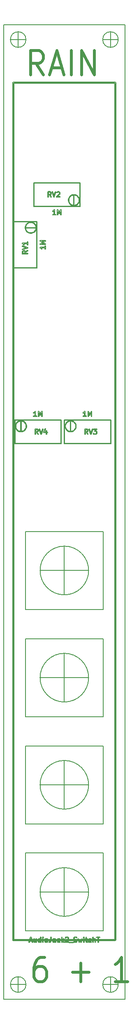
<source format=gbr>
%TF.GenerationSoftware,KiCad,Pcbnew,(5.1.9)-1*%
%TF.CreationDate,2021-09-21T19:29:37+01:00*%
%TF.ProjectId,Noise Faceplate,4e6f6973-6520-4466-9163-65706c617465,rev?*%
%TF.SameCoordinates,Original*%
%TF.FileFunction,OtherDrawing,Comment*%
%FSLAX46Y46*%
G04 Gerber Fmt 4.6, Leading zero omitted, Abs format (unit mm)*
G04 Created by KiCad (PCBNEW (5.1.9)-1) date 2021-09-21 19:29:37*
%MOMM*%
%LPD*%
G01*
G04 APERTURE LIST*
%ADD10C,0.200000*%
%ADD11C,0.625000*%
G04 APERTURE END LIST*
D10*
X31991300Y-191990000D02*
X31991300Y-191775000D01*
X38428700Y-191015000D02*
X38441499Y-191022000D01*
X38414700Y-191010000D02*
X38428700Y-191015000D01*
X31991300Y-191775000D02*
X31989900Y-191776000D01*
X31953300Y-192009000D02*
X31991300Y-191990000D01*
X31581100Y-191416000D02*
X31591800Y-191406000D01*
X31604100Y-191398000D02*
X31699400Y-191350000D01*
X31750600Y-191778000D02*
X31693600Y-191806000D01*
X31980500Y-191777000D02*
X31975400Y-191778000D01*
X31962700Y-191521000D02*
X31905700Y-191492000D01*
X31714100Y-191345000D02*
X31716200Y-191344000D01*
X31588100Y-191521000D02*
X31578100Y-191510000D01*
X31700300Y-191635000D02*
X31702400Y-191635000D01*
X31627500Y-191539000D02*
X31613200Y-191536000D01*
X31728500Y-191628000D02*
X31730700Y-191628000D01*
X31971000Y-191778000D02*
X31750600Y-191778000D01*
X31985600Y-191776000D02*
X31980500Y-191777000D01*
X31905700Y-191492000D02*
X31750600Y-191492000D01*
X31642100Y-191540000D02*
X31627500Y-191539000D01*
X31923400Y-191342000D02*
X31924400Y-191342000D01*
X31732900Y-191342000D02*
X31923400Y-191342000D01*
X31728500Y-191342000D02*
X31730700Y-191342000D01*
X31613200Y-191536000D02*
X31599900Y-191530000D01*
X31700300Y-191350000D02*
X31702400Y-191349000D01*
X31709300Y-191632000D02*
X31714100Y-191630000D01*
X31704300Y-191634000D02*
X31709300Y-191632000D01*
X31732900Y-191628000D02*
X31953300Y-191628000D01*
X31578100Y-191510000D02*
X31570400Y-191498000D01*
X31718400Y-191344000D02*
X31723500Y-191343000D01*
X31599900Y-191530000D02*
X31588100Y-191521000D01*
X31714100Y-191630000D02*
X31716200Y-191630000D01*
X31563300Y-191455000D02*
X31566600Y-191441000D01*
X31702400Y-191349000D02*
X31704300Y-191348000D01*
X31953300Y-191628000D02*
X31991300Y-191609000D01*
X31565200Y-191484000D02*
X31562800Y-191470000D01*
X31989900Y-191776000D02*
X31987700Y-191776000D01*
X31730700Y-191342000D02*
X31732900Y-191342000D01*
X31723500Y-191629000D02*
X31728500Y-191628000D01*
X31570400Y-191498000D02*
X31565200Y-191484000D01*
X31604100Y-191683000D02*
X31699400Y-191636000D01*
X31750600Y-191492000D02*
X31671200Y-191532000D01*
X31602800Y-191684000D02*
X31604100Y-191683000D01*
X31975400Y-191778000D02*
X31973200Y-191778000D01*
X31704300Y-191348000D02*
X31709300Y-191346000D01*
X31709300Y-191346000D02*
X31714100Y-191345000D01*
X31723500Y-191343000D02*
X31728500Y-191342000D01*
X31716200Y-191630000D02*
X31718400Y-191629000D01*
X31987700Y-191776000D02*
X31985600Y-191776000D01*
X31750600Y-192009000D02*
X31953300Y-192009000D01*
X31656500Y-191537000D02*
X31642100Y-191540000D01*
X31693600Y-191980000D02*
X31750600Y-192009000D01*
X31991300Y-191578000D02*
X31962700Y-191521000D01*
X31730700Y-191628000D02*
X31732900Y-191628000D01*
X31665100Y-191923000D02*
X31693600Y-191980000D01*
X31991300Y-191609000D02*
X31991300Y-191578000D01*
X31566600Y-191441000D02*
X31572600Y-191428000D01*
X31973200Y-191778000D02*
X31971000Y-191778000D01*
X31718400Y-191629000D02*
X31723500Y-191629000D01*
X31716200Y-191344000D02*
X31718400Y-191344000D01*
X31702400Y-191635000D02*
X31704300Y-191634000D01*
X31572600Y-191428000D02*
X31581100Y-191416000D01*
X31562800Y-191470000D02*
X31563300Y-191455000D01*
X31670300Y-191532000D02*
X31656500Y-191537000D01*
X31671200Y-191532000D02*
X31670300Y-191532000D01*
X31699400Y-191636000D02*
X31700300Y-191635000D01*
X31665100Y-191863000D02*
X31665100Y-191923000D01*
X31591800Y-191406000D02*
X31604100Y-191398000D01*
X31693600Y-191806000D02*
X31665100Y-191863000D01*
X31699400Y-191350000D02*
X31700300Y-191350000D01*
X31515300Y-191943000D02*
X31515100Y-191941000D01*
X31520700Y-191970000D02*
X31519200Y-191965000D01*
X31708300Y-192154000D02*
X31703400Y-192153000D01*
X31571500Y-192071000D02*
X31570600Y-192070000D01*
X31591800Y-191691000D02*
X31596600Y-191688000D01*
X31585300Y-191697000D02*
X31589200Y-191693000D01*
X31727500Y-192159000D02*
X31722400Y-192158000D01*
X31517400Y-191828000D02*
X31517700Y-191826000D01*
X31584500Y-192089000D02*
X31580400Y-192085000D01*
X31580200Y-191703000D02*
X31581100Y-191701000D01*
X31572600Y-191713000D02*
X31575900Y-191709000D01*
X31516100Y-191835000D02*
X31516700Y-191830000D01*
X31517100Y-191958000D02*
X31516500Y-191956000D01*
X31522500Y-191974000D02*
X31521800Y-191972000D01*
X31519200Y-191965000D02*
X31517500Y-191960000D01*
X31589800Y-192094000D02*
X31588400Y-192093000D01*
X31517700Y-191826000D02*
X31519600Y-191821000D01*
X31580400Y-192085000D02*
X31579500Y-192083000D01*
X31590600Y-191692000D02*
X31591800Y-191691000D01*
X31589200Y-191693000D02*
X31590600Y-191692000D01*
X31715200Y-192157000D02*
X31713000Y-192156000D01*
X31601800Y-192102000D02*
X31600400Y-192101000D01*
X31581100Y-191701000D02*
X31585300Y-191697000D01*
X31571100Y-191716000D02*
X31572000Y-191715000D01*
X31570600Y-192070000D02*
X31523000Y-191975000D01*
X31575900Y-191709000D02*
X31579000Y-191704000D01*
X31521100Y-191816000D02*
X31522200Y-191814000D01*
X31515100Y-191941000D02*
X31515100Y-191846000D01*
X31521800Y-191972000D02*
X31520700Y-191970000D01*
X31519600Y-191821000D02*
X31521100Y-191816000D01*
X31516500Y-191956000D02*
X31516000Y-191950000D01*
X31517500Y-191960000D02*
X31517100Y-191958000D01*
X31604100Y-192103000D02*
X31603200Y-192103000D01*
X31701400Y-192152000D02*
X31699400Y-192151000D01*
X31515100Y-191845000D02*
X31515300Y-191843000D01*
X31515100Y-191846000D02*
X31515100Y-191845000D01*
X31578400Y-192082000D02*
X31575400Y-192077000D01*
X31703400Y-192153000D02*
X31701400Y-192152000D01*
X31722400Y-192158000D02*
X31717300Y-192157000D01*
X31579500Y-192083000D02*
X31578400Y-192082000D01*
X31572000Y-191715000D02*
X31572600Y-191713000D01*
X31523000Y-191975000D02*
X31522500Y-191974000D01*
X31523000Y-191812000D02*
X31570600Y-191717000D01*
X31717300Y-192157000D02*
X31715200Y-192157000D01*
X31522200Y-191814000D02*
X31523000Y-191812000D01*
X31516700Y-191830000D02*
X31517400Y-191828000D01*
X31600400Y-192101000D02*
X31595700Y-192098000D01*
X31713000Y-192156000D02*
X31708300Y-192154000D01*
X31515300Y-191840000D02*
X31516100Y-191835000D01*
X31515200Y-191945000D02*
X31515300Y-191943000D01*
X31575400Y-192077000D02*
X31572100Y-192073000D01*
X31590900Y-192095000D02*
X31589800Y-192094000D01*
X31729700Y-192159000D02*
X31727500Y-192159000D01*
X31515300Y-191843000D02*
X31515300Y-191840000D01*
X31516000Y-191950000D02*
X31515200Y-191945000D01*
X31572100Y-192073000D02*
X31571500Y-192071000D01*
X31595700Y-192098000D02*
X31590900Y-192095000D01*
X31588400Y-192093000D02*
X31584500Y-192089000D01*
X31699400Y-192151000D02*
X31604100Y-192103000D01*
X31603200Y-192103000D02*
X31601800Y-192102000D01*
X31601300Y-191685000D02*
X31602800Y-191684000D01*
X31596600Y-191688000D02*
X31601300Y-191685000D01*
X31579000Y-191704000D02*
X31580200Y-191703000D01*
X31570600Y-191717000D02*
X31571100Y-191716000D01*
X38706800Y-192113000D02*
X38699900Y-192126000D01*
X38503100Y-191980000D02*
X38560200Y-192009000D01*
X38680100Y-191355000D02*
X38691300Y-191365000D01*
X38711200Y-191432000D02*
X38706800Y-191446000D01*
X38541400Y-192159000D02*
X38539200Y-192159000D01*
X38666300Y-192153000D02*
X38652300Y-192157000D01*
X38666300Y-191487000D02*
X38652300Y-191491000D01*
X38409900Y-192101000D02*
X38405299Y-192098000D01*
X38411400Y-192102000D02*
X38409900Y-192101000D01*
X38531900Y-192158000D02*
X38526900Y-192157000D01*
X38508900Y-192151000D02*
X38413700Y-192103000D01*
X38474600Y-191342000D02*
X38637700Y-191342000D01*
X38511000Y-192152000D02*
X38508900Y-192151000D01*
X38512900Y-192153000D02*
X38511000Y-192152000D01*
X38517800Y-192154000D02*
X38512900Y-192153000D01*
X38522600Y-192156000D02*
X38517800Y-192154000D01*
X38537000Y-192159000D02*
X38531900Y-192158000D01*
X38700400Y-191376000D02*
X38707200Y-191389000D01*
X38539200Y-192159000D02*
X38537000Y-192159000D01*
X38637700Y-192159000D02*
X38542400Y-192159000D01*
X38474600Y-191492000D02*
X38474600Y-191923000D01*
X38680100Y-192022000D02*
X38691300Y-192031000D01*
X38707200Y-191389000D02*
X38711400Y-191403000D01*
X38473200Y-191069000D02*
X38474600Y-191084000D01*
X38652300Y-192157000D02*
X38637700Y-192159000D01*
X38667200Y-191348000D02*
X38680100Y-191355000D01*
X38679200Y-192146000D02*
X38666300Y-192153000D01*
X38691300Y-191365000D02*
X38700400Y-191376000D01*
X38468900Y-191055000D02*
X38473200Y-191069000D01*
X38690500Y-192137000D02*
X38679200Y-192146000D01*
X38712700Y-192084000D02*
X38711200Y-192099000D01*
X38637700Y-191342000D02*
X38638700Y-191342000D01*
X38653300Y-192011000D02*
X38667200Y-192015000D01*
X38637700Y-192009000D02*
X38638700Y-192009000D01*
X38462100Y-191042000D02*
X38468900Y-191055000D01*
X38474600Y-191084000D02*
X38474600Y-191342000D01*
X38706800Y-191446000D02*
X38699900Y-191459000D01*
X38560200Y-192009000D02*
X38637700Y-192009000D01*
X38652300Y-191491000D02*
X38637700Y-191492000D01*
X38711400Y-192070000D02*
X38712700Y-192084000D01*
X38637700Y-191492000D02*
X38474600Y-191492000D01*
X38711400Y-191403000D02*
X38712700Y-191418000D01*
X38441499Y-191022000D02*
X38452800Y-191031000D01*
X38638700Y-191342000D02*
X38653300Y-191344000D01*
X38691300Y-192031000D02*
X38700400Y-192043000D01*
X38452800Y-191031000D02*
X38462100Y-191042000D01*
X38653300Y-191344000D02*
X38667200Y-191348000D01*
X38474600Y-191923000D02*
X38503100Y-191980000D01*
X38405299Y-192098000D02*
X38400500Y-192095000D01*
X38413700Y-192103000D02*
X38412700Y-192103000D01*
X38542400Y-192159000D02*
X38541400Y-192159000D01*
X38526900Y-192157000D02*
X38524800Y-192157000D01*
X38679200Y-191480000D02*
X38666300Y-191487000D01*
X38524800Y-192157000D02*
X38522600Y-192156000D01*
X38699900Y-192126000D02*
X38690500Y-192137000D01*
X38700400Y-192043000D02*
X38707200Y-192056000D01*
X38690500Y-191470000D02*
X38679200Y-191480000D01*
X38699900Y-191459000D02*
X38690500Y-191470000D01*
X38638700Y-192009000D02*
X38653300Y-192011000D01*
X38667200Y-192015000D02*
X38680100Y-192022000D01*
X38711200Y-192099000D02*
X38706800Y-192113000D01*
X38412700Y-192103000D02*
X38411400Y-192102000D01*
X38712700Y-191418000D02*
X38711200Y-191432000D01*
X38707200Y-192056000D02*
X38711400Y-192070000D01*
X29373600Y-191146000D02*
X29373600Y-191146000D01*
X29377700Y-191160000D02*
X29377600Y-191159000D01*
X29375600Y-191153000D02*
X29373600Y-191146000D01*
X29377600Y-191159000D02*
X29375600Y-191153000D01*
X29373600Y-191146000D02*
X29373500Y-191145000D01*
X29523200Y-191249000D02*
X29523000Y-191249000D01*
X29452700Y-191241000D02*
X29447200Y-191237000D01*
X29393800Y-191184000D02*
X29393400Y-191184000D01*
X29547500Y-191233000D02*
X29547500Y-191233000D01*
X29529400Y-191245000D02*
X29523200Y-191249000D01*
X29393800Y-191184000D02*
X29393800Y-191184000D01*
X29459300Y-191245000D02*
X29453100Y-191241000D01*
X29465900Y-191248000D02*
X29465800Y-191248000D01*
X29501600Y-191253000D02*
X29494600Y-191254000D01*
X29508800Y-191253000D02*
X29508600Y-191253000D01*
X29522700Y-191249000D02*
X29515800Y-191251000D01*
X29479600Y-191253000D02*
X29479500Y-191253000D01*
X29494600Y-191254000D02*
X29494400Y-191254000D01*
X29494200Y-191254000D02*
X29494000Y-191254000D01*
X29508900Y-191253000D02*
X29508800Y-191253000D01*
X29508600Y-191253000D02*
X29501600Y-191253000D01*
X29509000Y-191253000D02*
X29508900Y-191253000D01*
X29509100Y-191253000D02*
X29509000Y-191253000D01*
X29522900Y-191249000D02*
X29522800Y-191249000D01*
X29535800Y-191242000D02*
X29535700Y-191242000D01*
X29547300Y-191233000D02*
X29547300Y-191233000D01*
X29536100Y-191242000D02*
X29536000Y-191242000D01*
X29393400Y-191184000D02*
X29389100Y-191178000D01*
X29479700Y-191253000D02*
X29479600Y-191253000D01*
X29393800Y-191184000D02*
X29393800Y-191184000D01*
X29472700Y-191250000D02*
X29466000Y-191248000D01*
X29541600Y-191237000D02*
X29536100Y-191242000D01*
X29465500Y-191248000D02*
X29459300Y-191245000D01*
X29494400Y-191254000D02*
X29494300Y-191254000D01*
X29536000Y-191242000D02*
X29535900Y-191242000D01*
X29452900Y-191241000D02*
X29452800Y-191241000D01*
X29479900Y-191253000D02*
X29479700Y-191253000D01*
X29466000Y-191248000D02*
X29465900Y-191248000D01*
X29547300Y-191233000D02*
X29547300Y-191233000D01*
X29547500Y-191233000D02*
X29547500Y-191233000D01*
X29394200Y-191185000D02*
X29393800Y-191184000D01*
X29441800Y-191232000D02*
X29394200Y-191185000D01*
X29480000Y-191253000D02*
X29479900Y-191253000D01*
X29547100Y-191233000D02*
X29541600Y-191237000D01*
X29547300Y-191233000D02*
X29547100Y-191233000D01*
X29494000Y-191254000D02*
X29487000Y-191253000D01*
X29535900Y-191242000D02*
X29535800Y-191242000D01*
X29494300Y-191254000D02*
X29494200Y-191254000D01*
X29453000Y-191241000D02*
X29452900Y-191241000D01*
X29465800Y-191248000D02*
X29465600Y-191248000D01*
X29547500Y-191233000D02*
X29547300Y-191233000D01*
X29487000Y-191253000D02*
X29480000Y-191253000D01*
X29523000Y-191249000D02*
X29522900Y-191249000D01*
X29535700Y-191242000D02*
X29529400Y-191245000D01*
X29522800Y-191249000D02*
X29522700Y-191249000D01*
X29479500Y-191253000D02*
X29472700Y-191250000D01*
X29547900Y-191232000D02*
X29547500Y-191233000D01*
X29515800Y-191251000D02*
X29509100Y-191253000D01*
X29377800Y-191160000D02*
X29377700Y-191160000D01*
X29381100Y-191166000D02*
X29377800Y-191160000D01*
X29384300Y-191172000D02*
X29381100Y-191166000D01*
X29384500Y-191173000D02*
X29384300Y-191172000D01*
X29447200Y-191237000D02*
X29441800Y-191232000D01*
X29595500Y-191185000D02*
X29547900Y-191232000D01*
X29384600Y-191173000D02*
X29384500Y-191173000D01*
X29452800Y-191241000D02*
X29452700Y-191241000D01*
X29389100Y-191178000D02*
X29384600Y-191173000D01*
X29453100Y-191241000D02*
X29453000Y-191241000D01*
X29465600Y-191248000D02*
X29465500Y-191248000D01*
X29604800Y-191173000D02*
X29604600Y-191173000D01*
X29608100Y-191167000D02*
X29604800Y-191173000D01*
X29611500Y-191161000D02*
X29608100Y-191167000D01*
X29547900Y-191031000D02*
X29595500Y-191078000D01*
X29542400Y-191026000D02*
X29547900Y-191031000D01*
X29611600Y-191161000D02*
X29611500Y-191161000D01*
X29611700Y-191160000D02*
X29611600Y-191161000D01*
X29617400Y-191132000D02*
X29616700Y-191139000D01*
X29617400Y-191132000D02*
X29617400Y-191132000D01*
X29616800Y-191125000D02*
X29617400Y-191132000D01*
X29536900Y-191022000D02*
X29537000Y-191022000D01*
X29616100Y-191117000D02*
X29616100Y-191117000D01*
X29595900Y-191079000D02*
X29596200Y-191079000D01*
X29510200Y-191010000D02*
X29516900Y-191013000D01*
X29595800Y-191079000D02*
X29595800Y-191079000D01*
X27011900Y-191009000D02*
X27014000Y-191009000D01*
X29612100Y-191104000D02*
X29614100Y-191111000D01*
X29536700Y-191022000D02*
X29536800Y-191022000D01*
X29523800Y-191015000D02*
X29523900Y-191015000D01*
X29516900Y-191013000D02*
X29523700Y-191015000D01*
X29509800Y-191010000D02*
X29509900Y-191010000D01*
X27009700Y-191009000D02*
X27011900Y-191009000D01*
X29502600Y-191010000D02*
X29509700Y-191010000D01*
X29600700Y-191085000D02*
X29605100Y-191090000D01*
X29596200Y-191079000D02*
X29600700Y-191085000D01*
X26884600Y-191723000D02*
X27152700Y-191723000D01*
X27014000Y-191009000D02*
X27019200Y-191009000D01*
X29616700Y-191139000D02*
X29616000Y-191146000D01*
X29523900Y-191015000D02*
X29524000Y-191015000D01*
X29608600Y-191097000D02*
X29611900Y-191103000D01*
X29536800Y-191022000D02*
X29536900Y-191022000D01*
X29495400Y-191009000D02*
X29495500Y-191009000D01*
X29613800Y-191154000D02*
X29611700Y-191160000D01*
X29615900Y-191147000D02*
X29615900Y-191147000D01*
X29611900Y-191103000D02*
X29612000Y-191103000D01*
X29605300Y-191091000D02*
X29608600Y-191097000D01*
X29495500Y-191009000D02*
X29495600Y-191009000D01*
X29495200Y-191009000D02*
X29495400Y-191009000D01*
X29616200Y-191118000D02*
X29616800Y-191125000D01*
X29537000Y-191022000D02*
X29542400Y-191026000D01*
X29616100Y-191117000D02*
X29616200Y-191118000D01*
X29510000Y-191010000D02*
X29510200Y-191010000D01*
X29595500Y-191078000D02*
X29595800Y-191079000D01*
X29612000Y-191103000D02*
X29612100Y-191104000D01*
X29524100Y-191015000D02*
X29530400Y-191018000D01*
X29509900Y-191010000D02*
X29510000Y-191010000D01*
X29495600Y-191009000D02*
X29502600Y-191010000D01*
X29536600Y-191022000D02*
X29536700Y-191022000D01*
X29614100Y-191111000D02*
X29616100Y-191117000D01*
X29509700Y-191010000D02*
X29509800Y-191010000D01*
X29600000Y-191179000D02*
X29595500Y-191185000D01*
X29604500Y-191174000D02*
X29600000Y-191179000D01*
X29605200Y-191090000D02*
X29605300Y-191091000D01*
X27018600Y-191321000D02*
X26884600Y-191723000D01*
X29605100Y-191090000D02*
X29605200Y-191090000D01*
X27152700Y-191723000D02*
X27018600Y-191321000D01*
X29617400Y-191132000D02*
X29617400Y-191132000D01*
X29595800Y-191079000D02*
X29595900Y-191079000D01*
X29523700Y-191015000D02*
X29523800Y-191015000D01*
X29616000Y-191146000D02*
X29615900Y-191147000D01*
X29524000Y-191015000D02*
X29524100Y-191015000D01*
X29615900Y-191147000D02*
X29613800Y-191154000D01*
X29530400Y-191018000D02*
X29536600Y-191022000D01*
X29604600Y-191173000D02*
X29604500Y-191174000D01*
X29381600Y-191096000D02*
X29384900Y-191090000D01*
X29372900Y-191138000D02*
X29372200Y-191131000D01*
X29441800Y-191031000D02*
X29442200Y-191030000D01*
X29453500Y-191021000D02*
X29453700Y-191021000D01*
X29442400Y-191030000D02*
X29442500Y-191030000D01*
X29384900Y-191090000D02*
X29385000Y-191090000D01*
X29480900Y-191010000D02*
X29481000Y-191010000D01*
X29375900Y-191109000D02*
X29378000Y-191103000D01*
X29373800Y-191116000D02*
X29373800Y-191116000D01*
X29372200Y-191131000D02*
X29373000Y-191124000D01*
X29389700Y-191084000D02*
X29394200Y-191078000D01*
X29466900Y-191014000D02*
X29467000Y-191014000D01*
X37952500Y-191015000D02*
X37952599Y-191015000D01*
X37924200Y-191009000D02*
X37931199Y-191010000D01*
X37923800Y-191009000D02*
X37923900Y-191009000D01*
X29378100Y-191102000D02*
X29378200Y-191102000D01*
X29373800Y-191116000D02*
X29375900Y-191109000D01*
X29453800Y-191021000D02*
X29453900Y-191021000D01*
X37958900Y-191018000D02*
X37965100Y-191022000D01*
X37938499Y-191010000D02*
X37938600Y-191010000D01*
X29385000Y-191090000D02*
X29385200Y-191089000D01*
X37952700Y-191015000D02*
X37958900Y-191018000D01*
X37952599Y-191015000D02*
X37952700Y-191015000D01*
X29466500Y-191014000D02*
X29466600Y-191014000D01*
X29442500Y-191030000D02*
X29448000Y-191026000D01*
X37952300Y-191015000D02*
X37952500Y-191015000D01*
X29460200Y-191018000D02*
X29466500Y-191014000D01*
X29442200Y-191030000D02*
X29442200Y-191030000D01*
X37952199Y-191015000D02*
X37952300Y-191015000D01*
X29488100Y-191010000D02*
X29495100Y-191009000D01*
X29467000Y-191014000D02*
X29473800Y-191012000D01*
X29466700Y-191014000D02*
X29466900Y-191014000D01*
X29454000Y-191021000D02*
X29460200Y-191018000D01*
X29448000Y-191026000D02*
X29453500Y-191021000D01*
X29453700Y-191021000D02*
X29453800Y-191021000D01*
X29373700Y-191117000D02*
X29373800Y-191116000D01*
X29442200Y-191030000D02*
X29442200Y-191030000D01*
X37945500Y-191013000D02*
X37952199Y-191015000D01*
X29394200Y-191078000D02*
X29441800Y-191031000D01*
X37938699Y-191010000D02*
X37945500Y-191013000D01*
X37938600Y-191010000D02*
X37938699Y-191010000D01*
X29466600Y-191014000D02*
X29466700Y-191014000D01*
X37938299Y-191010000D02*
X37938499Y-191010000D01*
X37938200Y-191010000D02*
X37938299Y-191010000D01*
X29480800Y-191010000D02*
X29480900Y-191010000D01*
X29480600Y-191010000D02*
X29480800Y-191010000D01*
X29372200Y-191131000D02*
X29372200Y-191131000D01*
X29372200Y-191131000D02*
X29372200Y-191131000D01*
X37931199Y-191010000D02*
X37938200Y-191010000D01*
X37924100Y-191009000D02*
X37924200Y-191009000D01*
X37923900Y-191009000D02*
X37924100Y-191009000D01*
X29481000Y-191010000D02*
X29488100Y-191010000D01*
X29473800Y-191012000D02*
X29480500Y-191010000D01*
X29453900Y-191021000D02*
X29454000Y-191021000D01*
X29442200Y-191030000D02*
X29442300Y-191030000D01*
X29378200Y-191102000D02*
X29381600Y-191096000D01*
X29442300Y-191030000D02*
X29442400Y-191030000D01*
X29442400Y-191030000D02*
X29442400Y-191030000D01*
X29378000Y-191103000D02*
X29378100Y-191102000D01*
X29373000Y-191124000D02*
X29373700Y-191117000D01*
X29373500Y-191145000D02*
X29372900Y-191138000D01*
X29385200Y-191089000D02*
X29389700Y-191084000D01*
X29495100Y-191009000D02*
X29495200Y-191009000D01*
X29480500Y-191010000D02*
X29480600Y-191010000D01*
X34390600Y-85528100D02*
X34276800Y-85698400D01*
X34535500Y-85383200D02*
X34390600Y-85528100D01*
X34705800Y-85269400D02*
X34535500Y-85383200D01*
X34895100Y-87191000D02*
X35096000Y-87231000D01*
X34705800Y-87112600D02*
X34895100Y-87191000D01*
X34535500Y-86998800D02*
X34705800Y-87112600D01*
X36099000Y-86930100D02*
X35937500Y-87091600D01*
X34198400Y-86494300D02*
X34276800Y-86683600D01*
X34171000Y-86740200D02*
X34083600Y-86529200D01*
X36099000Y-85451900D02*
X36225800Y-85641800D01*
X35536600Y-85076200D02*
X35747600Y-85163600D01*
X34297800Y-86930100D02*
X34171000Y-86740200D01*
X36225800Y-85641800D02*
X36313200Y-85852800D01*
X35084200Y-85031600D02*
X35312600Y-85031600D01*
X35937500Y-85290400D02*
X36099000Y-85451900D01*
X34860200Y-85076200D02*
X35084200Y-85031600D01*
X35312600Y-85031600D02*
X35536600Y-85076200D01*
X34171000Y-85641800D02*
X34297800Y-85451900D01*
X34459300Y-87091600D02*
X34297800Y-86930100D01*
X34276800Y-86683600D02*
X34390600Y-86853900D01*
X35096000Y-85151000D02*
X34895100Y-85191000D01*
X35096000Y-87231000D02*
X35147400Y-87231000D01*
X35747600Y-87218400D02*
X35536600Y-87305800D01*
X35937500Y-87091600D02*
X35747600Y-87218400D01*
X34297800Y-85451900D02*
X34459300Y-85290400D01*
X36313200Y-85852800D02*
X36357800Y-86076800D01*
X36313200Y-86529200D02*
X36225800Y-86740200D01*
X34158400Y-86293400D02*
X34198400Y-86494300D01*
X35148400Y-85151000D02*
X35096000Y-85151000D01*
X35147400Y-87231000D02*
X35148400Y-85151000D01*
X34083600Y-85852800D02*
X34171000Y-85641800D01*
X34649200Y-85163600D02*
X34860200Y-85076200D01*
X34039000Y-86076800D02*
X34083600Y-85852800D01*
X36357800Y-86076800D02*
X36357800Y-86305200D01*
X34158400Y-86088600D02*
X34158400Y-86293400D01*
X36357800Y-86305200D02*
X36313200Y-86529200D01*
X34895100Y-85191000D02*
X34705800Y-85269400D01*
X34083600Y-86529200D02*
X34039000Y-86305200D01*
X34459300Y-85290400D02*
X34649200Y-85163600D01*
X34276800Y-85698400D02*
X34198400Y-85887700D01*
X36225800Y-86740200D02*
X36099000Y-86930100D01*
X35248400Y-85151000D02*
X35247400Y-87231000D01*
X34039000Y-86305200D02*
X34039000Y-86076800D01*
X35536600Y-87305800D02*
X35312600Y-87350400D01*
X34860200Y-87305800D02*
X34649200Y-87218400D01*
X35084200Y-87350400D02*
X34860200Y-87305800D01*
X34198400Y-85887700D02*
X34158400Y-86088600D01*
X34390600Y-86853900D02*
X34535500Y-86998800D01*
X34649200Y-87218400D02*
X34459300Y-87091600D01*
X35312600Y-87350400D02*
X35084200Y-87350400D01*
X35747600Y-85163600D02*
X35937500Y-85290400D01*
X38970200Y-86731300D02*
X38982200Y-86722900D01*
X39629500Y-86738600D02*
X39640200Y-86728600D01*
X39620900Y-86750400D02*
X39629500Y-86738600D01*
X39614400Y-86764700D02*
X39614700Y-86763700D01*
X39302800Y-87844800D02*
X39299200Y-87841000D01*
X39075600Y-86739300D02*
X39084100Y-86751300D01*
X39024600Y-86713600D02*
X39039000Y-86716100D01*
X39346500Y-87863200D02*
X39344400Y-87862800D01*
X39283200Y-87816800D02*
X39281100Y-87812100D01*
X39318400Y-87855300D02*
X39316600Y-87854200D01*
X39344400Y-87862800D02*
X39342200Y-87862700D01*
X39299200Y-87841000D02*
X39295500Y-87837400D01*
X39337200Y-87861500D02*
X39332100Y-87860600D01*
X39287000Y-87825500D02*
X39286100Y-87823500D01*
X39332100Y-87860600D02*
X39330100Y-87859900D01*
X39286100Y-87823500D02*
X39285000Y-87821700D01*
X39375400Y-87859700D02*
X39373300Y-87860200D01*
X38944100Y-86782100D02*
X38946800Y-86767800D01*
X39366200Y-87861700D02*
X39361100Y-87862800D01*
X38995700Y-86717100D02*
X39009900Y-86713900D01*
X39314700Y-87853300D02*
X39310400Y-87850300D01*
X39361100Y-87862800D02*
X39359000Y-87862900D01*
X39090000Y-86764700D02*
X39352200Y-87551200D01*
X39285000Y-87821700D02*
X39283200Y-87816800D01*
X38944300Y-86796800D02*
X38944100Y-86782100D01*
X39380200Y-87857600D02*
X39375400Y-87859700D01*
X38946800Y-86767800D02*
X38952100Y-86754100D01*
X39039000Y-86716100D02*
X39052700Y-86721400D01*
X39310400Y-87850300D02*
X39306100Y-87847500D01*
X39614700Y-86763700D02*
X39620900Y-86750400D01*
X39352200Y-87551200D02*
X39614400Y-86764700D01*
X39342200Y-87862700D02*
X39337200Y-87861500D01*
X39323300Y-87857200D02*
X39318400Y-87855300D01*
X39065000Y-86729300D02*
X39075600Y-86739300D01*
X39356900Y-87863200D02*
X39351700Y-87863000D01*
X39295500Y-87837400D02*
X39294200Y-87835700D01*
X39359000Y-87862900D02*
X39356900Y-87863200D01*
X39052700Y-86721400D02*
X39065000Y-86729300D01*
X39386900Y-87854700D02*
X39385000Y-87855800D01*
X39009900Y-86713900D02*
X39024600Y-86713600D01*
X39330100Y-87859900D02*
X39328000Y-87859400D01*
X39388800Y-87853800D02*
X39386900Y-87854700D01*
X38982200Y-86722900D02*
X38995700Y-86717100D01*
X38947700Y-86812100D02*
X38947400Y-86811100D01*
X39290000Y-87829700D02*
X39287000Y-87825500D01*
X39373300Y-87860200D02*
X39371300Y-87860900D01*
X39304500Y-87846000D02*
X39302800Y-87844800D01*
X39316600Y-87854200D02*
X39314700Y-87853300D01*
X38952100Y-86754100D02*
X38960100Y-86741800D01*
X39306100Y-87847500D02*
X39304500Y-87846000D01*
X39281100Y-87812100D02*
X38947700Y-86812100D01*
X39328000Y-87859400D02*
X39323300Y-87857200D01*
X39371300Y-87860900D02*
X39366200Y-87861700D01*
X39680900Y-86713500D02*
X39695500Y-86714000D01*
X39084100Y-86751300D02*
X39090000Y-86764700D01*
X38960100Y-86741800D02*
X38970200Y-86731300D01*
X39292800Y-87834100D02*
X39290000Y-87829700D01*
X39294200Y-87835700D02*
X39292800Y-87834100D01*
X39385000Y-87855800D02*
X39380200Y-87857600D01*
X39351700Y-87863000D02*
X39346500Y-87863200D01*
X39666400Y-86715900D02*
X39680900Y-86713500D01*
X39652700Y-86721000D02*
X39666400Y-86715900D01*
X38947400Y-86811100D02*
X38944300Y-86796800D01*
X39640200Y-86728600D02*
X39652700Y-86721000D01*
X38088299Y-86773000D02*
X38088400Y-86772800D01*
X38120199Y-86725900D02*
X38120500Y-86725800D01*
X39723100Y-86723500D02*
X39735000Y-86732000D01*
X39404400Y-87841700D02*
X39400900Y-87845500D01*
X38147199Y-86714800D02*
X38147399Y-86714800D01*
X38133200Y-86719000D02*
X38133400Y-86719000D01*
X39397500Y-87848100D02*
X39393100Y-87850900D01*
X39400900Y-87845500D02*
X39399100Y-87846700D01*
X39417800Y-87824400D02*
X39416900Y-87826400D01*
X38104399Y-86740600D02*
X38108900Y-86735200D01*
X39420800Y-87817800D02*
X39418900Y-87822600D01*
X38593500Y-87202900D02*
X38623900Y-87172500D01*
X38088400Y-86772800D02*
X38090500Y-86766100D01*
X39411000Y-87834900D02*
X39409500Y-87836500D01*
X39413800Y-87830600D02*
X39411000Y-87834900D01*
X39416900Y-87826400D02*
X39413800Y-87830600D01*
X38147700Y-86714700D02*
X38154699Y-86714100D01*
X38090500Y-86766100D02*
X38092599Y-86759300D01*
X39418900Y-87822600D02*
X39417800Y-87824400D01*
X39423000Y-87813100D02*
X39420800Y-87817800D01*
X39695500Y-86714000D02*
X39709800Y-86717400D01*
X38133600Y-86718800D02*
X38140400Y-86716800D01*
X38096200Y-86752600D02*
X38099600Y-86746400D01*
X39760400Y-86783200D02*
X39759900Y-86797800D01*
X38236700Y-86863400D02*
X38236700Y-87237200D01*
X38092700Y-86759100D02*
X38092799Y-86758800D01*
X39745000Y-86742700D02*
X39752700Y-86755100D01*
X38542700Y-86713400D02*
X38543700Y-86713400D01*
X38658200Y-87104000D02*
X38658200Y-86996600D01*
X38623900Y-87172500D02*
X38658200Y-87104000D01*
X38525000Y-87237200D02*
X38593500Y-87202900D01*
X38161700Y-86713400D02*
X38542700Y-86713400D01*
X38147399Y-86714800D02*
X38147700Y-86714700D01*
X38092799Y-86758800D02*
X38096200Y-86752600D01*
X38109299Y-86734800D02*
X38114700Y-86730400D01*
X38658200Y-86996600D02*
X38623900Y-86928000D01*
X39756700Y-86812100D02*
X39423400Y-87812100D01*
X39735000Y-86732000D02*
X39745000Y-86742700D01*
X38593500Y-86897600D02*
X38525000Y-86863400D01*
X39709800Y-86717400D02*
X39723100Y-86723500D01*
X38525000Y-86863400D02*
X38236700Y-86863400D01*
X38236700Y-87237200D02*
X38525000Y-87237200D01*
X38120700Y-86725600D02*
X38126900Y-86722400D01*
X38109099Y-86735000D02*
X38109299Y-86734800D01*
X38099600Y-86746400D02*
X38099700Y-86746200D01*
X38133400Y-86719000D02*
X38133600Y-86718800D01*
X38126900Y-86722400D02*
X38133200Y-86719000D01*
X38099800Y-86746000D02*
X38104399Y-86740600D01*
X39393100Y-87850900D02*
X39388800Y-87853800D01*
X39399100Y-87846700D02*
X39397500Y-87848100D01*
X38140400Y-86716800D02*
X38147199Y-86714800D01*
X38092599Y-86759300D02*
X38092700Y-86759100D01*
X39409500Y-87836500D02*
X39408300Y-87838200D01*
X38099700Y-86746200D02*
X38099800Y-86746000D01*
X39408300Y-87838200D02*
X39404400Y-87841700D01*
X39757900Y-86768800D02*
X39760400Y-86783200D01*
X39759900Y-86797800D02*
X39756700Y-86812100D01*
X39752700Y-86755100D02*
X39757900Y-86768800D01*
X38120500Y-86725800D02*
X38120700Y-86725600D01*
X38154699Y-86714100D02*
X38161700Y-86713400D01*
X38114700Y-86730400D02*
X38120199Y-86725900D01*
X39423400Y-87812100D02*
X39423000Y-87813100D01*
X38623900Y-86928000D02*
X38593500Y-86897600D01*
X38108900Y-86735200D02*
X38109099Y-86735000D01*
X38092399Y-87817000D02*
X38088200Y-87802900D01*
X38099300Y-87829900D02*
X38092399Y-87817000D01*
X38561500Y-87384800D02*
X38559400Y-87385100D01*
X38719900Y-87862200D02*
X38705800Y-87858200D01*
X38796100Y-87829200D02*
X38786900Y-87840700D01*
X38108500Y-87841200D02*
X38099300Y-87829900D01*
X38806600Y-87773100D02*
X38808200Y-87787600D01*
X38119799Y-87850600D02*
X38108500Y-87841200D01*
X38146700Y-87861800D02*
X38132700Y-87857500D01*
X38175800Y-87862100D02*
X38161200Y-87863400D01*
X38202800Y-87851100D02*
X38189799Y-87857900D01*
X38547100Y-87387100D02*
X38544900Y-87387000D01*
X38552100Y-87386300D02*
X38547100Y-87387100D01*
X38230700Y-87817900D02*
X38223599Y-87830800D01*
X38235100Y-87804000D02*
X38230700Y-87817900D01*
X38775700Y-87850100D02*
X38762900Y-87857200D01*
X38236700Y-87387200D02*
X38236700Y-87788400D01*
X38681200Y-87842500D02*
X38671700Y-87831400D01*
X38806900Y-87802200D02*
X38802800Y-87816200D01*
X38802200Y-87759100D02*
X38806600Y-87773100D01*
X38808200Y-87787600D02*
X38806900Y-87802200D01*
X38573200Y-87380500D02*
X38571300Y-87381500D01*
X38576200Y-87379300D02*
X38575300Y-87379700D01*
X38557300Y-87385800D02*
X38552100Y-87386300D01*
X38088299Y-86773300D02*
X38088299Y-86773000D01*
X38087500Y-86780300D02*
X38088299Y-86773300D01*
X38690200Y-87318300D02*
X38686900Y-87321000D01*
X38086700Y-87788400D02*
X38086700Y-86788400D01*
X38214199Y-87842000D02*
X38202800Y-87851100D01*
X38559400Y-87385100D02*
X38557300Y-87385800D01*
X38544900Y-87387000D02*
X38543800Y-87387100D01*
X38678800Y-87327500D02*
X38675000Y-87329400D01*
X38132700Y-87857500D02*
X38119799Y-87850600D01*
X38692700Y-87851600D02*
X38681200Y-87842500D01*
X38734500Y-87863400D02*
X38719900Y-87862200D01*
X38566300Y-87383000D02*
X38561500Y-87384800D01*
X38675000Y-87329400D02*
X38671500Y-87331700D01*
X38681200Y-87325500D02*
X38678800Y-87327500D01*
X38360799Y-87387200D02*
X38236700Y-87387200D01*
X38671700Y-87831400D02*
X38360799Y-87387200D01*
X38223599Y-87830800D02*
X38214199Y-87842000D01*
X38189799Y-87857900D02*
X38175800Y-87862100D01*
X38786900Y-87840700D02*
X38775700Y-87850100D01*
X38236700Y-87788400D02*
X38236700Y-87789400D01*
X38705800Y-87858200D02*
X38692700Y-87851600D01*
X38543800Y-87387100D02*
X38794600Y-87745400D01*
X38671500Y-87331700D02*
X38576200Y-87379300D01*
X38795200Y-87746200D02*
X38802200Y-87759100D01*
X38161200Y-87863400D02*
X38146700Y-87861800D01*
X38575300Y-87379700D02*
X38573200Y-87380500D01*
X38236700Y-87789400D02*
X38235100Y-87804000D01*
X38749000Y-87861700D02*
X38734500Y-87863400D01*
X38571300Y-87381500D02*
X38566300Y-87383000D01*
X38683900Y-87323900D02*
X38681200Y-87325500D01*
X38086700Y-86787900D02*
X38086700Y-86787800D01*
X38686900Y-87321000D02*
X38683900Y-87323900D01*
X38088200Y-87802900D02*
X38086700Y-87788400D01*
X38086700Y-86788400D02*
X38086700Y-86787900D01*
X38762900Y-87857200D02*
X38749000Y-87861700D01*
X38086700Y-86787300D02*
X38087500Y-86780300D01*
X38086700Y-86787800D02*
X38086700Y-86787300D01*
X38802800Y-87816200D02*
X38796100Y-87829200D01*
X38794600Y-87745400D02*
X38795200Y-87746200D01*
X38086700Y-86787900D02*
X38086700Y-86787900D01*
X38800200Y-86945300D02*
X38800700Y-86946300D01*
X39923600Y-86713400D02*
X40542700Y-86713400D01*
X38558300Y-86715000D02*
X38560400Y-86715700D01*
X38803600Y-87146400D02*
X38802100Y-87151300D01*
X38806500Y-87137300D02*
X38805900Y-87139400D01*
X40542700Y-86713400D02*
X40543700Y-86713400D01*
X38808200Y-87121700D02*
X38808200Y-87122800D01*
X38807900Y-86976700D02*
X38808200Y-86978900D01*
X38806700Y-86964300D02*
X38807200Y-86969400D01*
X38672400Y-86769400D02*
X38675900Y-86771700D01*
X38548100Y-86713600D02*
X38553200Y-86714400D01*
X38738600Y-87270000D02*
X38691000Y-87317600D01*
X38744200Y-87263700D02*
X38741200Y-87266700D01*
X38807900Y-87125000D02*
X38808000Y-87127200D01*
X38808200Y-86978900D02*
X38808200Y-87121700D01*
X38675900Y-86771700D02*
X38679600Y-86773700D01*
X39895100Y-86719000D02*
X39909100Y-86714800D01*
X38752600Y-87250500D02*
X38752200Y-87251400D01*
X38805900Y-87139400D02*
X38805500Y-87141600D01*
X38801500Y-86948300D02*
X38802500Y-86950300D01*
X38543700Y-86713400D02*
X38545900Y-86713600D01*
X38748400Y-86842800D02*
X38750400Y-86846500D01*
X38744800Y-86837700D02*
X38746500Y-86840300D01*
X38682100Y-86775700D02*
X38684700Y-86777400D01*
X38562600Y-86716100D02*
X38567400Y-86717900D01*
X38679600Y-86773700D02*
X38682100Y-86775700D01*
X38671500Y-86768900D02*
X38672400Y-86769400D01*
X38691000Y-87317600D02*
X38690200Y-87318300D01*
X38741200Y-87266700D02*
X38738600Y-87270000D01*
X38800700Y-86946300D02*
X38801500Y-86948300D01*
X38752200Y-87251400D02*
X38749900Y-87255000D01*
X38738600Y-86830600D02*
X38739300Y-86831300D01*
X38802100Y-87151300D02*
X38801000Y-87153200D01*
X38808000Y-86974500D02*
X38807900Y-86976700D01*
X38752600Y-86850100D02*
X38800200Y-86945300D01*
X38739300Y-86831300D02*
X38741900Y-86834600D01*
X38691000Y-86783000D02*
X38738600Y-86830600D01*
X38567400Y-86717900D02*
X38572200Y-86719400D01*
X38553200Y-86714400D02*
X38558300Y-86715000D01*
X38745900Y-87261100D02*
X38744200Y-87263700D01*
X38747900Y-87258700D02*
X38745900Y-87261100D01*
X38749900Y-87255000D02*
X38747900Y-87258700D01*
X38800200Y-87155300D02*
X38752600Y-87250500D01*
X38806100Y-86962200D02*
X38806700Y-86964300D01*
X38560400Y-86715700D02*
X38562600Y-86716100D01*
X38572200Y-86719400D02*
X38574200Y-86720500D01*
X38741900Y-86834600D02*
X38744800Y-86837700D01*
X38805700Y-86960000D02*
X38806100Y-86962200D01*
X38801000Y-87153200D02*
X38800200Y-87155300D01*
X38746500Y-86840300D02*
X38748400Y-86842800D01*
X38808000Y-87127200D02*
X38807100Y-87132200D01*
X38750400Y-86846500D02*
X38752600Y-86850100D01*
X38687700Y-86780300D02*
X38691000Y-86783000D01*
X38684700Y-86777400D02*
X38687700Y-86780300D01*
X38576200Y-86721300D02*
X38671500Y-86768900D01*
X39909100Y-86714800D02*
X39923600Y-86713400D01*
X38805500Y-87141600D02*
X38803600Y-87146400D01*
X38574200Y-86720500D02*
X38576200Y-86721300D01*
X38808200Y-87122800D02*
X38807900Y-87125000D01*
X38807200Y-86969400D02*
X38808000Y-86974500D01*
X38802500Y-86950300D02*
X38804000Y-86955200D01*
X38545900Y-86713600D02*
X38548100Y-86713600D01*
X38807100Y-87132200D02*
X38806500Y-87137300D01*
X38804000Y-86955200D02*
X38805700Y-86960000D01*
X40149600Y-87214700D02*
X40148200Y-87212400D01*
X40134800Y-87164100D02*
X40135000Y-87159400D01*
X39850000Y-86802400D02*
X39848600Y-86787900D01*
X40142400Y-87136100D02*
X40144400Y-87131800D01*
X40137300Y-87149800D02*
X40138300Y-87145200D01*
X40179800Y-87238300D02*
X40175700Y-87236000D01*
X39908000Y-86861700D02*
X39894100Y-86857300D01*
X40159600Y-87225400D02*
X40157800Y-87223500D01*
X40145900Y-87129700D02*
X40147200Y-87127400D01*
X40135700Y-87183400D02*
X40135300Y-87178700D01*
X40196400Y-87243000D02*
X40193800Y-87242700D01*
X40146600Y-87210400D02*
X40144400Y-87206200D01*
X40148200Y-87212400D02*
X40146600Y-87210400D01*
X40155800Y-87221800D02*
X40152800Y-87218100D01*
X40182300Y-87239100D02*
X40179800Y-87238300D01*
X40157800Y-87223500D02*
X40155800Y-87221800D01*
X40167000Y-87231200D02*
X40163400Y-87228200D01*
X40184700Y-87240200D02*
X40182300Y-87239100D01*
X40209400Y-87244300D02*
X40208300Y-87244300D01*
X40189300Y-87241300D02*
X40184700Y-87240200D01*
X40203600Y-87243800D02*
X40198900Y-87243600D01*
X40139400Y-87142800D02*
X40140200Y-87140300D01*
X40139800Y-87197400D02*
X40138500Y-87192900D01*
X39882100Y-86725900D02*
X39895100Y-86719000D01*
X40377400Y-86863400D02*
X39923600Y-86863400D01*
X40142000Y-87202200D02*
X40141000Y-87199800D01*
X39870800Y-86735200D02*
X39882100Y-86725900D01*
X40152900Y-87119900D02*
X40377400Y-86863400D01*
X39861500Y-86746400D02*
X39870800Y-86735200D01*
X39894100Y-86857300D02*
X39881300Y-86850300D01*
X39922600Y-86863400D02*
X39908000Y-86861700D01*
X40150200Y-87123800D02*
X40152900Y-87119900D01*
X40144400Y-87131800D02*
X40145900Y-87129700D01*
X40141000Y-87199800D02*
X40139800Y-87197400D01*
X40134600Y-87171400D02*
X40134400Y-87168800D01*
X39850200Y-86773300D02*
X39854500Y-86759300D01*
X39848600Y-86787900D02*
X39850200Y-86773300D01*
X39854100Y-86816500D02*
X39850000Y-86802400D01*
X39860900Y-86829400D02*
X39854100Y-86816500D01*
X39923600Y-86863400D02*
X39922600Y-86863400D01*
X40138300Y-87145200D02*
X40139400Y-87142800D01*
X40135600Y-87156900D02*
X40135900Y-87154300D01*
X40134500Y-87174100D02*
X40134600Y-87171400D01*
X40152800Y-87218100D02*
X40149600Y-87214700D01*
X40138500Y-87192900D02*
X40136800Y-87188500D01*
X40135900Y-87154300D02*
X40137300Y-87149800D01*
X40136400Y-87185900D02*
X40135700Y-87183400D01*
X40208300Y-87244300D02*
X40203600Y-87243800D01*
X40171400Y-87234000D02*
X40169300Y-87232500D01*
X40198900Y-87243600D02*
X40196400Y-87243000D01*
X40140200Y-87140300D02*
X40142400Y-87136100D01*
X40144400Y-87206200D02*
X40142000Y-87202200D01*
X40193800Y-87242700D02*
X40189300Y-87241300D01*
X40136800Y-87188500D02*
X40136400Y-87185900D01*
X40163400Y-87228200D02*
X40159600Y-87225400D01*
X39881300Y-86850300D02*
X39870100Y-86840900D01*
X40175700Y-87236000D02*
X40171400Y-87234000D01*
X40169300Y-87232500D02*
X40167000Y-87231200D01*
X40135000Y-87159400D02*
X40135600Y-87156900D01*
X40147200Y-87127400D02*
X40150200Y-87123800D01*
X40134400Y-87168800D02*
X40134800Y-87164100D01*
X39854500Y-86759300D02*
X39861500Y-86746400D01*
X39870100Y-86840900D02*
X39860900Y-86829400D01*
X40135300Y-87178700D02*
X40134500Y-87174100D01*
X40066500Y-87863400D02*
X40065400Y-87863400D01*
X40050900Y-87861700D02*
X40048800Y-87861100D01*
X40384800Y-87855900D02*
X40382700Y-87856700D01*
X39952500Y-87623900D02*
X39965400Y-87630800D01*
X39871000Y-87639700D02*
X39882400Y-87630500D01*
X40403000Y-87278600D02*
X40334500Y-87244300D01*
X39848600Y-87692400D02*
X39850200Y-87677800D01*
X40433400Y-87309000D02*
X40403000Y-87278600D01*
X39924500Y-87799400D02*
X39921500Y-87796500D01*
X40467700Y-87377500D02*
X40433400Y-87309000D01*
X39918200Y-87793800D02*
X39870600Y-87746200D01*
X39929500Y-87803100D02*
X39927100Y-87801100D01*
X39921500Y-87796500D02*
X39918200Y-87793800D01*
X40403000Y-87679100D02*
X40433400Y-87648700D01*
X40015700Y-87679100D02*
X40084200Y-87713400D01*
X39895300Y-87623700D02*
X39909300Y-87619500D01*
X39854600Y-87663800D02*
X39861600Y-87651000D01*
X40380800Y-87857700D02*
X40375900Y-87859200D01*
X39849900Y-87706900D02*
X39848600Y-87692400D01*
X39933200Y-87805100D02*
X39929500Y-87803100D01*
X40061000Y-87863200D02*
X40056000Y-87862300D01*
X40361700Y-87862500D02*
X40356600Y-87863300D01*
X39850200Y-87677800D02*
X39854600Y-87663800D01*
X40375900Y-87859200D02*
X40371100Y-87861000D01*
X40433400Y-87648700D02*
X40467700Y-87580200D01*
X40035000Y-87856300D02*
X40033000Y-87855500D01*
X40356600Y-87863300D02*
X40354400Y-87863200D01*
X40382700Y-87856700D02*
X40380800Y-87857700D01*
X40334500Y-87713400D02*
X40403000Y-87679100D01*
X40354400Y-87863200D02*
X40352200Y-87863400D01*
X39870600Y-87746200D02*
X39869900Y-87745400D01*
X39976700Y-87640100D02*
X40015700Y-87679100D01*
X39938500Y-87619600D02*
X39952500Y-87623900D01*
X40046600Y-87860700D02*
X40041800Y-87858900D01*
X40490700Y-87801700D02*
X40488300Y-87803700D01*
X40352200Y-87863400D02*
X40066500Y-87863400D01*
X39927100Y-87801100D02*
X39924500Y-87799400D01*
X40048800Y-87861100D02*
X40046600Y-87860700D01*
X40065400Y-87863400D02*
X40063300Y-87863100D01*
X40084200Y-87713400D02*
X40334500Y-87713400D01*
X39965400Y-87630800D02*
X39976700Y-87640100D01*
X39937700Y-87807800D02*
X39936800Y-87807400D01*
X39882400Y-87630500D02*
X39895300Y-87623700D01*
X40063300Y-87863100D02*
X40061000Y-87863200D01*
X39854000Y-87721000D02*
X39849900Y-87706900D01*
X40366800Y-87862000D02*
X40361700Y-87862500D01*
X39869900Y-87745400D02*
X39860700Y-87734000D01*
X40056000Y-87862300D02*
X40050900Y-87861700D01*
X40334500Y-87244300D02*
X40209400Y-87244300D01*
X40467700Y-87580200D02*
X40467700Y-87377500D01*
X40371100Y-87861000D02*
X40368900Y-87861300D01*
X39923900Y-87618100D02*
X39938500Y-87619600D01*
X39909300Y-87619500D02*
X39923900Y-87618100D01*
X39861600Y-87651000D02*
X39871000Y-87639700D01*
X40036900Y-87857300D02*
X40035000Y-87856300D01*
X40488300Y-87803700D02*
X40484600Y-87805600D01*
X40041800Y-87858900D02*
X40036900Y-87857300D01*
X40368900Y-87861300D02*
X40366800Y-87862000D01*
X40385800Y-87855500D02*
X40384800Y-87855900D01*
X40481000Y-87807800D02*
X40385800Y-87855500D01*
X40033000Y-87855500D02*
X39937700Y-87807800D01*
X39860700Y-87734000D02*
X39854000Y-87721000D01*
X39936800Y-87807400D02*
X39933200Y-87805100D01*
X40484600Y-87805600D02*
X40481000Y-87807800D01*
X40556000Y-87221300D02*
X40558000Y-87223700D01*
X40559400Y-87731200D02*
X40557400Y-87734900D01*
X40562100Y-87726700D02*
X40561700Y-87727600D01*
X40609800Y-87631400D02*
X40562100Y-87726700D01*
X40599100Y-86837800D02*
X40372200Y-87097100D01*
X40610600Y-87629400D02*
X40609800Y-87631400D01*
X40611600Y-87627400D02*
X40610600Y-87629400D01*
X40615400Y-87615600D02*
X40615000Y-87617800D01*
X40613500Y-87336100D02*
X40615300Y-87340900D01*
X40611800Y-86817400D02*
X40609600Y-86821600D01*
X40616000Y-87613500D02*
X40615400Y-87615600D01*
X40617500Y-87357600D02*
X40617700Y-87359800D01*
X40372200Y-87097100D02*
X40376900Y-87098800D01*
X40481000Y-87149900D02*
X40481900Y-87150300D01*
X40609800Y-87326300D02*
X40610200Y-87327200D01*
X40489200Y-87154600D02*
X40491600Y-87156600D01*
X40481900Y-87150300D02*
X40485500Y-87152600D01*
X40616800Y-87350300D02*
X40617600Y-87355400D01*
X40548100Y-87211500D02*
X40548800Y-87212300D01*
X40559900Y-87227500D02*
X40562100Y-87231000D01*
X40617700Y-87599000D02*
X40617400Y-87601100D01*
X40607600Y-86825900D02*
X40606100Y-86828000D01*
X40617700Y-87359800D02*
X40617700Y-87597900D01*
X40485500Y-87152600D02*
X40489200Y-87154600D01*
X40615600Y-87343100D02*
X40616300Y-87345200D01*
X40500500Y-87163900D02*
X40548100Y-87211500D01*
X40548800Y-87212300D02*
X40551500Y-87215600D01*
X40610200Y-87327200D02*
X40611000Y-87329300D01*
X40606100Y-86828000D02*
X40604900Y-86830300D01*
X40617500Y-87603400D02*
X40616600Y-87608400D01*
X40617700Y-87597900D02*
X40617700Y-87599000D01*
X40617600Y-87355400D02*
X40617500Y-87357600D01*
X40553700Y-87739900D02*
X40550800Y-87742900D01*
X40548100Y-87746200D02*
X40500500Y-87793800D01*
X40613200Y-87622600D02*
X40611600Y-87627400D01*
X40616600Y-87608400D02*
X40616000Y-87613500D01*
X40376900Y-87098800D02*
X40381800Y-87100400D01*
X40617400Y-87601100D02*
X40617500Y-87603400D01*
X40611000Y-87329300D02*
X40612000Y-87331200D01*
X40612000Y-87331200D02*
X40613500Y-87336100D01*
X40616300Y-87345200D02*
X40616800Y-87350300D01*
X40550800Y-87742900D02*
X40548100Y-87746200D01*
X40562100Y-87231000D02*
X40609800Y-87326300D01*
X40494200Y-87158300D02*
X40497200Y-87161200D01*
X40385800Y-87102300D02*
X40481000Y-87149900D01*
X40558000Y-87223700D02*
X40559900Y-87227500D01*
X40601900Y-86833900D02*
X40599100Y-86837800D01*
X40609600Y-86821600D02*
X40607600Y-86825900D01*
X40615000Y-87617800D02*
X40613200Y-87622600D01*
X40604900Y-86830300D02*
X40601900Y-86833900D01*
X40551500Y-87215600D02*
X40554400Y-87218600D01*
X40499700Y-87794500D02*
X40496400Y-87797200D01*
X40491600Y-87156600D02*
X40494200Y-87158300D01*
X40493400Y-87800100D02*
X40490700Y-87801700D01*
X40496400Y-87797200D02*
X40493400Y-87800100D01*
X40500500Y-87793800D02*
X40499700Y-87794500D01*
X40615300Y-87340900D02*
X40615600Y-87343100D01*
X40554400Y-87218600D02*
X40556000Y-87221300D01*
X40381800Y-87100400D02*
X40383700Y-87101500D01*
X40383700Y-87101500D02*
X40385800Y-87102300D01*
X40555400Y-87737300D02*
X40553700Y-87739900D01*
X40561700Y-87727600D02*
X40559400Y-87731200D01*
X40497200Y-87161200D02*
X40500500Y-87163900D01*
X40557400Y-87734900D02*
X40555400Y-87737300D01*
X33892900Y-84885500D02*
X33900500Y-84879200D01*
X40553100Y-86714100D02*
X40555700Y-86714700D01*
X40616400Y-86800800D02*
X40616200Y-86803500D01*
X40594300Y-86734200D02*
X40596300Y-86735900D01*
X40567300Y-86717500D02*
X40569700Y-86718600D01*
X33886600Y-89778900D02*
X33882000Y-89770200D01*
X40617700Y-86788900D02*
X40617200Y-86793600D01*
X33878200Y-84921000D02*
X33879100Y-84911200D01*
X40617200Y-86793600D02*
X40617000Y-86798300D01*
X33978400Y-89701000D02*
X43408400Y-89701000D01*
X40616400Y-86774300D02*
X40616800Y-86779000D01*
X40615600Y-86771800D02*
X40616400Y-86774300D01*
X33900500Y-84879200D02*
X33909200Y-84874600D01*
X40612200Y-86760300D02*
X40613600Y-86764800D01*
X33892900Y-89786500D02*
X33886600Y-89778900D01*
X33882000Y-84901800D02*
X33886600Y-84893100D01*
X40580600Y-86723700D02*
X40582800Y-86725200D01*
X33909200Y-84874600D02*
X33918600Y-84871700D01*
X40611000Y-86758000D02*
X40612200Y-86760300D01*
X33879100Y-84911200D02*
X33882000Y-84901800D01*
X33878400Y-89748500D02*
X33878400Y-84923400D01*
X40572200Y-86719400D02*
X40576300Y-86721700D01*
X33930800Y-84871000D02*
X43456000Y-84871000D01*
X40603800Y-86745300D02*
X40605400Y-86747300D01*
X40596300Y-86735900D02*
X40599200Y-86739600D01*
X33926000Y-84871000D02*
X33928400Y-84870800D01*
X40613700Y-86812500D02*
X40612600Y-86814900D01*
X40614800Y-86808000D02*
X40613700Y-86812500D01*
X40617000Y-86798300D02*
X40616400Y-86800800D01*
X40617500Y-86783700D02*
X40617400Y-86786300D01*
X40616800Y-86779000D02*
X40617500Y-86783700D01*
X40615200Y-86769200D02*
X40615600Y-86771800D01*
X40613600Y-86764800D02*
X40615200Y-86769200D01*
X33928400Y-84870800D02*
X33930800Y-84871000D01*
X40543700Y-86713400D02*
X40548400Y-86713900D01*
X40610100Y-86755500D02*
X40611000Y-86758000D01*
X40585100Y-86726500D02*
X40588700Y-86729500D01*
X40607600Y-86751500D02*
X40610100Y-86755500D01*
X40605400Y-86747300D02*
X40607600Y-86751500D01*
X40582800Y-86725200D02*
X40585100Y-86726500D01*
X40602400Y-86743000D02*
X40603800Y-86745300D01*
X40558300Y-86715000D02*
X40562800Y-86716400D01*
X43408400Y-84971000D02*
X33978400Y-84971000D01*
X33886600Y-84893100D02*
X33892900Y-84885500D01*
X43456000Y-84871000D02*
X43458400Y-84870800D01*
X40569700Y-86718600D02*
X40572200Y-86719400D01*
X40562800Y-86716400D02*
X40567300Y-86717500D01*
X33978400Y-84971000D02*
X33978400Y-89701000D01*
X33879100Y-89760800D02*
X33878200Y-89751000D01*
X40599200Y-86739600D02*
X40602400Y-86743000D01*
X40576300Y-86721700D02*
X40580600Y-86723700D01*
X33918600Y-84871700D02*
X33926000Y-84871000D01*
X40588700Y-86729500D02*
X40592500Y-86732300D01*
X43458400Y-84870800D02*
X43460800Y-84871000D01*
X33878400Y-84923400D02*
X33878200Y-84921000D01*
X40592500Y-86732300D02*
X40594300Y-86734200D01*
X33882000Y-89770200D02*
X33879100Y-89760800D01*
X33878200Y-89751000D02*
X33878400Y-89748500D01*
X40555700Y-86714700D02*
X40558300Y-86715000D01*
X40617400Y-86786300D02*
X40617700Y-86788900D01*
X40548400Y-86713900D02*
X40553100Y-86714100D01*
X40612600Y-86814900D02*
X40611800Y-86817400D01*
X40616200Y-86803500D02*
X40614800Y-86808000D01*
X43408400Y-89701000D02*
X43408400Y-84971000D01*
X33930800Y-89801000D02*
X33928400Y-89801200D01*
X43507700Y-84911200D02*
X43508600Y-84921000D01*
X43468200Y-84871700D02*
X43477600Y-84874600D01*
X43456000Y-89801000D02*
X33930800Y-89801000D01*
X43458400Y-89801200D02*
X43456000Y-89801000D01*
X43477600Y-89797400D02*
X43468200Y-89800300D01*
X43486300Y-89792800D02*
X43477600Y-89797400D01*
X43504800Y-89770200D02*
X43500200Y-89778900D01*
X43486300Y-84879200D02*
X43493900Y-84885500D01*
X43508400Y-89748600D02*
X43508600Y-89751000D01*
X43460800Y-89801000D02*
X43458400Y-89801200D01*
X43468200Y-89800300D02*
X43460800Y-89801000D01*
X43508400Y-84923400D02*
X43508400Y-89748600D01*
X43504800Y-84901800D02*
X43507700Y-84911200D01*
X43507700Y-89760800D02*
X43504800Y-89770200D01*
X43508600Y-89751000D02*
X43507700Y-89760800D01*
X43500200Y-89778900D02*
X43493900Y-89786500D01*
X43508600Y-84921000D02*
X43508400Y-84923400D01*
X43477600Y-84874600D02*
X43486300Y-84879200D01*
X33928400Y-89801200D02*
X33926000Y-89801000D01*
X43493900Y-89786500D02*
X43486300Y-89792800D01*
X43500200Y-84893100D02*
X43504800Y-84901800D01*
X33900500Y-89792800D02*
X33892900Y-89786500D01*
X43493900Y-84885500D02*
X43500200Y-84893100D01*
X33909200Y-89797400D02*
X33900500Y-89792800D01*
X33918600Y-89800300D02*
X33909200Y-89797400D01*
X43460800Y-84871000D02*
X43468200Y-84871700D01*
X33926000Y-89801000D02*
X33918600Y-89800300D01*
X28154900Y-192147000D02*
X28142000Y-192153000D01*
X28127900Y-192158000D02*
X28113400Y-192159000D01*
X28142000Y-192153000D02*
X28127900Y-192158000D01*
X28166400Y-192137000D02*
X28154900Y-192147000D01*
X28175800Y-192126000D02*
X28166400Y-192137000D01*
X34213800Y-191233000D02*
X34202300Y-191242000D01*
X34289800Y-191010000D02*
X34294900Y-191010000D01*
X34287700Y-191011000D02*
X34289800Y-191010000D01*
X34285500Y-191011000D02*
X34287700Y-191011000D01*
X34657900Y-191357000D02*
X34657900Y-191292000D01*
X34060800Y-192031000D02*
X34619800Y-191472000D01*
X34160100Y-191075000D02*
X34163200Y-191072000D01*
X34275800Y-191015000D02*
X34280700Y-191013000D01*
X34108100Y-191232000D02*
X34098900Y-191220000D01*
X34273800Y-191016000D02*
X34275800Y-191015000D01*
X34271700Y-191016000D02*
X34273800Y-191016000D01*
X34156800Y-191078000D02*
X34160100Y-191075000D01*
X34175600Y-191064000D02*
X34270800Y-191017000D01*
X34051700Y-192042000D02*
X34056300Y-192036000D01*
X34270800Y-191017000D02*
X34271700Y-191016000D01*
X34092300Y-191150000D02*
X34099200Y-191137000D01*
X34160700Y-191254000D02*
X34146200Y-191253000D01*
X34086500Y-191179000D02*
X34088000Y-191164000D01*
X34172000Y-191067000D02*
X34175600Y-191064000D01*
X34189300Y-191249000D02*
X34175300Y-191253000D01*
X34056300Y-192036000D02*
X34060800Y-192031000D01*
X34099200Y-191137000D02*
X34108500Y-191126000D01*
X34657900Y-191292000D02*
X34623700Y-191224000D01*
X28129000Y-191344000D02*
X28142900Y-191348000D01*
X34092100Y-191207000D02*
X34087900Y-191193000D01*
X28167100Y-191364000D02*
X28176300Y-191376000D01*
X34322100Y-191159000D02*
X34253500Y-191193000D01*
X34146200Y-191253000D02*
X34132200Y-191248000D01*
X34542400Y-191009000D02*
X34543500Y-191009000D01*
X34593300Y-191193000D02*
X34524700Y-191159000D01*
X34108500Y-191126000D02*
X34156100Y-191078000D01*
X34088000Y-191164000D02*
X34092300Y-191150000D01*
X34294900Y-191010000D02*
X34299900Y-191009000D01*
X28142900Y-191348000D02*
X28155800Y-191355000D01*
X34304400Y-191009000D02*
X34542400Y-191009000D01*
X34623700Y-191224000D02*
X34593300Y-191193000D01*
X34302200Y-191009000D02*
X34304400Y-191009000D01*
X34299900Y-191009000D02*
X34302200Y-191009000D01*
X34132200Y-191248000D02*
X34119300Y-191241000D01*
X34119300Y-191241000D02*
X34108100Y-191232000D01*
X34087900Y-191193000D02*
X34086500Y-191179000D01*
X34163200Y-191072000D02*
X34165800Y-191071000D01*
X34156100Y-191078000D02*
X34156800Y-191078000D01*
X34165800Y-191071000D02*
X34168300Y-191069000D01*
X34051600Y-192042000D02*
X34051700Y-192042000D01*
X34168300Y-191069000D02*
X34172000Y-191067000D01*
X34175300Y-191253000D02*
X34160700Y-191254000D01*
X34202300Y-191242000D02*
X34189300Y-191249000D01*
X28182800Y-192113000D02*
X28175800Y-192126000D01*
X28187200Y-192099000D02*
X28182800Y-192113000D01*
X34253500Y-191193000D02*
X34214500Y-191232000D01*
X28188900Y-192085000D02*
X28187200Y-192099000D01*
X28188900Y-192084000D02*
X28188900Y-192085000D01*
X28188900Y-191417000D02*
X28188900Y-192084000D01*
X28187400Y-191403000D02*
X28188900Y-191417000D01*
X34098900Y-191220000D02*
X34092100Y-191207000D01*
X34524700Y-191159000D02*
X34322100Y-191159000D01*
X34214500Y-191232000D02*
X34213800Y-191233000D01*
X34619800Y-191472000D02*
X34657900Y-191357000D01*
X34051600Y-192042000D02*
X34051600Y-192042000D01*
X28183200Y-191389000D02*
X28187400Y-191403000D01*
X28176300Y-191376000D02*
X28183200Y-191389000D01*
X34280700Y-191013000D02*
X34285500Y-191011000D01*
X28155800Y-191355000D02*
X28167100Y-191364000D01*
X34051200Y-192125000D02*
X34051100Y-192125000D01*
X34071500Y-192146000D02*
X34066000Y-192141000D01*
X34802500Y-192056000D02*
X34806600Y-192070000D01*
X34084500Y-192153000D02*
X34084300Y-192153000D01*
X34042600Y-192062000D02*
X34044600Y-192055000D01*
X34040400Y-192069000D02*
X34042600Y-192062000D01*
X34748500Y-192011000D02*
X34762500Y-192015000D01*
X34044300Y-192112000D02*
X34042300Y-192105000D01*
X34113100Y-192159000D02*
X34113100Y-192159000D01*
X34038900Y-192083000D02*
X34039600Y-192076000D01*
X34040400Y-192069000D02*
X34040400Y-192069000D01*
X34040400Y-192069000D02*
X34040400Y-192069000D01*
X34060400Y-192136000D02*
X34060300Y-192136000D01*
X34071700Y-192146000D02*
X34071600Y-192146000D01*
X34066000Y-192141000D02*
X34060500Y-192137000D01*
X34732900Y-192159000D02*
X34113900Y-192159000D01*
X34039600Y-192076000D02*
X34040400Y-192069000D01*
X34113100Y-192159000D02*
X34113100Y-192159000D01*
X34040200Y-192098000D02*
X34040200Y-192098000D01*
X34040300Y-192098000D02*
X34040200Y-192098000D01*
X34786500Y-192031000D02*
X34795700Y-192043000D01*
X34785800Y-192137000D02*
X34774400Y-192146000D01*
X34038900Y-192083000D02*
X34038900Y-192083000D01*
X34038900Y-192084000D02*
X34038900Y-192083000D01*
X34084300Y-192153000D02*
X34078100Y-192149000D01*
X34040200Y-192098000D02*
X34039600Y-192091000D01*
X34044400Y-192112000D02*
X34044400Y-192112000D01*
X34051100Y-192125000D02*
X34047900Y-192119000D01*
X34071600Y-192146000D02*
X34071500Y-192146000D01*
X34047900Y-192119000D02*
X34044400Y-192112000D01*
X34060300Y-192136000D02*
X34055800Y-192131000D01*
X34060500Y-192137000D02*
X34060400Y-192136000D01*
X34802100Y-192113000D02*
X34795100Y-192126000D01*
X34807900Y-192084000D02*
X34806400Y-192099000D01*
X34098300Y-192157000D02*
X34091500Y-192155000D01*
X34098400Y-192157000D02*
X34098300Y-192157000D01*
X34112800Y-192159000D02*
X34105700Y-192158000D01*
X34806600Y-192070000D02*
X34807900Y-192084000D01*
X34762500Y-192015000D02*
X34775300Y-192022000D01*
X34113100Y-192159000D02*
X34112800Y-192159000D01*
X34039600Y-192091000D02*
X34038900Y-192084000D01*
X34078100Y-192149000D02*
X34071700Y-192146000D01*
X34042300Y-192105000D02*
X34040300Y-192098000D01*
X34775300Y-192022000D02*
X34786500Y-192031000D01*
X34044400Y-192112000D02*
X34044300Y-192112000D01*
X34051300Y-192125000D02*
X34051200Y-192125000D01*
X34774400Y-192146000D02*
X34761500Y-192153000D01*
X34795700Y-192043000D02*
X34802500Y-192056000D01*
X34055800Y-192131000D02*
X34051300Y-192125000D01*
X34091500Y-192155000D02*
X34084600Y-192153000D01*
X34105700Y-192158000D02*
X34098500Y-192157000D01*
X34747500Y-192157000D02*
X34732900Y-192159000D01*
X34734000Y-192009000D02*
X34748500Y-192011000D01*
X34084600Y-192153000D02*
X34084500Y-192153000D01*
X34098500Y-192157000D02*
X34098400Y-192157000D01*
X34113900Y-192159000D02*
X34113100Y-192159000D01*
X34761500Y-192153000D02*
X34747500Y-192157000D01*
X34732900Y-192009000D02*
X34734000Y-192009000D01*
X34806400Y-192099000D02*
X34802100Y-192113000D01*
X34795100Y-192126000D02*
X34785800Y-192137000D01*
X34048200Y-192048000D02*
X34051600Y-192042000D01*
X34044700Y-192055000D02*
X34048200Y-192048000D01*
X34044700Y-192055000D02*
X34044700Y-192055000D01*
X34044600Y-192055000D02*
X34044700Y-192055000D01*
X34562300Y-191012000D02*
X34567100Y-191013000D01*
X34755200Y-191539000D02*
X34754500Y-191541000D01*
X34804100Y-191393000D02*
X34756500Y-191536000D01*
X34807900Y-191274000D02*
X34807900Y-191370000D01*
X36760400Y-191345000D02*
X36774900Y-191342000D01*
X36734400Y-191358000D02*
X36746800Y-191350000D01*
X34750100Y-191142000D02*
X34752400Y-191146000D01*
X34807700Y-191272000D02*
X34807900Y-191274000D01*
X34679400Y-191069000D02*
X34681800Y-191071000D01*
X34807800Y-191270000D02*
X34807700Y-191272000D01*
X34806500Y-191260000D02*
X34807000Y-191265000D01*
X34748200Y-191138000D02*
X34750100Y-191142000D01*
X34802300Y-191246000D02*
X34803700Y-191251000D01*
X34805500Y-191255000D02*
X34805900Y-191258000D01*
X34803700Y-191251000D02*
X34805500Y-191255000D01*
X34739100Y-191127000D02*
X34741700Y-191130000D01*
X34576000Y-191017000D02*
X34671200Y-191064000D01*
X34690700Y-191078000D02*
X34738300Y-191126000D01*
X34801200Y-191244000D02*
X34802300Y-191246000D01*
X34572000Y-191015000D02*
X34573900Y-191016000D01*
X34805900Y-191258000D02*
X34806500Y-191260000D01*
X34741700Y-191130000D02*
X34744600Y-191133000D01*
X36774900Y-191342000D02*
X36789500Y-191343000D01*
X34806300Y-191385000D02*
X34805000Y-191389000D01*
X34684400Y-191073000D02*
X34687500Y-191076000D01*
X34756500Y-191536000D02*
X34756100Y-191537000D01*
X34553000Y-191010000D02*
X34558000Y-191011000D01*
X34671200Y-191064000D02*
X34672200Y-191065000D01*
X34806600Y-191382000D02*
X34806300Y-191385000D01*
X34545700Y-191009000D02*
X34547900Y-191009000D01*
X34744600Y-191133000D02*
X34746300Y-191136000D01*
X34738300Y-191126000D02*
X34739100Y-191127000D01*
X34807900Y-191370000D02*
X34807900Y-191371000D01*
X34805000Y-191389000D02*
X34804100Y-191393000D01*
X34807300Y-191379000D02*
X34806600Y-191382000D01*
X34543500Y-191009000D02*
X34545700Y-191009000D01*
X34756100Y-191537000D02*
X34755200Y-191539000D01*
X34807900Y-191371000D02*
X34807400Y-191375000D01*
X34672200Y-191065000D02*
X34675700Y-191067000D01*
X34675700Y-191067000D02*
X34679400Y-191069000D01*
X34687500Y-191076000D02*
X34690700Y-191078000D01*
X34752400Y-191146000D02*
X34800000Y-191241000D01*
X34746300Y-191136000D02*
X34748200Y-191138000D01*
X34807400Y-191375000D02*
X34807300Y-191379000D01*
X34800000Y-191241000D02*
X34800500Y-191242000D01*
X34800500Y-191242000D02*
X34801200Y-191244000D01*
X34573900Y-191016000D02*
X34576000Y-191017000D01*
X34567100Y-191013000D02*
X34572000Y-191015000D01*
X34294900Y-192009000D02*
X34732900Y-192009000D01*
X34738300Y-191565000D02*
X34294900Y-192009000D01*
X34558000Y-191011000D02*
X34560100Y-191011000D01*
X34739700Y-191564000D02*
X34738300Y-191565000D01*
X34741400Y-191562000D02*
X34739700Y-191564000D01*
X34744400Y-191558000D02*
X34741400Y-191562000D01*
X34747600Y-191554000D02*
X34744400Y-191558000D01*
X34748700Y-191552000D02*
X34747600Y-191554000D01*
X34547900Y-191009000D02*
X34553000Y-191010000D01*
X34681800Y-191071000D02*
X34684400Y-191073000D01*
X34560100Y-191011000D02*
X34562300Y-191012000D01*
X36746800Y-191350000D02*
X36760400Y-191345000D01*
X34750000Y-191550000D02*
X34748700Y-191552000D01*
X34752100Y-191546000D02*
X34750000Y-191550000D01*
X34807000Y-191265000D02*
X34807800Y-191270000D01*
X34754500Y-191541000D02*
X34752100Y-191546000D01*
X36466700Y-191669000D02*
X36514300Y-191765000D01*
X36404300Y-192090000D02*
X36401000Y-192093000D01*
X36385500Y-192103000D02*
X36290300Y-192151000D01*
X36389100Y-192101000D02*
X36385500Y-192103000D01*
X36464400Y-191666000D02*
X36466700Y-191669000D01*
X36392800Y-192099000D02*
X36389100Y-192101000D01*
X36397900Y-192096000D02*
X36395300Y-192097000D01*
X36459900Y-192033000D02*
X36458200Y-192035000D01*
X36522000Y-191796000D02*
X36522200Y-191798000D01*
X36521300Y-191789000D02*
X36522100Y-191794000D01*
X36516500Y-191770000D02*
X36518000Y-191774000D01*
X36466700Y-192022000D02*
X36466200Y-192023000D01*
X36522200Y-191798000D02*
X36522200Y-191893000D01*
X36517700Y-191918000D02*
X36516100Y-191923000D01*
X36520800Y-191784000D02*
X36521300Y-191789000D01*
X36522000Y-191897000D02*
X36522000Y-191899000D01*
X36522100Y-191794000D02*
X36522000Y-191796000D01*
X36520100Y-191781000D02*
X36520800Y-191784000D01*
X36519800Y-191779000D02*
X36520100Y-191781000D01*
X36514800Y-191766000D02*
X36515500Y-191768000D01*
X36460500Y-191660000D02*
X36462500Y-191662000D01*
X36453400Y-191651000D02*
X36456000Y-191654000D01*
X36401000Y-192093000D02*
X36397900Y-192096000D01*
X36519500Y-191913000D02*
X36517700Y-191918000D01*
X36280400Y-192155000D02*
X36275600Y-192156000D01*
X36515100Y-191925000D02*
X36514300Y-191927000D01*
X36452600Y-191650000D02*
X36453400Y-191651000D01*
X36461900Y-192030000D02*
X36459900Y-192033000D01*
X36522200Y-191893000D02*
X36522200Y-191894000D01*
X36456000Y-191654000D02*
X36458900Y-191657000D01*
X36285300Y-192153000D02*
X36280400Y-192155000D01*
X36519900Y-191911000D02*
X36519500Y-191913000D01*
X36290300Y-192151000D02*
X36289300Y-192151000D01*
X36514300Y-191927000D02*
X36466700Y-192022000D01*
X36452600Y-192042000D02*
X36405000Y-192089000D01*
X36289300Y-192151000D02*
X36287300Y-192152000D01*
X36520600Y-191909000D02*
X36519900Y-191911000D01*
X36405000Y-191602000D02*
X36452600Y-191650000D01*
X36401700Y-191600000D02*
X36405000Y-191602000D01*
X36522000Y-191899000D02*
X36521100Y-191904000D01*
X36458900Y-191657000D02*
X36460500Y-191660000D01*
X36522200Y-191894000D02*
X36522000Y-191897000D01*
X36287300Y-192152000D02*
X36285300Y-192153000D01*
X36455300Y-192038000D02*
X36452600Y-192042000D01*
X36466200Y-192023000D02*
X36463900Y-192027000D01*
X36521100Y-191904000D02*
X36520600Y-191909000D01*
X36514300Y-191765000D02*
X36514800Y-191766000D01*
X36462500Y-191662000D02*
X36464400Y-191666000D01*
X36515500Y-191768000D02*
X36516500Y-191770000D01*
X36256700Y-192159000D02*
X36018600Y-192159000D01*
X36516100Y-191923000D02*
X36515100Y-191925000D01*
X36518000Y-191774000D02*
X36519800Y-191779000D01*
X36258900Y-192159000D02*
X36256700Y-192159000D01*
X36261100Y-192159000D02*
X36258900Y-192159000D01*
X36266200Y-192158000D02*
X36261100Y-192159000D01*
X36271300Y-192157000D02*
X36266200Y-192158000D01*
X36273400Y-192157000D02*
X36271300Y-192157000D01*
X36275600Y-192156000D02*
X36273400Y-192157000D01*
X36405000Y-192089000D02*
X36404300Y-192090000D01*
X36395300Y-192097000D02*
X36392800Y-192099000D01*
X36458200Y-192035000D02*
X36455300Y-192038000D01*
X36463900Y-192027000D02*
X36461900Y-192030000D01*
X36706100Y-191408000D02*
X36709400Y-191393000D01*
X36715400Y-191380000D02*
X36723800Y-191368000D01*
X36709400Y-191393000D02*
X36715400Y-191380000D01*
X36705700Y-191422000D02*
X36706100Y-191408000D01*
X36723800Y-191368000D02*
X36734400Y-191358000D01*
X36920499Y-192139000D02*
X36918400Y-192137000D01*
X37025799Y-192135000D02*
X37024000Y-192137000D01*
X37040300Y-192113000D02*
X37038100Y-192117000D01*
X37286299Y-192120000D02*
X37284500Y-192116000D01*
X36926099Y-192144000D02*
X36922400Y-192141000D01*
X36938600Y-192151000D02*
X36934400Y-192149000D01*
X36959400Y-192158000D02*
X36956699Y-192158000D01*
X37012700Y-192146000D02*
X37008699Y-192148000D01*
X37298200Y-192136000D02*
X37296500Y-192134000D01*
X36973999Y-192159000D02*
X36971300Y-192159000D01*
X36981200Y-192158000D02*
X36976700Y-192159000D01*
X36971300Y-192159000D02*
X36966700Y-192158000D01*
X37034599Y-192123000D02*
X37033299Y-192126000D01*
X37161499Y-191810000D02*
X37040700Y-192112000D01*
X36985799Y-192157000D02*
X36981200Y-192158000D01*
X37038100Y-192117000D02*
X37036200Y-192121000D01*
X36988400Y-192157000D02*
X36985799Y-192157000D01*
X37296500Y-192134000D02*
X37294600Y-192132000D01*
X36976700Y-192159000D02*
X36973999Y-192159000D01*
X37002200Y-192152000D02*
X36999800Y-192153000D01*
X37004800Y-192151000D02*
X37002200Y-192152000D01*
X36909000Y-192126000D02*
X36906799Y-192122000D01*
X36932100Y-192148000D02*
X36929699Y-192146000D01*
X36942700Y-192153000D02*
X36938600Y-192151000D01*
X37284500Y-192116000D02*
X37282300Y-192112000D01*
X36999800Y-192153000D02*
X36995400Y-192154000D01*
X36918400Y-192137000D02*
X36915399Y-192134000D01*
X37024000Y-192137000D02*
X37020500Y-192140000D01*
X37040700Y-192112000D02*
X37040300Y-192113000D01*
X36966700Y-192158000D02*
X36962100Y-192158000D01*
X36945300Y-192154000D02*
X36942700Y-192153000D01*
X37036200Y-192121000D02*
X37034599Y-192123000D01*
X37033299Y-192126000D02*
X37030400Y-192129000D01*
X36929699Y-192146000D02*
X36926099Y-192144000D01*
X37017100Y-192143000D02*
X37014800Y-192144000D01*
X37020500Y-192140000D02*
X37017100Y-192143000D01*
X37292000Y-192128000D02*
X37289099Y-192125000D01*
X36947800Y-192155000D02*
X36945300Y-192154000D01*
X36956699Y-192158000D02*
X36952300Y-192156000D01*
X37294600Y-192132000D02*
X37292000Y-192128000D01*
X36995400Y-192154000D02*
X36991100Y-192156000D01*
X37282300Y-192112000D02*
X37161499Y-191810000D01*
X36962100Y-192158000D02*
X36959400Y-192158000D01*
X36902000Y-192113000D02*
X36900600Y-192109000D01*
X36910700Y-192128000D02*
X36909000Y-192126000D01*
X36708400Y-191438000D02*
X36708100Y-191437000D01*
X36900600Y-192109000D02*
X36898900Y-192104000D01*
X36922400Y-192141000D02*
X36920499Y-192139000D01*
X36952300Y-192156000D02*
X36947800Y-192155000D01*
X36934400Y-192149000D02*
X36932100Y-192148000D01*
X36991100Y-192156000D02*
X36988400Y-192157000D01*
X37027700Y-192133000D02*
X37025799Y-192135000D01*
X37289099Y-192125000D02*
X37287799Y-192122000D01*
X37008699Y-192148000D02*
X37004800Y-192151000D01*
X37030400Y-192129000D02*
X37027700Y-192133000D01*
X37287799Y-192122000D02*
X37286299Y-192120000D01*
X36708100Y-191437000D02*
X36705700Y-191422000D01*
X36898900Y-192104000D02*
X36708400Y-191438000D01*
X36903300Y-192116000D02*
X36902000Y-192113000D01*
X37014800Y-192144000D02*
X37012700Y-192146000D01*
X36906799Y-192122000D02*
X36904300Y-192118000D01*
X36904300Y-192118000D02*
X36903300Y-192116000D01*
X36912200Y-192130000D02*
X36910700Y-192128000D01*
X36915399Y-192134000D02*
X36912200Y-192130000D01*
X37333500Y-192156000D02*
X37330900Y-192156000D01*
X37336100Y-192157000D02*
X37333500Y-192156000D01*
X37392400Y-192147000D02*
X37390000Y-192148000D01*
X37374200Y-192156000D02*
X37369700Y-192156000D01*
X37345200Y-192159000D02*
X37340699Y-192158000D01*
X37355300Y-192158000D02*
X37350700Y-192159000D01*
X37534500Y-191343000D02*
X37549200Y-191343000D01*
X37383499Y-192152000D02*
X37379300Y-192154000D01*
X37387700Y-192150000D02*
X37383499Y-192152000D01*
X37406900Y-192135000D02*
X37403900Y-192138000D01*
X37423800Y-192105000D02*
X37421999Y-192110000D01*
X37520200Y-191346000D02*
X37534500Y-191343000D01*
X37599899Y-191369000D02*
X37608100Y-191381000D01*
X37617199Y-191423000D02*
X37614600Y-191438000D01*
X37421999Y-192110000D02*
X37420600Y-192114000D01*
X37476200Y-191382000D02*
X37484299Y-191370000D01*
X37613900Y-191394000D02*
X37616999Y-191409000D01*
X37470300Y-191397000D02*
X37470599Y-191396000D01*
X37608100Y-191381000D02*
X37613900Y-191394000D01*
X37589399Y-191359000D02*
X37599899Y-191369000D01*
X37424100Y-192104000D02*
X37423800Y-192105000D01*
X37616999Y-191409000D02*
X37617199Y-191423000D01*
X37484299Y-191370000D02*
X37494600Y-191359000D01*
X37411600Y-192129000D02*
X37410100Y-192131000D01*
X37231099Y-191580000D02*
X37340100Y-191852000D01*
X37396000Y-192144000D02*
X37392400Y-192147000D01*
X37348000Y-192159000D02*
X37345200Y-192159000D01*
X37390000Y-192148000D02*
X37387700Y-192150000D01*
X37413400Y-192127000D02*
X37411600Y-192129000D01*
X37403900Y-192138000D02*
X37401699Y-192140000D01*
X37494600Y-191359000D02*
X37506700Y-191351000D01*
X37470599Y-191396000D02*
X37476200Y-191382000D01*
X37420600Y-192114000D02*
X37419300Y-192117000D01*
X37350700Y-192159000D02*
X37348000Y-192159000D01*
X37415700Y-192123000D02*
X37413400Y-192127000D01*
X37410100Y-192131000D02*
X37406900Y-192135000D01*
X37369700Y-192156000D02*
X37365299Y-192158000D01*
X37379300Y-192154000D02*
X37376700Y-192154000D01*
X37399800Y-192142000D02*
X37396000Y-192144000D01*
X37419300Y-192117000D02*
X37418200Y-192119000D01*
X37340100Y-191852000D02*
X37470300Y-191397000D01*
X37549200Y-191343000D02*
X37563600Y-191345000D01*
X37506700Y-191351000D02*
X37520200Y-191346000D01*
X37401699Y-192140000D02*
X37399800Y-192142000D01*
X37563600Y-191345000D02*
X37577100Y-191351000D01*
X37418200Y-192119000D02*
X37415700Y-192123000D01*
X37577100Y-191351000D02*
X37589399Y-191359000D01*
X37340699Y-192158000D02*
X37336100Y-192157000D01*
X37301699Y-192139000D02*
X37298200Y-192136000D01*
X37305000Y-192142000D02*
X37301699Y-192139000D01*
X37307299Y-192144000D02*
X37305000Y-192142000D01*
X37309400Y-192146000D02*
X37307299Y-192144000D01*
X37359900Y-192158000D02*
X37355300Y-192158000D01*
X37313400Y-192148000D02*
X37309400Y-192146000D01*
X37317300Y-192150000D02*
X37313400Y-192148000D01*
X37319800Y-192151000D02*
X37317300Y-192150000D01*
X37362499Y-192158000D02*
X37359900Y-192158000D01*
X37365299Y-192158000D02*
X37362499Y-192158000D01*
X37326600Y-192154000D02*
X37322200Y-192153000D01*
X37230800Y-191579000D02*
X37231099Y-191580000D01*
X37322200Y-192153000D02*
X37319800Y-192151000D01*
X37376700Y-192154000D02*
X37374200Y-192156000D01*
X37614600Y-191438000D02*
X37424100Y-192104000D01*
X37330900Y-192156000D02*
X37326600Y-192154000D01*
X37190500Y-191539000D02*
X37191299Y-191539000D01*
X37189799Y-191538000D02*
X37190500Y-191539000D01*
X37104300Y-191560000D02*
X37108500Y-191555000D01*
X37120500Y-191545000D02*
X37121100Y-191545000D01*
X37148200Y-191534000D02*
X37154800Y-191533000D01*
X37177300Y-191534000D02*
X37183600Y-191536000D01*
X37176600Y-191534000D02*
X37177300Y-191534000D01*
X37175800Y-191534000D02*
X37176600Y-191534000D01*
X37154800Y-191533000D02*
X37161200Y-191533000D01*
X37132700Y-191538000D02*
X37133400Y-191538000D01*
X37092900Y-191577000D02*
X37096100Y-191572000D01*
X36817200Y-191352000D02*
X36829200Y-191360000D01*
X39104400Y-191343000D02*
X39109500Y-191342000D01*
X39304400Y-191342000D02*
X39305400Y-191342000D01*
X37134100Y-191538000D02*
X37140400Y-191536000D01*
X37109099Y-191554000D02*
X37109600Y-191554000D01*
X36829200Y-191360000D02*
X36839400Y-191371000D01*
X39111700Y-191342000D02*
X39113900Y-191342000D01*
X39109500Y-191342000D02*
X39111700Y-191342000D01*
X39099300Y-191344000D02*
X39104400Y-191343000D01*
X36803800Y-191346000D02*
X36817200Y-191352000D01*
X37109600Y-191554000D02*
X37114700Y-191550000D01*
X39113900Y-191342000D02*
X39304400Y-191342000D01*
X37092300Y-191579000D02*
X37092599Y-191578000D01*
X37183600Y-191536000D02*
X37189799Y-191538000D01*
X37100099Y-191565000D02*
X37104300Y-191560000D01*
X37140400Y-191536000D02*
X37146700Y-191534000D01*
X37108500Y-191555000D02*
X37109099Y-191554000D01*
X37091900Y-191580000D02*
X37092300Y-191579000D01*
X37191299Y-191539000D02*
X37197000Y-191542000D01*
X37126900Y-191542000D02*
X37132700Y-191538000D01*
X37096100Y-191572000D02*
X37099200Y-191566000D01*
X36839400Y-191371000D02*
X36847300Y-191383000D01*
X37161200Y-191533000D02*
X37162000Y-191533000D01*
X36982900Y-191852000D02*
X37091900Y-191580000D01*
X37092599Y-191578000D02*
X37092900Y-191577000D01*
X37121100Y-191545000D02*
X37126900Y-191542000D01*
X37224400Y-191567000D02*
X37227400Y-191573000D01*
X37219299Y-191561000D02*
X37223500Y-191566000D01*
X37214700Y-191555000D02*
X37215300Y-191555000D01*
X37169300Y-191533000D02*
X37175800Y-191534000D01*
X37114700Y-191550000D02*
X37119799Y-191545000D01*
X36847300Y-191383000D02*
X36852700Y-191397000D01*
X37099200Y-191566000D02*
X37099700Y-191565000D01*
X37147500Y-191534000D02*
X37148200Y-191534000D01*
X36852700Y-191397000D02*
X36982900Y-191852000D01*
X37099700Y-191565000D02*
X37100099Y-191565000D01*
X37133400Y-191538000D02*
X37134100Y-191538000D01*
X37230500Y-191578000D02*
X37230800Y-191579000D01*
X37146700Y-191534000D02*
X37147500Y-191534000D01*
X37204099Y-191546000D02*
X37209100Y-191550000D01*
X37227400Y-191573000D02*
X37230500Y-191578000D01*
X37223900Y-191566000D02*
X37224400Y-191567000D01*
X37223500Y-191566000D02*
X37223900Y-191566000D01*
X37215300Y-191555000D02*
X37219299Y-191561000D01*
X37214199Y-191554000D02*
X37214700Y-191555000D01*
X37202800Y-191545000D02*
X37203400Y-191546000D01*
X37209100Y-191550000D02*
X37214199Y-191554000D01*
X37162000Y-191533000D02*
X37162799Y-191533000D01*
X37162799Y-191533000D02*
X37169300Y-191533000D01*
X37203400Y-191546000D02*
X37204099Y-191546000D01*
X37119799Y-191545000D02*
X37120500Y-191545000D01*
X36789500Y-191343000D02*
X36803800Y-191346000D01*
X37197000Y-191542000D02*
X37202800Y-191545000D01*
X32077900Y-191419000D02*
X32081000Y-191424000D01*
X31956900Y-191350000D02*
X32052200Y-191398000D01*
X32133800Y-191527000D02*
X32134600Y-191530000D01*
X31971000Y-192159000D02*
X31732900Y-192159000D01*
X32081000Y-191424000D02*
X32084200Y-191428000D01*
X31732900Y-192159000D02*
X31731900Y-192159000D01*
X32067900Y-191408000D02*
X32071800Y-191412000D01*
X31973200Y-192159000D02*
X31971000Y-192159000D01*
X31975400Y-192159000D02*
X31973200Y-192159000D01*
X32085700Y-191431000D02*
X32133300Y-191527000D01*
X31980500Y-192158000D02*
X31975400Y-192159000D01*
X31985600Y-192157000D02*
X31980500Y-192158000D01*
X32141000Y-191558000D02*
X32141300Y-191560000D01*
X32141100Y-191556000D02*
X32141000Y-191558000D01*
X32075900Y-191416000D02*
X32076800Y-191418000D01*
X32066600Y-191407000D02*
X32067900Y-191408000D01*
X32003600Y-192151000D02*
X32001500Y-192152000D01*
X32065700Y-192159000D02*
X32051200Y-192157000D01*
X32084200Y-191428000D02*
X32084900Y-191430000D01*
X32094400Y-192153000D02*
X32080300Y-192158000D01*
X31987700Y-192157000D02*
X31985600Y-192157000D01*
X32001500Y-192152000D02*
X31999600Y-192153000D01*
X32141300Y-192084000D02*
X32141200Y-192085000D01*
X32141300Y-191560000D02*
X32141300Y-192084000D01*
X32138800Y-191541000D02*
X32139200Y-191543000D01*
X32060600Y-191403000D02*
X32065400Y-191406000D01*
X31994700Y-192155000D02*
X31989900Y-192156000D01*
X32128100Y-192126000D02*
X32118700Y-192137000D01*
X32051200Y-192157000D02*
X32037200Y-192153000D01*
X32118700Y-192137000D02*
X32107300Y-192147000D01*
X32135200Y-192113000D02*
X32128100Y-192126000D01*
X32140300Y-191551000D02*
X32141100Y-191556000D01*
X32137100Y-191536000D02*
X32138800Y-191541000D01*
X32133300Y-191527000D02*
X32133800Y-191527000D01*
X32056000Y-191400000D02*
X32060600Y-191403000D01*
X32020600Y-192143000D02*
X32004600Y-192151000D01*
X32024300Y-192146000D02*
X32020600Y-192143000D01*
X32037200Y-192153000D02*
X32024300Y-192146000D01*
X32107300Y-192147000D02*
X32094400Y-192153000D01*
X32054500Y-191399000D02*
X32056000Y-191400000D01*
X32134600Y-191530000D02*
X32135600Y-191531000D01*
X32053100Y-191398000D02*
X32054500Y-191399000D01*
X32052200Y-191398000D02*
X32053100Y-191398000D01*
X32080300Y-192158000D02*
X32065700Y-192159000D01*
X32135600Y-191531000D02*
X32137100Y-191536000D01*
X31989900Y-192156000D02*
X31987700Y-192157000D01*
X32139600Y-192099000D02*
X32135200Y-192113000D01*
X32141200Y-192085000D02*
X32139600Y-192099000D01*
X32139200Y-191543000D02*
X32139800Y-191546000D01*
X32076800Y-191418000D02*
X32077900Y-191419000D01*
X31999600Y-192153000D02*
X31994700Y-192155000D01*
X32004600Y-192151000D02*
X32003600Y-192151000D01*
X32084900Y-191430000D02*
X32085700Y-191431000D01*
X32065400Y-191406000D02*
X32066600Y-191407000D01*
X32071800Y-191412000D02*
X32075900Y-191416000D01*
X31731900Y-192159000D02*
X31729700Y-192159000D01*
X32139800Y-191546000D02*
X32140300Y-191551000D01*
X28728500Y-191342000D02*
X28730700Y-191342000D01*
X28531400Y-191466000D02*
X28534400Y-191463000D01*
X28682100Y-191975000D02*
X28750600Y-192009000D01*
X28943600Y-191083000D02*
X28945300Y-191068000D01*
X28596800Y-191402000D02*
X28600600Y-191400000D01*
X28585400Y-191411000D02*
X28588700Y-191408000D01*
X31926600Y-191342000D02*
X31928800Y-191342000D01*
X28939000Y-191344000D02*
X28941100Y-191345000D01*
X28990500Y-191014000D02*
X29004600Y-191010000D01*
X28699400Y-191350000D02*
X28700300Y-191350000D01*
X31954900Y-191349000D02*
X31956900Y-191350000D01*
X31952900Y-191348000D02*
X31954900Y-191349000D01*
X31948100Y-191347000D02*
X31952900Y-191348000D01*
X31924400Y-191342000D02*
X31926600Y-191342000D01*
X28949700Y-191054000D02*
X28956800Y-191042000D01*
X28943300Y-191345000D02*
X28943600Y-191345000D01*
X28933900Y-191343000D02*
X28939000Y-191344000D01*
X28604100Y-191398000D02*
X28699400Y-191350000D01*
X28905700Y-192009000D02*
X28943600Y-191990000D01*
X28945300Y-191068000D02*
X28949700Y-191054000D01*
X28718400Y-191344000D02*
X28723500Y-191343000D01*
X28591800Y-191406000D02*
X28594400Y-191404000D01*
X31943300Y-191345000D02*
X31948100Y-191347000D01*
X31941100Y-191345000D02*
X31943300Y-191345000D01*
X28714100Y-191345000D02*
X28716200Y-191344000D01*
X31939000Y-191344000D02*
X31941100Y-191345000D01*
X31933900Y-191343000D02*
X31939000Y-191344000D01*
X28709300Y-191346000D02*
X28714100Y-191345000D01*
X28926600Y-191342000D02*
X28928800Y-191342000D01*
X28977600Y-191021000D02*
X28990500Y-191014000D01*
X31928800Y-191342000D02*
X31933900Y-191343000D01*
X28905700Y-191492000D02*
X28750600Y-191492000D01*
X28943600Y-191511000D02*
X28905700Y-191492000D01*
X28750600Y-191492000D02*
X28682100Y-191526000D01*
X28600600Y-191400000D02*
X28604100Y-191398000D01*
X28716200Y-191344000D02*
X28718400Y-191344000D01*
X28750600Y-192009000D02*
X28905700Y-192009000D01*
X28651700Y-191944000D02*
X28682100Y-191975000D01*
X28924400Y-191342000D02*
X28926600Y-191342000D01*
X28617400Y-191876000D02*
X28651700Y-191944000D01*
X29019200Y-191009000D02*
X29033700Y-191010000D01*
X28923400Y-191342000D02*
X28924400Y-191342000D01*
X28732900Y-191342000D02*
X28923400Y-191342000D01*
X28704300Y-191348000D02*
X28709300Y-191346000D01*
X28537000Y-191459000D02*
X28584700Y-191412000D01*
X28730700Y-191342000D02*
X28732900Y-191342000D01*
X28588700Y-191408000D02*
X28591800Y-191406000D01*
X28584700Y-191412000D02*
X28585400Y-191411000D01*
X28956800Y-191042000D02*
X28966200Y-191030000D01*
X28943600Y-191990000D02*
X28943600Y-191511000D01*
X28594400Y-191404000D02*
X28596800Y-191402000D01*
X28700300Y-191350000D02*
X28702400Y-191349000D01*
X28617400Y-191625000D02*
X28617400Y-191876000D01*
X28651700Y-191557000D02*
X28617400Y-191625000D01*
X28943600Y-191345000D02*
X28943600Y-191084000D01*
X28702400Y-191349000D02*
X28704300Y-191348000D01*
X28682100Y-191526000D02*
X28651700Y-191557000D01*
X28941100Y-191345000D02*
X28943300Y-191345000D01*
X28534400Y-191463000D02*
X28537000Y-191459000D01*
X28928800Y-191342000D02*
X28933900Y-191343000D01*
X28723500Y-191343000D02*
X28728500Y-191342000D01*
X29004600Y-191010000D02*
X29019200Y-191009000D01*
X28966200Y-191030000D02*
X28977600Y-191021000D01*
X28943600Y-191084000D02*
X28943600Y-191083000D01*
X28530800Y-192035000D02*
X28529100Y-192032000D01*
X28468500Y-191597000D02*
X28469100Y-191592000D01*
X28533700Y-192038000D02*
X28530800Y-192035000D01*
X28701400Y-192152000D02*
X28699400Y-192151000D01*
X28727500Y-192159000D02*
X28722400Y-192158000D01*
X28467700Y-191896000D02*
X28467400Y-191893000D01*
X28468900Y-191908000D02*
X28468400Y-191903000D01*
X28469500Y-191910000D02*
X28468900Y-191908000D01*
X28471600Y-191917000D02*
X28469900Y-191912000D01*
X28523000Y-192022000D02*
X28475400Y-191927000D01*
X28731900Y-192159000D02*
X28729700Y-192159000D01*
X28469900Y-191912000D02*
X28469500Y-191910000D01*
X28473100Y-191922000D02*
X28471600Y-191917000D01*
X28474100Y-191924000D02*
X28473100Y-191922000D01*
X28474900Y-191926000D02*
X28474100Y-191924000D01*
X28527200Y-192029000D02*
X28525200Y-192026000D01*
X28537000Y-192042000D02*
X28536300Y-192041000D01*
X28715200Y-192157000D02*
X28713000Y-192156000D01*
X28923400Y-192159000D02*
X28732900Y-192159000D01*
X28942300Y-192156000D02*
X28940100Y-192157000D01*
X28603200Y-192103000D02*
X28599700Y-192101000D01*
X28590900Y-192095000D02*
X28587900Y-192092000D01*
X28473500Y-191578000D02*
X28474600Y-191576000D01*
X28467600Y-191602000D02*
X28468500Y-191597000D01*
X28469800Y-191590000D02*
X28470100Y-191588000D01*
X28713000Y-192156000D02*
X28708300Y-192154000D01*
X28593600Y-192097000D02*
X28590900Y-192095000D01*
X28468400Y-191903000D02*
X28467600Y-191898000D01*
X28940100Y-192157000D02*
X28938000Y-192157000D01*
X28587900Y-192092000D02*
X28584700Y-192089000D01*
X28732900Y-192159000D02*
X28731900Y-192159000D01*
X28467700Y-191604000D02*
X28467600Y-191602000D01*
X28470100Y-191588000D02*
X28472000Y-191583000D01*
X28604100Y-192103000D02*
X28603200Y-192103000D01*
X28703400Y-192153000D02*
X28701400Y-192152000D01*
X28467500Y-191607000D02*
X28467700Y-191604000D01*
X28467400Y-191608000D02*
X28467500Y-191607000D01*
X28596000Y-192099000D02*
X28593600Y-192097000D01*
X28599700Y-192101000D02*
X28596000Y-192099000D01*
X28729700Y-192159000D02*
X28727500Y-192159000D01*
X28467400Y-191893000D02*
X28467400Y-191608000D01*
X28584700Y-192089000D02*
X28537000Y-192042000D01*
X28467600Y-191898000D02*
X28467700Y-191896000D01*
X28529100Y-192032000D02*
X28527200Y-192029000D01*
X28699400Y-192151000D02*
X28604100Y-192103000D01*
X28722400Y-192158000D02*
X28717300Y-192157000D01*
X28932900Y-192158000D02*
X28927800Y-192159000D01*
X28925600Y-192159000D02*
X28923400Y-192159000D01*
X28536300Y-192041000D02*
X28533700Y-192038000D01*
X28525200Y-192026000D02*
X28523000Y-192022000D01*
X28469100Y-191592000D02*
X28469800Y-191590000D01*
X28708300Y-192154000D02*
X28703400Y-192153000D01*
X28475400Y-191927000D02*
X28474900Y-191926000D01*
X28529700Y-191468000D02*
X28531400Y-191466000D01*
X28527700Y-191471000D02*
X28529700Y-191468000D01*
X28525800Y-191474000D02*
X28527700Y-191471000D01*
X28523500Y-191478000D02*
X28525800Y-191474000D01*
X28523000Y-191479000D02*
X28523500Y-191478000D01*
X28717300Y-192157000D02*
X28715200Y-192157000D01*
X28475400Y-191574000D02*
X28523000Y-191479000D01*
X28938000Y-192157000D02*
X28932900Y-192158000D01*
X28474600Y-191576000D02*
X28475400Y-191574000D01*
X28927800Y-192159000D02*
X28925600Y-192159000D01*
X28472000Y-191583000D02*
X28473500Y-191578000D01*
X27080800Y-191043000D02*
X27083800Y-191047000D01*
X27076600Y-191037000D02*
X27078100Y-191038000D01*
X27078100Y-191038000D02*
X27080800Y-191043000D01*
X27084700Y-191049000D02*
X27085800Y-191051000D01*
X27083800Y-191047000D02*
X27084700Y-191049000D01*
X29425500Y-192112000D02*
X29421300Y-192098000D01*
X29508900Y-192158000D02*
X29494300Y-192159000D01*
X40527900Y-191042000D02*
X40537200Y-191031000D01*
X29563800Y-192113000D02*
X29556700Y-192126000D01*
X27066300Y-191026000D02*
X27068100Y-191027000D01*
X27064800Y-191025000D02*
X27066300Y-191026000D01*
X27052400Y-191017000D02*
X27054200Y-191018000D01*
X29421500Y-191402000D02*
X29425900Y-191388000D01*
X29564200Y-191389000D02*
X29568400Y-191403000D01*
X27060400Y-191022000D02*
X27064800Y-191025000D01*
X27056200Y-191019000D02*
X27060400Y-191022000D01*
X27042900Y-191013000D02*
X27047600Y-191015000D01*
X29465800Y-192153000D02*
X29452900Y-192146000D01*
X29535900Y-192147000D02*
X29522900Y-192153000D01*
X29494300Y-192159000D02*
X29479700Y-192157000D01*
X29548000Y-191364000D02*
X29557300Y-191376000D01*
X27054200Y-191018000D02*
X27056200Y-191019000D01*
X29568400Y-191403000D02*
X29569800Y-191417000D01*
X27028600Y-191010000D02*
X27033700Y-191011000D01*
X29442400Y-191364000D02*
X29453800Y-191354000D01*
X40516600Y-191069000D02*
X40520900Y-191055000D01*
X41161500Y-191009000D02*
X41162500Y-191009000D01*
X27047600Y-191015000D02*
X27052400Y-191017000D01*
X27040800Y-191012000D02*
X27042900Y-191013000D01*
X29556700Y-192126000D02*
X29547300Y-192137000D01*
X27024300Y-191009000D02*
X27026500Y-191009000D01*
X29495400Y-191342000D02*
X29509900Y-191344000D01*
X29421300Y-192098000D02*
X29419800Y-192084000D01*
X29522900Y-192153000D02*
X29508900Y-192158000D01*
X29480800Y-191344000D02*
X29495400Y-191342000D01*
X29452900Y-192146000D02*
X29441600Y-192137000D01*
X29479700Y-192157000D02*
X29465800Y-192153000D01*
X40575500Y-191010000D02*
X40590100Y-191009000D01*
X40548600Y-191021000D02*
X40561500Y-191015000D01*
X29419800Y-191417000D02*
X29419800Y-191416000D01*
X29419800Y-192084000D02*
X29419800Y-191417000D01*
X29569800Y-192084000D02*
X29569800Y-192085000D01*
X29425900Y-191388000D02*
X29432900Y-191375000D01*
X40537200Y-191031000D02*
X40548600Y-191021000D01*
X29569800Y-191417000D02*
X29569800Y-192084000D01*
X27038800Y-191012000D02*
X27040800Y-191012000D01*
X29547300Y-192137000D02*
X29535900Y-192147000D01*
X29432900Y-191375000D02*
X29442400Y-191364000D01*
X40515100Y-191083000D02*
X40516600Y-191069000D01*
X27033700Y-191011000D02*
X27038800Y-191012000D01*
X29453800Y-191354000D02*
X29466700Y-191348000D01*
X29509900Y-191344000D02*
X29523900Y-191348000D01*
X40520900Y-191055000D02*
X40527900Y-191042000D01*
X27026500Y-191009000D02*
X27028600Y-191010000D01*
X27019200Y-191009000D02*
X27024300Y-191009000D01*
X29432400Y-192125000D02*
X29425500Y-192112000D01*
X29536800Y-191355000D02*
X29548000Y-191364000D01*
X29569800Y-192085000D02*
X29568200Y-192099000D01*
X29419800Y-191416000D02*
X29421500Y-191402000D01*
X29441600Y-192137000D02*
X29432400Y-192125000D01*
X29568200Y-192099000D02*
X29563800Y-192113000D01*
X29523900Y-191348000D02*
X29536800Y-191355000D01*
X29557300Y-191376000D02*
X29564200Y-191389000D01*
X40561500Y-191015000D02*
X40575500Y-191010000D01*
X40590100Y-191009000D02*
X41161500Y-191009000D01*
X27075400Y-191035000D02*
X27076600Y-191037000D01*
X27071600Y-191031000D02*
X27075400Y-191035000D01*
X27068100Y-191027000D02*
X27071600Y-191031000D01*
X29466700Y-191348000D02*
X29480800Y-191344000D01*
X37849800Y-192098000D02*
X37848399Y-192084000D01*
X40802200Y-192098000D02*
X40800800Y-192084000D01*
X40806400Y-192112000D02*
X40802200Y-192098000D01*
X40860700Y-192157000D02*
X40846700Y-192153000D01*
X40875300Y-192159000D02*
X40860700Y-192157000D01*
X40949100Y-192099000D02*
X40944700Y-192113000D01*
X41235200Y-191070000D02*
X41236500Y-191084000D01*
X40950800Y-192085000D02*
X40949100Y-192099000D01*
X37882300Y-191354000D02*
X37895300Y-191348000D01*
X41161500Y-191159000D02*
X40950800Y-191159000D01*
X41190100Y-191153000D02*
X41176100Y-191157000D01*
X41231000Y-191056000D02*
X41235200Y-191070000D01*
X41214300Y-191137000D02*
X41203000Y-191146000D01*
X41203000Y-191146000D02*
X41190100Y-191153000D01*
X41223700Y-191126000D02*
X41214300Y-191137000D01*
X41191000Y-191015000D02*
X41203900Y-191022000D01*
X37850000Y-191402000D02*
X37854500Y-191388000D01*
X41162500Y-191009000D02*
X41177100Y-191011000D01*
X37881500Y-192146000D02*
X37870199Y-192137000D01*
X37848399Y-191417000D02*
X37848399Y-191416000D01*
X40950800Y-192084000D02*
X40950800Y-192085000D01*
X41176100Y-191157000D02*
X41161500Y-191159000D01*
X41203900Y-191022000D02*
X41215100Y-191031000D01*
X40813300Y-192125000D02*
X40806400Y-192112000D01*
X37909300Y-191344000D02*
X37923900Y-191342000D01*
X37894300Y-192153000D02*
X37881500Y-192146000D01*
X37870199Y-192137000D02*
X37860900Y-192125000D01*
X37854500Y-191388000D02*
X37861500Y-191375000D01*
X40560500Y-191153000D02*
X40547700Y-191146000D01*
X40846700Y-192153000D02*
X40833800Y-192146000D01*
X41215100Y-191031000D02*
X41224300Y-191043000D01*
X41177100Y-191011000D02*
X41191000Y-191015000D01*
X40944700Y-192113000D02*
X40937700Y-192126000D01*
X40590100Y-191159000D02*
X40589000Y-191159000D01*
X40916800Y-192147000D02*
X40903900Y-192153000D01*
X40822600Y-192137000D02*
X40813300Y-192125000D01*
X40833800Y-192146000D02*
X40822600Y-192137000D01*
X40937700Y-192126000D02*
X40928300Y-192137000D01*
X37861500Y-191375000D02*
X37870900Y-191364000D01*
X37870900Y-191364000D02*
X37882300Y-191354000D01*
X37923900Y-191342000D02*
X37938499Y-191344000D01*
X41236500Y-191084000D02*
X41235000Y-191099000D01*
X41224300Y-191043000D02*
X41231000Y-191056000D01*
X40928300Y-192137000D02*
X40916800Y-192147000D01*
X41235000Y-191099000D02*
X41230600Y-191113000D01*
X41230600Y-191113000D02*
X41223700Y-191126000D01*
X37848399Y-191416000D02*
X37850000Y-191402000D01*
X37848399Y-192084000D02*
X37848399Y-191417000D01*
X40516400Y-191098000D02*
X40515100Y-191083000D01*
X40520500Y-191112000D02*
X40516400Y-191098000D01*
X37860900Y-192125000D02*
X37854100Y-192112000D01*
X40527300Y-191125000D02*
X40520500Y-191112000D01*
X40536500Y-191136000D02*
X40527300Y-191125000D01*
X40547700Y-191146000D02*
X40536500Y-191136000D01*
X40574500Y-191157000D02*
X40560500Y-191153000D01*
X40903900Y-192153000D02*
X40889800Y-192158000D01*
X40589000Y-191159000D02*
X40574500Y-191157000D01*
X40889800Y-192158000D02*
X40875300Y-192159000D01*
X37895300Y-191348000D02*
X37909300Y-191344000D01*
X37854100Y-192112000D02*
X37849800Y-192098000D01*
X40800800Y-191159000D02*
X40590100Y-191159000D01*
X40950800Y-191159000D02*
X40950800Y-192084000D01*
X37908299Y-192157000D02*
X37894300Y-192153000D01*
X40800800Y-192084000D02*
X40800800Y-191159000D01*
X26947500Y-191060000D02*
X26947800Y-191059000D01*
X26990700Y-191015000D02*
X26995400Y-191013000D01*
X26982000Y-191018000D02*
X26984000Y-191018000D01*
X27423400Y-192061000D02*
X27426500Y-192075000D01*
X26756500Y-192108000D02*
X26756100Y-192109000D01*
X26977800Y-191021000D02*
X26982000Y-191018000D01*
X26971700Y-191026000D02*
X26973300Y-191024000D01*
X27410800Y-192130000D02*
X27400600Y-192141000D01*
X26961300Y-191036000D02*
X26962600Y-191034000D01*
X27305800Y-192143000D02*
X27295200Y-192133000D01*
X26966400Y-191031000D02*
X26970000Y-191027000D01*
X26704400Y-192156000D02*
X26690000Y-192159000D01*
X26756100Y-192109000D02*
X26750000Y-192122000D01*
X27085800Y-191051000D02*
X27087700Y-191055000D01*
X26953100Y-191048000D02*
X26954000Y-191046000D01*
X26661100Y-192155000D02*
X26647800Y-192149000D01*
X26690000Y-192159000D02*
X26675300Y-192158000D01*
X26950000Y-191054000D02*
X26951900Y-191050000D01*
X26612900Y-192103000D02*
X26610500Y-192089000D01*
X27375200Y-192155000D02*
X27360900Y-192158000D01*
X27388600Y-192149000D02*
X27375200Y-192155000D01*
X27286800Y-192121000D02*
X27280800Y-192108000D01*
X26954000Y-191046000D02*
X26957000Y-191042000D01*
X26675300Y-192158000D02*
X26661100Y-192155000D01*
X26618100Y-192117000D02*
X26612900Y-192103000D01*
X27360900Y-192158000D02*
X27346300Y-192159000D01*
X26610500Y-192089000D02*
X26610900Y-192074000D01*
X27280800Y-192108000D02*
X27202700Y-191873000D01*
X27426500Y-192075000D02*
X27426700Y-192090000D01*
X26984000Y-191018000D02*
X26985800Y-191016000D01*
X26973300Y-191024000D02*
X26977800Y-191021000D01*
X27318200Y-192151000D02*
X27305800Y-192143000D01*
X27087700Y-191055000D02*
X27089800Y-191060000D01*
X26997500Y-191012000D02*
X26999500Y-191011000D01*
X27424100Y-192105000D02*
X27418700Y-192118000D01*
X26750000Y-192122000D02*
X26741400Y-192134000D01*
X27426700Y-192090000D02*
X27424100Y-192105000D01*
X26985800Y-191016000D02*
X26990700Y-191015000D01*
X26957000Y-191042000D02*
X26959800Y-191037000D01*
X26959800Y-191037000D02*
X26961300Y-191036000D01*
X26970000Y-191027000D02*
X26971700Y-191026000D01*
X27346300Y-192159000D02*
X27331800Y-192156000D01*
X26951900Y-191050000D02*
X26953100Y-191048000D01*
X26635900Y-192140000D02*
X26625900Y-192130000D01*
X26718100Y-192151000D02*
X26704400Y-192156000D01*
X26947800Y-191059000D02*
X26950000Y-191054000D01*
X26834600Y-191873000D02*
X26756500Y-192108000D01*
X27295200Y-192133000D02*
X27286800Y-192121000D01*
X26610900Y-192074000D02*
X26614200Y-192060000D01*
X27202700Y-191873000D02*
X26834600Y-191873000D01*
X26647800Y-192149000D02*
X26635900Y-192140000D01*
X27423100Y-192060000D02*
X27423400Y-192061000D01*
X27331800Y-192156000D02*
X27318200Y-192151000D01*
X27400600Y-192141000D02*
X27388600Y-192149000D01*
X27089800Y-191060000D02*
X27423100Y-192060000D01*
X26962600Y-191034000D02*
X26966400Y-191031000D01*
X26614200Y-192060000D02*
X26947500Y-191060000D01*
X26730600Y-192144000D02*
X26718100Y-192151000D01*
X26741400Y-192134000D02*
X26730600Y-192144000D01*
X27418700Y-192118000D02*
X27410800Y-192130000D01*
X27004600Y-191011000D02*
X27009700Y-191009000D01*
X26999500Y-191011000D02*
X27004600Y-191011000D01*
X26625900Y-192130000D02*
X26618100Y-192117000D01*
X26995400Y-191013000D02*
X26997500Y-191012000D01*
X36390000Y-191591000D02*
X36393700Y-191593000D01*
X32675800Y-191343000D02*
X32680900Y-191342000D01*
X36309600Y-191009000D02*
X36313800Y-191009000D01*
X36386400Y-191589000D02*
X36390000Y-191591000D01*
X36276600Y-191535000D02*
X36283100Y-191538000D01*
X32680900Y-191342000D02*
X32683100Y-191342000D01*
X32661600Y-191346000D02*
X32666400Y-191345000D01*
X36275900Y-191535000D02*
X36276300Y-191535000D01*
X32875800Y-191342000D02*
X32876800Y-191342000D01*
X36290300Y-191541000D02*
X36385500Y-191588000D01*
X36289900Y-191540000D02*
X36290300Y-191541000D01*
X36274900Y-191535000D02*
X36275900Y-191535000D01*
X36092400Y-191489000D02*
X36274900Y-191535000D01*
X36497000Y-191075000D02*
X36507000Y-191086000D01*
X32668600Y-191344000D02*
X32670700Y-191344000D01*
X35950800Y-191292000D02*
X35950800Y-191352000D01*
X36485200Y-191067000D02*
X36497000Y-191075000D01*
X35985000Y-191224000D02*
X35950800Y-191292000D01*
X32683100Y-191342000D02*
X32685300Y-191342000D01*
X36466800Y-191204000D02*
X36452400Y-191206000D01*
X36492900Y-191191000D02*
X36480500Y-191199000D01*
X36015400Y-191193000D02*
X35985000Y-191224000D01*
X36514600Y-191099000D02*
X36519700Y-191112000D01*
X36507000Y-191086000D02*
X36514600Y-191099000D01*
X36324000Y-191012000D02*
X36328100Y-191013000D01*
X36518200Y-191156000D02*
X36512100Y-191169000D01*
X36452400Y-191206000D02*
X36437800Y-191206000D01*
X36512100Y-191169000D02*
X36503600Y-191181000D01*
X36521500Y-191141000D02*
X36518200Y-191156000D01*
X36319900Y-191011000D02*
X36324000Y-191012000D01*
X36471900Y-191061000D02*
X36485200Y-191067000D01*
X36305400Y-191009000D02*
X36309600Y-191009000D01*
X36276300Y-191535000D02*
X36276600Y-191535000D01*
X36393700Y-191593000D02*
X36396100Y-191595000D01*
X36283100Y-191538000D02*
X36289700Y-191540000D01*
X36423500Y-191203000D02*
X36292200Y-191159000D01*
X35950800Y-191352000D02*
X35985000Y-191420000D01*
X36437800Y-191206000D02*
X36423500Y-191203000D01*
X36313800Y-191009000D02*
X36316800Y-191010000D01*
X36503600Y-191181000D02*
X36492900Y-191191000D01*
X36015400Y-191451000D02*
X36092400Y-191489000D01*
X36480500Y-191199000D02*
X36466800Y-191204000D01*
X36316800Y-191010000D02*
X36319900Y-191011000D01*
X36292200Y-191159000D02*
X36084000Y-191159000D01*
X36385500Y-191588000D02*
X36386400Y-191589000D01*
X36522100Y-191127000D02*
X36521500Y-191141000D01*
X36519700Y-191112000D02*
X36522100Y-191127000D01*
X36328100Y-191013000D02*
X36470900Y-191060000D01*
X32670700Y-191344000D02*
X32675800Y-191343000D01*
X36398700Y-191597000D02*
X36401700Y-191600000D01*
X36396100Y-191595000D02*
X36398700Y-191597000D01*
X36289700Y-191540000D02*
X36289900Y-191540000D01*
X36084000Y-191159000D02*
X36015400Y-191193000D01*
X32666400Y-191345000D02*
X32668600Y-191344000D01*
X32685300Y-191342000D02*
X32875800Y-191342000D01*
X35985000Y-191420000D02*
X36015400Y-191451000D01*
X36470900Y-191060000D02*
X36471900Y-191061000D01*
X32546800Y-191404000D02*
X32549200Y-191402000D01*
X32555600Y-192103000D02*
X32552100Y-192101000D01*
X32537000Y-192089000D02*
X32489400Y-192042000D01*
X32475400Y-191479000D02*
X32475800Y-191478000D01*
X32424300Y-191583000D02*
X32425900Y-191578000D01*
X32552100Y-192101000D02*
X32548300Y-192099000D01*
X32651800Y-191350000D02*
X32652700Y-191350000D01*
X32655800Y-192153000D02*
X32653800Y-192152000D01*
X32556500Y-191398000D02*
X32651800Y-191350000D01*
X32480100Y-191471000D02*
X32482100Y-191468000D01*
X32543300Y-192095000D02*
X32540300Y-192092000D01*
X32553000Y-191400000D02*
X32556500Y-191398000D01*
X32541100Y-191408000D02*
X32544100Y-191406000D01*
X32537000Y-191412000D02*
X32537800Y-191411000D01*
X32427700Y-191927000D02*
X32427300Y-191926000D01*
X32651800Y-192151000D02*
X32556500Y-192103000D01*
X32660600Y-192154000D02*
X32655800Y-192153000D01*
X32478100Y-191474000D02*
X32480100Y-191471000D01*
X32475400Y-192022000D02*
X32427700Y-191927000D01*
X32427000Y-191576000D02*
X32427700Y-191574000D01*
X32548300Y-192099000D02*
X32545900Y-192097000D01*
X32419800Y-191893000D02*
X32419800Y-191608000D01*
X32420000Y-191898000D02*
X32420000Y-191896000D01*
X32489400Y-191459000D02*
X32537000Y-191412000D01*
X32420900Y-191597000D02*
X32421500Y-191592000D01*
X32426500Y-191924000D02*
X32425500Y-191922000D01*
X32427300Y-191926000D02*
X32426500Y-191924000D01*
X32483200Y-192035000D02*
X32481500Y-192032000D01*
X32549200Y-191402000D02*
X32553000Y-191400000D01*
X32537800Y-191411000D02*
X32541100Y-191408000D01*
X32486700Y-191463000D02*
X32489400Y-191459000D01*
X32421900Y-191910000D02*
X32421300Y-191908000D01*
X32475800Y-191478000D02*
X32478100Y-191474000D01*
X32419800Y-191608000D02*
X32419800Y-191607000D01*
X32421300Y-191908000D02*
X32420800Y-191903000D01*
X32486100Y-192038000D02*
X32483200Y-192035000D01*
X32422200Y-191912000D02*
X32421900Y-191910000D01*
X32477600Y-192026000D02*
X32475400Y-192022000D01*
X32540300Y-192092000D02*
X32537000Y-192089000D01*
X32483800Y-191466000D02*
X32486700Y-191463000D01*
X32427700Y-191574000D02*
X32475400Y-191479000D01*
X32425900Y-191578000D02*
X32427000Y-191576000D01*
X32420100Y-191604000D02*
X32420000Y-191602000D01*
X32422100Y-191590000D02*
X32422500Y-191588000D01*
X32419800Y-191607000D02*
X32420100Y-191604000D01*
X32489400Y-192042000D02*
X32488700Y-192041000D01*
X32420800Y-191903000D02*
X32420000Y-191898000D01*
X32422500Y-191588000D02*
X32424300Y-191583000D01*
X32420000Y-191896000D02*
X32419800Y-191893000D01*
X32488700Y-192041000D02*
X32486100Y-192038000D01*
X32420000Y-191602000D02*
X32420900Y-191597000D01*
X32482100Y-191468000D02*
X32483800Y-191466000D01*
X32424000Y-191917000D02*
X32422200Y-191912000D01*
X32425500Y-191922000D02*
X32424000Y-191917000D01*
X32481500Y-192032000D02*
X32479500Y-192029000D01*
X32556500Y-192103000D02*
X32555600Y-192103000D01*
X32656700Y-191348000D02*
X32661600Y-191346000D01*
X32654800Y-191349000D02*
X32656700Y-191348000D01*
X32421500Y-191592000D02*
X32422100Y-191590000D01*
X32544100Y-191406000D02*
X32546800Y-191404000D01*
X32653800Y-192152000D02*
X32651800Y-192151000D01*
X32545900Y-192097000D02*
X32543300Y-192095000D01*
X32652700Y-191350000D02*
X32654800Y-191349000D01*
X32479500Y-192029000D02*
X32477600Y-192026000D01*
X39097200Y-191344000D02*
X39099300Y-191344000D01*
X39090200Y-191346000D02*
X39095000Y-191345000D01*
X39085300Y-191348000D02*
X39090200Y-191346000D01*
X39083300Y-191349000D02*
X39085300Y-191348000D01*
X39095000Y-191345000D02*
X39097200Y-191344000D01*
X38911700Y-192035000D02*
X38910100Y-192032000D01*
X38855100Y-191924000D02*
X38854100Y-191922000D01*
X38972700Y-191406000D02*
X38975400Y-191404000D01*
X38915300Y-191463000D02*
X38918000Y-191459000D01*
X38848600Y-191896000D02*
X38848400Y-191893000D01*
X38850500Y-191910000D02*
X38849800Y-191908000D01*
X38910700Y-191468000D02*
X38912400Y-191466000D01*
X38904400Y-191478000D02*
X38906700Y-191474000D01*
X38848400Y-191607000D02*
X38848700Y-191604000D01*
X38908100Y-192029000D02*
X38906200Y-192026000D01*
X39094000Y-192156000D02*
X39089200Y-192154000D01*
X38965600Y-191412000D02*
X38966300Y-191411000D01*
X39089200Y-192154000D02*
X39084300Y-192153000D01*
X38912400Y-191466000D02*
X38915300Y-191463000D01*
X38848400Y-191608000D02*
X38848400Y-191607000D01*
X38917300Y-192041000D02*
X38914600Y-192038000D01*
X39080300Y-192151000D02*
X38985100Y-192103000D01*
X38971900Y-192095000D02*
X38968900Y-192092000D01*
X39096200Y-192157000D02*
X39094000Y-192156000D01*
X38975400Y-191404000D02*
X38977800Y-191402000D01*
X38852900Y-191583000D02*
X38854500Y-191578000D01*
X38849300Y-191903000D02*
X38848500Y-191898000D01*
X39081300Y-191350000D02*
X39083300Y-191349000D01*
X38974500Y-192097000D02*
X38971900Y-192095000D01*
X38850700Y-191590000D02*
X38851100Y-191588000D01*
X38965600Y-192089000D02*
X38918000Y-192042000D01*
X39080300Y-191350000D02*
X39081300Y-191350000D01*
X38850000Y-191592000D02*
X38850700Y-191590000D01*
X38910100Y-192032000D02*
X38908100Y-192029000D01*
X39084300Y-192153000D02*
X39082400Y-192152000D01*
X38908700Y-191471000D02*
X38910700Y-191468000D01*
X38976900Y-192099000D02*
X38974500Y-192097000D01*
X38848400Y-191893000D02*
X38848400Y-191608000D01*
X38918000Y-192042000D02*
X38917300Y-192041000D01*
X38856300Y-191927000D02*
X38855900Y-191926000D01*
X38851100Y-191588000D02*
X38852900Y-191583000D01*
X38985100Y-191398000D02*
X39080300Y-191350000D01*
X38980600Y-192101000D02*
X38976900Y-192099000D01*
X38903900Y-191479000D02*
X38904400Y-191478000D01*
X38856300Y-191574000D02*
X38903900Y-191479000D01*
X38985100Y-192103000D02*
X38984200Y-192103000D01*
X38849500Y-191597000D02*
X38850000Y-191592000D01*
X39082400Y-192152000D02*
X39080300Y-192151000D01*
X38852600Y-191917000D02*
X38850800Y-191912000D01*
X38903900Y-192022000D02*
X38856300Y-191927000D01*
X38849800Y-191908000D02*
X38849300Y-191903000D01*
X38850800Y-191912000D02*
X38850500Y-191910000D01*
X38914600Y-192038000D02*
X38911700Y-192035000D01*
X38984200Y-192103000D02*
X38980600Y-192101000D01*
X38848700Y-191604000D02*
X38848600Y-191602000D01*
X38848500Y-191898000D02*
X38848600Y-191896000D01*
X38968900Y-192092000D02*
X38965600Y-192089000D01*
X38981500Y-191400000D02*
X38985100Y-191398000D01*
X38977800Y-191402000D02*
X38981500Y-191400000D01*
X38966300Y-191411000D02*
X38969600Y-191408000D01*
X38848600Y-191602000D02*
X38849500Y-191597000D01*
X38918000Y-191459000D02*
X38965600Y-191412000D01*
X38906700Y-191474000D02*
X38908700Y-191471000D01*
X38854100Y-191922000D02*
X38852600Y-191917000D01*
X38854500Y-191578000D02*
X38855500Y-191576000D01*
X38855900Y-191926000D02*
X38855100Y-191924000D01*
X38969600Y-191408000D02*
X38972700Y-191406000D01*
X38855500Y-191576000D02*
X38856300Y-191574000D01*
X38906200Y-192026000D02*
X38903900Y-192022000D01*
X39470700Y-192060000D02*
X39464600Y-192074000D01*
X39063100Y-191975000D02*
X39131600Y-192009000D01*
X39286600Y-191492000D02*
X39131600Y-191492000D01*
X39423100Y-191536000D02*
X39408800Y-191539000D01*
X39318900Y-192157000D02*
X39313800Y-192158000D01*
X39110600Y-192159000D02*
X39108400Y-192159000D01*
X39113900Y-192159000D02*
X39112800Y-192159000D01*
X39380700Y-191964000D02*
X39395200Y-191961000D01*
X39474400Y-191471000D02*
X39471800Y-191485000D01*
X39306500Y-192159000D02*
X39304400Y-192159000D01*
X39323200Y-192156000D02*
X39321000Y-192157000D01*
X39328000Y-192155000D02*
X39323200Y-192156000D01*
X39032700Y-191557000D02*
X38998400Y-191625000D01*
X39379700Y-191537000D02*
X39366000Y-191532000D01*
X39131600Y-191492000D02*
X39063100Y-191526000D01*
X39471000Y-191442000D02*
X39474100Y-191456000D01*
X39334900Y-192152000D02*
X39332900Y-192153000D01*
X39471800Y-191485000D02*
X39466400Y-191499000D01*
X39445500Y-192096000D02*
X39433100Y-192103000D01*
X39424100Y-191965000D02*
X39437400Y-191971000D01*
X39409800Y-191962000D02*
X39424100Y-191965000D01*
X39434100Y-191398000D02*
X39446300Y-191406000D01*
X39332900Y-192153000D02*
X39328000Y-192155000D01*
X39337000Y-192151000D02*
X39334900Y-192152000D01*
X39408800Y-191539000D02*
X39394100Y-191540000D01*
X39437400Y-191971000D02*
X39449200Y-191980000D01*
X39337900Y-192151000D02*
X39337000Y-192151000D01*
X39131600Y-192009000D02*
X39286600Y-192009000D01*
X39366000Y-191532000D02*
X39286600Y-191492000D01*
X39456200Y-192085000D02*
X39445500Y-192096000D01*
X39472000Y-192017000D02*
X39474400Y-192031000D01*
X39063100Y-191526000D02*
X39032700Y-191557000D01*
X38998400Y-191625000D02*
X38998400Y-191876000D01*
X39474000Y-192046000D02*
X39470700Y-192060000D01*
X39366000Y-191969000D02*
X39367000Y-191969000D01*
X39286600Y-192009000D02*
X39366000Y-191969000D01*
X39458600Y-191511000D02*
X39448400Y-191522000D01*
X39433100Y-192103000D02*
X39337900Y-192151000D01*
X39466900Y-192003000D02*
X39472000Y-192017000D01*
X39466400Y-191499000D02*
X39458600Y-191511000D01*
X39449200Y-191980000D02*
X39459200Y-191991000D01*
X39394100Y-191540000D02*
X39379700Y-191537000D01*
X39112800Y-192159000D02*
X39110600Y-192159000D01*
X39304400Y-192159000D02*
X39113900Y-192159000D01*
X39308800Y-192159000D02*
X39306500Y-192159000D01*
X39464600Y-192074000D02*
X39456200Y-192085000D01*
X39446300Y-191406000D02*
X39456800Y-191416000D01*
X39321000Y-192157000D02*
X39318900Y-192157000D01*
X39474400Y-192031000D02*
X39474000Y-192046000D01*
X39459200Y-191991000D02*
X39466900Y-192003000D01*
X39032700Y-191944000D02*
X39063100Y-191975000D01*
X39465200Y-191428000D02*
X39471000Y-191442000D01*
X39448400Y-191522000D02*
X39436400Y-191530000D01*
X39395200Y-191961000D02*
X39409800Y-191962000D01*
X38998400Y-191876000D02*
X39032700Y-191944000D01*
X39436400Y-191530000D02*
X39423100Y-191536000D01*
X39456800Y-191416000D02*
X39465200Y-191428000D01*
X39367000Y-191969000D02*
X39380700Y-191964000D01*
X39474100Y-191456000D02*
X39474400Y-191471000D01*
X39433100Y-191398000D02*
X39434100Y-191398000D01*
X39098300Y-192157000D02*
X39096200Y-192157000D01*
X39103400Y-192158000D02*
X39098300Y-192157000D01*
X39108400Y-192159000D02*
X39103400Y-192158000D01*
X39313800Y-192158000D02*
X39308800Y-192159000D01*
X38358500Y-191021000D02*
X38371499Y-191014000D01*
X38330700Y-191054000D02*
X38337699Y-191042000D01*
X38324599Y-191084000D02*
X38324599Y-191083000D01*
X38326200Y-191068000D02*
X38330700Y-191054000D01*
X38324599Y-191083000D02*
X38326200Y-191068000D01*
X38324599Y-191342000D02*
X38324599Y-191084000D01*
X38326700Y-191958000D02*
X38326000Y-191956000D01*
X38215200Y-191355000D02*
X38228200Y-191348000D01*
X38387900Y-192082000D02*
X38384900Y-192077000D01*
X38194000Y-191458000D02*
X38187199Y-191445000D01*
X38203100Y-191470000D02*
X38194000Y-191458000D01*
X38326999Y-191960000D02*
X38326700Y-191958000D01*
X38241100Y-191491000D02*
X38227200Y-191486000D01*
X38256700Y-191492000D02*
X38255699Y-191492000D01*
X38324599Y-191492000D02*
X38256700Y-191492000D01*
X38332000Y-191974000D02*
X38331300Y-191972000D01*
X38398000Y-192093000D02*
X38394000Y-192089000D01*
X38380100Y-192070000D02*
X38332500Y-191975000D01*
X38324599Y-191941000D02*
X38324599Y-191492000D01*
X38400500Y-192095000D02*
X38399299Y-192094000D01*
X38214399Y-191479000D02*
X38203100Y-191470000D01*
X38255699Y-191492000D02*
X38241100Y-191491000D01*
X38331300Y-191972000D02*
X38330199Y-191970000D01*
X38194600Y-191375000D02*
X38203899Y-191364000D01*
X38381600Y-192073000D02*
X38381000Y-192071000D01*
X38228200Y-191348000D02*
X38242199Y-191344000D01*
X38324700Y-191945000D02*
X38324800Y-191943000D01*
X38394000Y-192089000D02*
X38390000Y-192085000D01*
X38187600Y-191388000D02*
X38194600Y-191375000D01*
X38324800Y-191943000D02*
X38324599Y-191941000D01*
X38330199Y-191970000D02*
X38328800Y-191965000D01*
X38332500Y-191975000D02*
X38332000Y-191974000D01*
X38187199Y-191445000D02*
X38183100Y-191431000D01*
X38371499Y-191014000D02*
X38385500Y-191010000D01*
X38183300Y-191402000D02*
X38187600Y-191388000D01*
X38203899Y-191364000D02*
X38215200Y-191355000D01*
X38337699Y-191042000D02*
X38347099Y-191030000D01*
X38183100Y-191431000D02*
X38181700Y-191417000D01*
X38390000Y-192085000D02*
X38389000Y-192083000D01*
X38389000Y-192083000D02*
X38387900Y-192082000D01*
X38381000Y-192071000D02*
X38380100Y-192070000D01*
X38326000Y-191956000D02*
X38325499Y-191950000D01*
X38328800Y-191965000D02*
X38326999Y-191960000D01*
X38242199Y-191344000D02*
X38256700Y-191342000D01*
X38256700Y-191342000D02*
X38324599Y-191342000D01*
X38181700Y-191417000D02*
X38183300Y-191402000D01*
X38399299Y-192094000D02*
X38398000Y-192093000D01*
X39322000Y-191345000D02*
X39324200Y-191345000D01*
X39337900Y-191350000D02*
X39433100Y-191398000D01*
X39335800Y-191349000D02*
X39337900Y-191350000D01*
X39333900Y-191348000D02*
X39335800Y-191349000D01*
X39329000Y-191347000D02*
X39333900Y-191348000D01*
X39305400Y-191342000D02*
X39307600Y-191342000D01*
X39324200Y-191345000D02*
X39329000Y-191347000D01*
X39319900Y-191344000D02*
X39322000Y-191345000D01*
X38400100Y-191009000D02*
X38414700Y-191010000D01*
X38325499Y-191950000D02*
X38324700Y-191945000D01*
X38385500Y-191010000D02*
X38400100Y-191009000D01*
X39314900Y-191343000D02*
X39319900Y-191344000D01*
X38384900Y-192077000D02*
X38381600Y-192073000D01*
X39309800Y-191342000D02*
X39314900Y-191343000D01*
X38347099Y-191030000D02*
X38358500Y-191021000D01*
X38227200Y-191486000D02*
X38214399Y-191479000D01*
X39307600Y-191342000D02*
X39309800Y-191342000D01*
X39758800Y-192112000D02*
X39754600Y-192098000D01*
X39897100Y-192113000D02*
X39890000Y-192126000D01*
X39827600Y-192159000D02*
X39813100Y-192157000D01*
X33822700Y-191355000D02*
X33833900Y-191365000D01*
X39890000Y-192126000D02*
X39880600Y-192137000D01*
X33840500Y-192039000D02*
X33841200Y-192040000D01*
X33850000Y-191389000D02*
X33854200Y-191403000D01*
X33795900Y-191344000D02*
X33809800Y-191348000D01*
X39765700Y-192125000D02*
X39758800Y-192112000D01*
X39856300Y-192153000D02*
X39842200Y-192158000D01*
X33593900Y-191710000D02*
X33840500Y-192039000D01*
X33833600Y-191470000D02*
X33593900Y-191710000D01*
X33462100Y-191042000D02*
X33468900Y-191055000D01*
X39753200Y-191084000D02*
X39753200Y-191083000D01*
X33766700Y-191343000D02*
X33781300Y-191342000D01*
X39903200Y-192085000D02*
X39901500Y-192099000D01*
X33474600Y-191084000D02*
X33474600Y-191617000D01*
X33468900Y-191055000D02*
X33473200Y-191069000D01*
X39880600Y-192137000D02*
X39869200Y-192147000D01*
X33428700Y-191015000D02*
X33441500Y-191022000D01*
X39828700Y-191009000D02*
X39843200Y-191010000D01*
X33854100Y-191432000D02*
X33849800Y-191446000D01*
X39754800Y-191068000D02*
X39759200Y-191054000D01*
X39753200Y-191083000D02*
X39754800Y-191068000D01*
X39774900Y-192137000D02*
X39765700Y-192125000D01*
X33474600Y-191617000D02*
X33727500Y-191364000D01*
X33842900Y-191459000D02*
X33833600Y-191470000D01*
X33781300Y-191342000D02*
X33795900Y-191344000D01*
X39787100Y-191021000D02*
X39800100Y-191014000D01*
X33843200Y-191376000D02*
X33850000Y-191389000D01*
X33809800Y-191348000D02*
X33822700Y-191355000D01*
X39800100Y-191014000D02*
X39814100Y-191010000D01*
X39786200Y-192146000D02*
X39774900Y-192137000D01*
X39775700Y-191030000D02*
X39787100Y-191021000D01*
X39842200Y-192158000D02*
X39827600Y-192159000D01*
X39754600Y-192098000D02*
X39753200Y-192084000D01*
X33452800Y-191031000D02*
X33462100Y-191042000D01*
X33855500Y-191417000D02*
X33854100Y-191432000D01*
X33728300Y-191363000D02*
X33739700Y-191354000D01*
X33441500Y-191022000D02*
X33452800Y-191031000D01*
X39813100Y-192157000D02*
X39799100Y-192153000D01*
X39814100Y-191010000D02*
X39828700Y-191009000D01*
X33752700Y-191348000D02*
X33766700Y-191343000D01*
X33414700Y-191010000D02*
X33428700Y-191015000D01*
X39799100Y-192153000D02*
X39786200Y-192146000D01*
X33854200Y-191403000D02*
X33855500Y-191417000D01*
X39753200Y-192084000D02*
X39753200Y-191084000D01*
X39766300Y-191042000D02*
X39775700Y-191030000D01*
X39759200Y-191054000D02*
X39766300Y-191042000D01*
X39901500Y-192099000D02*
X39897100Y-192113000D01*
X33841200Y-192040000D02*
X33848600Y-192052000D01*
X33849800Y-191446000D02*
X33842900Y-191459000D01*
X33473200Y-191069000D02*
X33474600Y-191084000D01*
X33727500Y-191364000D02*
X33728300Y-191363000D01*
X39869200Y-192147000D02*
X39856300Y-192153000D01*
X33739700Y-191354000D02*
X33752700Y-191348000D01*
X33833900Y-191365000D02*
X33843200Y-191376000D01*
X40262300Y-191412000D02*
X40266400Y-191416000D01*
X40138500Y-191347000D02*
X40143400Y-191348000D01*
X40275300Y-191430000D02*
X40276200Y-191431000D01*
X40325700Y-192113000D02*
X40318600Y-192126000D01*
X40331700Y-191560000D02*
X40331700Y-192084000D01*
X40266400Y-191416000D02*
X40267300Y-191418000D01*
X40326100Y-191531000D02*
X40327600Y-191536000D01*
X40251100Y-191403000D02*
X40255900Y-191406000D01*
X40245000Y-191399000D02*
X40246400Y-191400000D01*
X40147400Y-191350000D02*
X40242700Y-191398000D01*
X40271400Y-191424000D02*
X40274700Y-191428000D01*
X39920200Y-191526000D02*
X39903200Y-191544000D01*
X40203500Y-192137000D02*
X40194300Y-192125000D01*
X40227700Y-192153000D02*
X40214800Y-192146000D01*
X40241700Y-192157000D02*
X40227700Y-192153000D01*
X40257000Y-191407000D02*
X40258400Y-191408000D01*
X40246400Y-191400000D02*
X40251100Y-191403000D01*
X40309200Y-192137000D02*
X40297800Y-192147000D01*
X40256200Y-192159000D02*
X40241700Y-192157000D01*
X40267300Y-191418000D02*
X40268400Y-191419000D01*
X40131600Y-191345000D02*
X40133700Y-191345000D01*
X40331700Y-192085000D02*
X40330100Y-192099000D01*
X40270800Y-192158000D02*
X40256200Y-192159000D01*
X40124400Y-191343000D02*
X40129500Y-191344000D01*
X40117100Y-191342000D02*
X40119300Y-191342000D01*
X40325000Y-191530000D02*
X40326100Y-191531000D01*
X40119300Y-191342000D02*
X40124400Y-191343000D01*
X40114900Y-191342000D02*
X40117100Y-191342000D01*
X40096200Y-191492000D02*
X39988700Y-191492000D01*
X40214800Y-192146000D02*
X40203500Y-192137000D01*
X40284800Y-192153000D02*
X40270800Y-192158000D01*
X40318600Y-192126000D02*
X40309200Y-192137000D01*
X40329300Y-191541000D02*
X40329700Y-191543000D01*
X40324300Y-191527000D02*
X40325000Y-191530000D01*
X40243600Y-191398000D02*
X40245000Y-191399000D01*
X40129500Y-191344000D02*
X40131600Y-191345000D01*
X39903200Y-192084000D02*
X39903200Y-192085000D01*
X39903200Y-191544000D02*
X39903200Y-192084000D01*
X40274700Y-191428000D02*
X40275300Y-191430000D01*
X39988700Y-191492000D02*
X39920200Y-191526000D01*
X40181700Y-192084000D02*
X40181700Y-191578000D01*
X40183200Y-192098000D02*
X40181700Y-192084000D01*
X40331700Y-192084000D02*
X40331700Y-192085000D01*
X40331500Y-191558000D02*
X40331700Y-191560000D01*
X40331600Y-191556000D02*
X40331500Y-191558000D01*
X40276200Y-191431000D02*
X40323800Y-191527000D01*
X40145400Y-191349000D02*
X40147400Y-191350000D01*
X40143400Y-191348000D02*
X40145400Y-191349000D01*
X40153200Y-191521000D02*
X40096200Y-191492000D01*
X40323800Y-191527000D02*
X40324300Y-191527000D01*
X40330100Y-192099000D02*
X40325700Y-192113000D01*
X40181700Y-191578000D02*
X40153200Y-191521000D01*
X40187400Y-192112000D02*
X40183200Y-192098000D01*
X40194300Y-192125000D02*
X40187400Y-192112000D01*
X40297800Y-192147000D02*
X40284800Y-192153000D01*
X40258400Y-191408000D02*
X40262300Y-191412000D01*
X40330800Y-191551000D02*
X40331600Y-191556000D01*
X40329700Y-191543000D02*
X40330300Y-191546000D01*
X40255900Y-191406000D02*
X40257000Y-191407000D01*
X40242700Y-191398000D02*
X40243600Y-191398000D01*
X40133700Y-191345000D02*
X40138500Y-191347000D01*
X40268400Y-191419000D02*
X40271400Y-191424000D01*
X40330300Y-191546000D02*
X40330800Y-191551000D01*
X40327600Y-191536000D02*
X40329300Y-191541000D01*
X33825100Y-192144000D02*
X33812600Y-192152000D01*
X37965300Y-191355000D02*
X37976599Y-191364000D01*
X37998399Y-192084000D02*
X37998399Y-192085000D01*
X37997000Y-191403000D02*
X37998399Y-191417000D01*
X33836000Y-192134000D02*
X33825100Y-192144000D01*
X33371500Y-191014000D02*
X33385500Y-191010000D01*
X33330700Y-191054000D02*
X33337700Y-191042000D01*
X33324600Y-191084000D02*
X33324600Y-191083000D01*
X33474600Y-192084000D02*
X33474600Y-192085000D01*
X33486700Y-191817000D02*
X33474600Y-191829000D01*
X33769700Y-192158000D02*
X33755500Y-192155000D01*
X33337100Y-192125000D02*
X33330200Y-192112000D01*
X33474600Y-192085000D02*
X33473000Y-192099000D01*
X33384500Y-192157000D02*
X33370500Y-192153000D01*
X33720500Y-192129000D02*
X33486700Y-191817000D01*
X33461500Y-192126000D02*
X33452100Y-192137000D01*
X33474600Y-191829000D02*
X33474600Y-192084000D01*
X33730400Y-192140000D02*
X33720500Y-192129000D01*
X33742200Y-192148000D02*
X33730400Y-192140000D01*
X33798800Y-192157000D02*
X33784300Y-192159000D01*
X33851000Y-192109000D02*
X33844700Y-192123000D01*
X33853400Y-192066000D02*
X33855500Y-192081000D01*
X37951500Y-192153000D02*
X37937500Y-192158000D01*
X33399100Y-192159000D02*
X33384500Y-192157000D01*
X33358500Y-191021000D02*
X33371500Y-191014000D01*
X33357700Y-192146000D02*
X33346400Y-192137000D01*
X33848600Y-192052000D02*
X33853400Y-192066000D01*
X33324600Y-192084000D02*
X33324600Y-191084000D01*
X33473000Y-192099000D02*
X33468500Y-192113000D01*
X33855500Y-192081000D02*
X33854700Y-192095000D01*
X37964500Y-192147000D02*
X37951500Y-192153000D01*
X33413600Y-192158000D02*
X33399100Y-192159000D01*
X37992300Y-192113000D02*
X37985300Y-192126000D01*
X33346400Y-192137000D02*
X33337100Y-192125000D01*
X37938499Y-191344000D02*
X37952500Y-191348000D01*
X37998399Y-191417000D02*
X37998399Y-192084000D01*
X37992700Y-191389000D02*
X37997000Y-191403000D01*
X33427700Y-192153000D02*
X33413600Y-192158000D01*
X37985900Y-191376000D02*
X37992700Y-191389000D01*
X33400100Y-191009000D02*
X33414700Y-191010000D01*
X33452100Y-192137000D02*
X33440700Y-192147000D01*
X33854700Y-192095000D02*
X33851000Y-192109000D01*
X33468500Y-192113000D02*
X33461500Y-192126000D01*
X33337700Y-191042000D02*
X33347100Y-191030000D01*
X33326200Y-191068000D02*
X33330700Y-191054000D01*
X33330200Y-192112000D02*
X33326000Y-192098000D01*
X33440700Y-192147000D02*
X33427700Y-192153000D01*
X33812600Y-192152000D02*
X33798800Y-192157000D01*
X33844700Y-192123000D02*
X33836000Y-192134000D01*
X33784300Y-192159000D02*
X33769700Y-192158000D01*
X37998399Y-192085000D02*
X37996800Y-192099000D01*
X33370500Y-192153000D02*
X33357700Y-192146000D01*
X33755500Y-192155000D02*
X33742200Y-192148000D01*
X37922900Y-192159000D02*
X37908299Y-192157000D01*
X37937500Y-192158000D02*
X37922900Y-192159000D01*
X37975900Y-192137000D02*
X37964500Y-192147000D01*
X37985300Y-192126000D02*
X37975900Y-192137000D01*
X37996800Y-192099000D02*
X37992300Y-192113000D01*
X37976599Y-191364000D02*
X37985900Y-191376000D01*
X37952500Y-191348000D02*
X37965300Y-191355000D01*
X33385500Y-191010000D02*
X33400100Y-191009000D01*
X33347100Y-191030000D02*
X33358500Y-191021000D01*
X33324600Y-191083000D02*
X33326200Y-191068000D01*
X33326000Y-192098000D02*
X33324600Y-192084000D01*
X38476800Y-84152400D02*
X38469900Y-84165300D01*
X38481200Y-84138500D02*
X38476800Y-84152400D01*
X38477200Y-84095300D02*
X38481400Y-84109300D01*
X38193500Y-83102100D02*
X38195500Y-83108800D01*
X38470400Y-84082300D02*
X38477200Y-84095300D01*
X38450100Y-84061500D02*
X38461300Y-84070900D01*
X38423299Y-84050000D02*
X38437199Y-84054400D01*
X38197000Y-84048400D02*
X38407700Y-84048400D01*
X38196300Y-83116300D02*
X38197000Y-83123400D01*
X38188200Y-83088900D02*
X38191299Y-83094800D01*
X38184500Y-83081900D02*
X38184500Y-83082000D01*
X38169600Y-83065900D02*
X38175199Y-83070500D01*
X38407700Y-84048400D02*
X38408700Y-84048400D01*
X38195500Y-83108900D02*
X38195600Y-83108900D01*
X38191299Y-83094800D02*
X38191299Y-83094900D01*
X38164000Y-83061300D02*
X38169600Y-83065900D01*
X38175199Y-83070500D02*
X38175199Y-83070600D01*
X38408700Y-84048400D02*
X38423299Y-84050000D01*
X38197000Y-83123400D02*
X38197000Y-84048400D01*
X38482700Y-84123900D02*
X38481200Y-84138500D01*
X38461300Y-84070900D02*
X38470400Y-84082300D01*
X38437199Y-84054400D02*
X38450100Y-84061500D01*
X38195600Y-83108900D02*
X38196300Y-83116300D01*
X38191299Y-83094900D02*
X38191400Y-83094900D01*
X38191400Y-83094900D02*
X38193500Y-83102100D01*
X37820700Y-84196700D02*
X37806700Y-84192300D01*
X37835200Y-84198400D02*
X37820700Y-84196700D01*
X38481400Y-84109300D02*
X38482700Y-84123900D01*
X38184500Y-83082000D02*
X38188200Y-83088900D01*
X38184400Y-83081900D02*
X38184500Y-83081900D01*
X37836300Y-84198400D02*
X37835200Y-84198400D01*
X38407700Y-84198400D02*
X37836300Y-84198400D01*
X38175199Y-83070600D02*
X38175300Y-83070600D01*
X38422300Y-84197000D02*
X38407700Y-84198400D01*
X38436300Y-84192700D02*
X38422300Y-84197000D01*
X38449199Y-84185800D02*
X38436300Y-84192700D01*
X38460500Y-84176600D02*
X38449199Y-84185800D01*
X38195500Y-83108800D02*
X38195500Y-83108900D01*
X38175300Y-83070600D02*
X38180100Y-83076600D01*
X38469900Y-84165300D02*
X38460500Y-84176600D01*
X38180100Y-83076600D02*
X38184400Y-83081900D01*
X38164000Y-83061200D02*
X38164000Y-83061300D01*
X27836700Y-83080900D02*
X27841400Y-83075300D01*
X27884500Y-83049700D02*
X27884500Y-83049700D01*
X27877700Y-83051700D02*
X27884400Y-83049700D01*
X27761000Y-83414500D02*
X27760300Y-83415200D01*
X27870400Y-83053800D02*
X27870400Y-83053800D01*
X27547700Y-83371800D02*
X27556200Y-83359900D01*
X27846000Y-83069800D02*
X27846000Y-83069800D01*
X27836100Y-83081800D02*
X27836600Y-83081000D01*
X27841400Y-83075300D02*
X27846000Y-83069800D01*
X27836600Y-83081000D02*
X27836600Y-83081000D01*
X27545400Y-83442200D02*
X27540300Y-83428500D01*
X27836600Y-83081000D02*
X27836600Y-83081000D01*
X27663600Y-83299800D02*
X27744900Y-83218500D01*
X27541700Y-83385100D02*
X27547700Y-83371800D01*
X27538400Y-83399400D02*
X27541700Y-83385100D01*
X27537900Y-83414000D02*
X27538400Y-83399400D01*
X27563100Y-83465300D02*
X27553100Y-83454600D01*
X27588300Y-83480000D02*
X27575000Y-83473900D01*
X27645400Y-83476600D02*
X27631600Y-83481700D01*
X27631600Y-83481700D02*
X27617200Y-83484000D01*
X27753900Y-83420800D02*
X27751300Y-83422400D01*
X27745100Y-83426300D02*
X27741500Y-83428600D01*
X27857400Y-83060600D02*
X27857500Y-83060600D01*
X38151100Y-83054300D02*
X38151100Y-83054300D01*
X38163899Y-83061200D02*
X38164000Y-83061200D01*
X27846100Y-83069700D02*
X27852000Y-83065000D01*
X38157700Y-83057800D02*
X38163899Y-83061200D01*
X38151100Y-83054300D02*
X38157700Y-83057800D01*
X27884500Y-83049700D02*
X27891700Y-83049000D01*
X38137200Y-83049900D02*
X38144500Y-83052200D01*
X38130100Y-83049200D02*
X38137099Y-83049900D01*
X27602500Y-83483400D02*
X27588300Y-83480000D01*
X27852000Y-83065000D02*
X27857400Y-83060600D01*
X27757000Y-83417900D02*
X27753900Y-83420800D01*
X27823500Y-83352100D02*
X27761000Y-83414500D01*
X27899000Y-83048400D02*
X27899100Y-83048400D01*
X27891700Y-83049000D02*
X27899000Y-83048400D01*
X27884400Y-83049700D02*
X27884500Y-83049700D01*
X27748800Y-83424400D02*
X27745100Y-83426300D01*
X27751300Y-83422400D02*
X27748800Y-83424400D01*
X27617200Y-83484000D02*
X27602500Y-83483400D01*
X27870500Y-83053800D02*
X27877700Y-83051700D01*
X27857500Y-83060600D02*
X27857500Y-83060600D01*
X27836600Y-83081000D02*
X27836700Y-83080900D01*
X27741500Y-83428600D02*
X27646300Y-83476200D01*
X27760300Y-83415200D02*
X27757000Y-83417900D01*
X27864300Y-83057000D02*
X27870400Y-83053800D01*
X27575000Y-83473900D02*
X27563100Y-83465300D01*
X27566800Y-83349800D02*
X27579200Y-83342000D01*
X27553100Y-83454600D02*
X27545400Y-83442200D01*
X27846000Y-83069800D02*
X27846100Y-83069700D01*
X27646300Y-83476200D02*
X27645400Y-83476600D01*
X27540300Y-83428500D02*
X27537900Y-83414000D01*
X27857500Y-83060600D02*
X27864300Y-83057000D01*
X27744900Y-83218500D02*
X27836100Y-83081800D01*
X38151000Y-83054200D02*
X38151100Y-83054300D01*
X27556200Y-83359900D02*
X27566800Y-83349800D01*
X27579200Y-83342000D02*
X27663600Y-83299800D01*
X38137099Y-83049900D02*
X38137099Y-83049900D01*
X38137099Y-83049900D02*
X38137200Y-83049900D01*
X38144500Y-83052200D02*
X38151000Y-83054200D01*
X38122600Y-83048400D02*
X38130100Y-83049200D01*
X38122600Y-83048400D02*
X38122600Y-83048400D01*
X27870400Y-83053800D02*
X27870500Y-83053800D01*
X27964700Y-83088900D02*
X27967800Y-83094800D01*
X27934200Y-83057800D02*
X27940400Y-83061200D01*
X27972000Y-83108900D02*
X27972100Y-83108900D01*
X27550000Y-84164400D02*
X27543200Y-84151500D01*
X27570400Y-84185300D02*
X27559200Y-84175900D01*
X27967800Y-83094800D02*
X27967800Y-83094900D01*
X28213700Y-84054400D02*
X28226600Y-84061500D01*
X27956600Y-83076600D02*
X27960900Y-83081900D01*
X27951700Y-83070600D02*
X27951800Y-83070600D01*
X27940500Y-83061300D02*
X27946100Y-83065900D01*
X27970000Y-83102100D02*
X27972000Y-83108800D01*
X27927500Y-83054200D02*
X27927600Y-83054300D01*
X27583200Y-84192300D02*
X27570400Y-84185300D01*
X27571300Y-84060900D02*
X27584200Y-84054000D01*
X28226600Y-84061500D02*
X28237800Y-84070900D01*
X27961000Y-83081900D02*
X27961000Y-83082000D01*
X27951800Y-83070600D02*
X27956600Y-83076600D01*
X27550600Y-84081400D02*
X27559900Y-84070200D01*
X27543600Y-84094300D02*
X27550600Y-84081400D01*
X27597200Y-84196700D02*
X27583200Y-84192300D01*
X27967800Y-83094900D02*
X27967900Y-83094900D01*
X28212800Y-84192700D02*
X28198800Y-84197000D01*
X28237000Y-84176600D02*
X28225700Y-84185800D01*
X28246900Y-84082300D02*
X28253700Y-84095300D01*
X27972800Y-83116300D02*
X27973500Y-83123400D01*
X28237800Y-84070900D02*
X28246900Y-84082300D01*
X28199800Y-84050000D02*
X28213700Y-84054400D01*
X27543200Y-84151500D02*
X27539100Y-84137400D01*
X27559200Y-84175900D02*
X27550000Y-84164400D01*
X27611700Y-84198400D02*
X27597200Y-84196700D01*
X28184200Y-84198400D02*
X27612800Y-84198400D01*
X28257700Y-84138500D02*
X28253300Y-84152400D01*
X27927600Y-83054300D02*
X27927600Y-83054300D01*
X28253300Y-84152400D02*
X28246400Y-84165300D01*
X27921000Y-83052200D02*
X27927500Y-83054200D01*
X27951700Y-83070500D02*
X27951700Y-83070600D01*
X28259200Y-84123900D02*
X28257700Y-84138500D01*
X27973500Y-83123400D02*
X27973500Y-84048400D01*
X27972000Y-83108800D02*
X27972000Y-83108900D01*
X27823500Y-84048400D02*
X27823500Y-83352100D01*
X27612800Y-84048400D02*
X27823500Y-84048400D01*
X27598200Y-84049800D02*
X27612800Y-84048400D01*
X27539100Y-84137400D02*
X27537800Y-84122900D01*
X28246400Y-84165300D02*
X28237000Y-84176600D01*
X27972100Y-83108900D02*
X27972800Y-83116300D01*
X27973500Y-84048400D02*
X28184200Y-84048400D01*
X27940500Y-83061200D02*
X27940500Y-83061300D01*
X27940400Y-83061200D02*
X27940500Y-83061200D01*
X27584200Y-84054000D02*
X27598200Y-84049800D01*
X28225700Y-84185800D02*
X28212800Y-84192700D01*
X27559900Y-84070200D02*
X27571300Y-84060900D01*
X28198800Y-84197000D02*
X28184200Y-84198400D01*
X28257900Y-84109300D02*
X28259200Y-84123900D01*
X28253700Y-84095300D02*
X28257900Y-84109300D01*
X28185200Y-84048400D02*
X28199800Y-84050000D01*
X27961000Y-83082000D02*
X27964700Y-83088900D01*
X27537800Y-84122900D02*
X27539300Y-84108300D01*
X28184200Y-84048400D02*
X28185200Y-84048400D01*
X27960900Y-83081900D02*
X27961000Y-83081900D01*
X27946100Y-83065900D02*
X27951700Y-83070500D01*
X27927600Y-83054300D02*
X27934200Y-83057800D01*
X27967900Y-83094900D02*
X27970000Y-83102100D01*
X27539300Y-84108300D02*
X27543600Y-84094300D01*
X27612800Y-84198400D02*
X27611700Y-84198400D01*
X23947500Y-86740200D02*
X23860100Y-86529200D01*
X24482300Y-85269400D02*
X24312000Y-85383200D01*
X25896500Y-85698400D02*
X25782700Y-85528100D01*
X25023900Y-87231000D02*
X25077300Y-87231000D01*
X23974900Y-85887700D02*
X23934900Y-86088600D01*
X25875500Y-86930100D02*
X25714000Y-87091600D01*
X27899100Y-83048400D02*
X27899100Y-83048400D01*
X24636700Y-87305800D02*
X24425700Y-87218400D01*
X25637800Y-85383200D02*
X25467500Y-85269400D01*
X24872500Y-87231000D02*
X24923900Y-87231000D01*
X26089700Y-85852800D02*
X26134300Y-86076800D01*
X25278200Y-87191000D02*
X25467500Y-87112600D01*
X23860100Y-86529200D02*
X23815500Y-86305200D01*
X23815500Y-86305200D02*
X23815500Y-86076800D01*
X26002300Y-86740200D02*
X25875500Y-86930100D01*
X24235800Y-87091600D02*
X24074300Y-86930100D01*
X24425700Y-87218400D02*
X24235800Y-87091600D01*
X26089700Y-86529200D02*
X26002300Y-86740200D01*
X25089100Y-87350400D02*
X24860700Y-87350400D01*
X26134300Y-86305200D02*
X26089700Y-86529200D01*
X25875500Y-85451900D02*
X26002300Y-85641800D01*
X23934900Y-86293400D02*
X23974900Y-86494300D01*
X24167100Y-86853900D02*
X24312000Y-86998800D01*
X27913700Y-83049900D02*
X27921000Y-83052200D01*
X27913600Y-83049900D02*
X27913700Y-83049900D01*
X23974900Y-86494300D02*
X24053300Y-86683600D01*
X27913600Y-83049900D02*
X27913600Y-83049900D01*
X27906600Y-83049200D02*
X27913600Y-83049900D01*
X27899100Y-83048400D02*
X27906600Y-83049200D01*
X25077300Y-85151000D02*
X25024900Y-85151000D01*
X25782700Y-86853900D02*
X25896500Y-86683600D01*
X25637800Y-86998800D02*
X25782700Y-86853900D01*
X25077300Y-87231000D02*
X25278200Y-87191000D01*
X24053300Y-86683600D02*
X24167100Y-86853900D01*
X24872500Y-85151000D02*
X24671600Y-85191000D01*
X25467500Y-85269400D02*
X25278200Y-85191000D01*
X25782700Y-85528100D02*
X25637800Y-85383200D01*
X25974900Y-85887700D02*
X25896500Y-85698400D01*
X26014900Y-86088600D02*
X25974900Y-85887700D01*
X26014900Y-86293400D02*
X26014900Y-86088600D01*
X23934900Y-86088600D02*
X23934900Y-86293400D01*
X24167100Y-85528100D02*
X24053300Y-85698400D01*
X24924900Y-85151000D02*
X24872500Y-85151000D01*
X24074300Y-86930100D02*
X23947500Y-86740200D01*
X24312000Y-86998800D02*
X24482300Y-87112600D01*
X24053300Y-85698400D02*
X23974900Y-85887700D01*
X24671600Y-87191000D02*
X24872500Y-87231000D01*
X25714000Y-85290400D02*
X25875500Y-85451900D01*
X25524100Y-87218400D02*
X25313100Y-87305800D01*
X26002300Y-85641800D02*
X26089700Y-85852800D01*
X25024900Y-85151000D02*
X25023900Y-87231000D01*
X23815500Y-86076800D02*
X23860100Y-85852800D01*
X26134300Y-86076800D02*
X26134300Y-86305200D01*
X24482300Y-87112600D02*
X24671600Y-87191000D01*
X24860700Y-87350400D02*
X24636700Y-87305800D01*
X25896500Y-86683600D02*
X25974900Y-86494300D01*
X25714000Y-87091600D02*
X25524100Y-87218400D01*
X25313100Y-87305800D02*
X25089100Y-87350400D01*
X24312000Y-85383200D02*
X24167100Y-85528100D01*
X25467500Y-87112600D02*
X25637800Y-86998800D01*
X24671600Y-85191000D02*
X24482300Y-85269400D01*
X25278200Y-85191000D02*
X25077300Y-85151000D01*
X25974900Y-86494300D02*
X26014900Y-86293400D01*
X24923900Y-87231000D02*
X24924900Y-85151000D01*
X28720600Y-86782100D02*
X28723300Y-86767800D01*
X29128200Y-87863000D02*
X29123000Y-87863200D01*
X29106600Y-87859900D02*
X29104500Y-87859400D01*
X29416700Y-86728600D02*
X29429200Y-86721000D01*
X28772200Y-86717100D02*
X28786400Y-86713900D01*
X29123000Y-87863200D02*
X29120900Y-87862800D01*
X28829200Y-86721400D02*
X28841500Y-86729300D01*
X24636700Y-85076200D02*
X24860700Y-85031600D01*
X24074300Y-85451900D02*
X24235800Y-85290400D01*
X29081000Y-87846000D02*
X29079300Y-87844800D01*
X29113700Y-87861500D02*
X29108600Y-87860600D01*
X28746700Y-86731300D02*
X28758700Y-86722900D01*
X28736600Y-86741800D02*
X28746700Y-86731300D01*
X29457400Y-86713500D02*
X29472000Y-86714000D01*
X29128700Y-87551200D02*
X29390900Y-86764700D01*
X29079300Y-87844800D02*
X29075700Y-87841000D01*
X28866500Y-86764700D02*
X29128700Y-87551200D01*
X28852100Y-86739300D02*
X28860600Y-86751300D01*
X28841500Y-86729300D02*
X28852100Y-86739300D01*
X28728600Y-86754100D02*
X28736600Y-86741800D01*
X29120900Y-87862800D02*
X29118700Y-87862700D01*
X28724200Y-86812100D02*
X28723900Y-86811100D01*
X29059700Y-87816800D02*
X29057600Y-87812100D01*
X29072000Y-87837400D02*
X29070700Y-87835700D01*
X29099800Y-87857200D02*
X29094900Y-87855300D01*
X29075700Y-87841000D02*
X29072000Y-87837400D01*
X29082600Y-87847500D02*
X29081000Y-87846000D01*
X23947500Y-85641800D02*
X24074300Y-85451900D01*
X29442900Y-86715900D02*
X29457400Y-86713500D01*
X28723300Y-86767800D02*
X28728600Y-86754100D01*
X28758700Y-86722900D02*
X28772200Y-86717100D01*
X29063500Y-87825500D02*
X29062600Y-87823500D01*
X29406000Y-86738600D02*
X29416700Y-86728600D01*
X28786400Y-86713900D02*
X28801100Y-86713600D01*
X28720800Y-86796800D02*
X28720600Y-86782100D01*
X29062600Y-87823500D02*
X29061500Y-87821700D01*
X29066500Y-87829700D02*
X29063500Y-87825500D01*
X29094900Y-87855300D02*
X29093100Y-87854200D01*
X29108600Y-87860600D02*
X29106600Y-87859900D01*
X23860100Y-85852800D02*
X23947500Y-85641800D01*
X25089100Y-85031600D02*
X25313100Y-85076200D01*
X24235800Y-85290400D02*
X24425700Y-85163600D01*
X29429200Y-86721000D02*
X29442900Y-86715900D01*
X28801100Y-86713600D02*
X28815500Y-86716100D01*
X29104500Y-87859400D02*
X29099800Y-87857200D01*
X29093100Y-87854200D02*
X29091200Y-87853300D01*
X29061500Y-87821700D02*
X29059700Y-87816800D01*
X24425700Y-85163600D02*
X24636700Y-85076200D01*
X29397400Y-86750400D02*
X29406000Y-86738600D01*
X29057600Y-87812100D02*
X28724200Y-86812100D01*
X29391200Y-86763700D02*
X29397400Y-86750400D01*
X28723900Y-86811100D02*
X28720800Y-86796800D01*
X29069300Y-87834100D02*
X29066500Y-87829700D01*
X29070700Y-87835700D02*
X29069300Y-87834100D01*
X29086900Y-87850300D02*
X29082600Y-87847500D01*
X29133400Y-87863200D02*
X29128200Y-87863000D01*
X28815500Y-86716100D02*
X28829200Y-86721400D01*
X29091200Y-87853300D02*
X29086900Y-87850300D01*
X25524100Y-85163600D02*
X25714000Y-85290400D01*
X25313100Y-85076200D02*
X25524100Y-85163600D01*
X28860600Y-86751300D02*
X28866500Y-86764700D01*
X29118700Y-87862700D02*
X29113700Y-87861500D01*
X24860700Y-85031600D02*
X25089100Y-85031600D01*
X29390900Y-86764700D02*
X29391200Y-86763700D01*
X29169600Y-87850900D02*
X29165300Y-87853800D01*
X29673700Y-87464600D02*
X29672900Y-87460200D01*
X29682900Y-87492200D02*
X29680600Y-87488400D01*
X29914700Y-86717000D02*
X29915000Y-86716100D01*
X29149800Y-87860200D02*
X29147800Y-87860900D01*
X29151900Y-87859700D02*
X29149800Y-87860200D01*
X29161500Y-87855800D02*
X29156700Y-87857600D01*
X29533200Y-86812100D02*
X29199900Y-87812100D01*
X29673200Y-87450100D02*
X29673400Y-87445600D01*
X29177400Y-87845500D02*
X29175600Y-87846700D01*
X29199900Y-87812100D02*
X29199500Y-87813100D01*
X29673000Y-87457400D02*
X29672800Y-87454500D01*
X29197300Y-87817800D02*
X29195400Y-87822600D01*
X29175600Y-87846700D02*
X29174000Y-87848100D01*
X29195400Y-87822600D02*
X29194300Y-87824400D01*
X29180900Y-87841700D02*
X29177400Y-87845500D01*
X29486300Y-86717400D02*
X29499600Y-86723500D01*
X29673400Y-87445600D02*
X29674000Y-87442800D01*
X29521500Y-86742700D02*
X29529200Y-86755100D01*
X29672900Y-87460200D02*
X29673000Y-87457400D01*
X29686800Y-87498300D02*
X29685000Y-87496100D01*
X29529200Y-86755100D02*
X29534400Y-86768800D01*
X29186000Y-87836500D02*
X29184800Y-87838200D01*
X29940500Y-86681000D02*
X29953000Y-86673300D01*
X29915000Y-86716100D02*
X29921200Y-86702800D01*
X29472000Y-86714000D02*
X29486300Y-86717400D01*
X29675400Y-87474700D02*
X29674900Y-87471900D01*
X29187500Y-87834900D02*
X29186000Y-87836500D01*
X29184800Y-87838200D02*
X29180900Y-87841700D01*
X29190300Y-87830600D02*
X29187500Y-87834900D01*
X29194300Y-87824400D02*
X29193400Y-87826400D01*
X29199500Y-87813100D02*
X29197300Y-87817800D01*
X29536900Y-86783200D02*
X29536400Y-86797800D01*
X29679500Y-87485700D02*
X29678200Y-87483100D01*
X29534400Y-86768800D02*
X29536900Y-86783200D01*
X29966700Y-86668200D02*
X29981200Y-86665900D01*
X29674300Y-87440000D02*
X29675600Y-87435700D01*
X29672800Y-87454500D02*
X29673200Y-87450100D01*
X29680600Y-87488400D02*
X29679500Y-87485700D01*
X29674000Y-87442800D02*
X29674300Y-87440000D01*
X29953000Y-86673300D02*
X29966700Y-86668200D01*
X29674100Y-87469100D02*
X29673700Y-87464600D01*
X29163400Y-87854700D02*
X29161500Y-87855800D01*
X29688300Y-87500800D02*
X29686800Y-87498300D01*
X29499600Y-86723500D02*
X29511500Y-86732000D01*
X29929800Y-86690900D02*
X29940500Y-86681000D01*
X29165300Y-87853800D02*
X29163400Y-87854700D01*
X29685000Y-87496100D02*
X29682900Y-87492200D01*
X29137600Y-87862800D02*
X29135500Y-87862900D01*
X29156700Y-87857600D02*
X29151900Y-87859700D01*
X29193400Y-87826400D02*
X29190300Y-87830600D01*
X29511500Y-86732000D02*
X29521500Y-86742700D01*
X29675600Y-87435700D02*
X29676600Y-87431300D01*
X29174000Y-87848100D02*
X29169600Y-87850900D01*
X29676600Y-87431300D02*
X29914700Y-86717000D01*
X29677000Y-87478800D02*
X29675400Y-87474700D01*
X29981200Y-86665900D02*
X29995800Y-86666400D01*
X29921200Y-86702800D02*
X29929800Y-86690900D01*
X29678200Y-87483100D02*
X29677000Y-87478800D01*
X29536400Y-86797800D02*
X29533200Y-86812100D01*
X29674900Y-87471900D02*
X29674100Y-87469100D01*
X29135500Y-87862900D02*
X29133400Y-87863200D01*
X29142700Y-87861700D02*
X29137600Y-87862800D01*
X29147800Y-87860900D02*
X29142700Y-87861700D01*
X30441800Y-87455600D02*
X30440300Y-87470100D01*
X30297500Y-87107100D02*
X30298900Y-87121700D01*
X30395400Y-87524400D02*
X30381400Y-87528600D01*
X29727900Y-87527100D02*
X29723500Y-87526000D01*
X29735000Y-87528700D02*
X29732200Y-87528400D01*
X30440300Y-87470100D02*
X30435900Y-87484100D01*
X30285800Y-87830800D02*
X30276400Y-87842000D01*
X30420400Y-87402600D02*
X30429600Y-87414000D01*
X30396300Y-87386100D02*
X30409200Y-87393200D01*
X30366800Y-87380000D02*
X30367900Y-87380100D01*
X30419700Y-87508300D02*
X30408300Y-87517500D01*
X30277200Y-87068900D02*
X30286400Y-87080200D01*
X29737800Y-87529400D02*
X29735000Y-87528700D01*
X29696400Y-87509400D02*
X29694200Y-87507500D01*
X30276400Y-87842000D02*
X30265000Y-87851100D01*
X30436300Y-87427000D02*
X30440500Y-87441000D01*
X30409200Y-87393200D02*
X30420400Y-87402600D01*
X29707900Y-87518300D02*
X29705400Y-87516900D01*
X29710200Y-87520000D02*
X29707900Y-87518300D01*
X29742300Y-87529500D02*
X29737800Y-87529400D01*
X30435900Y-87484100D02*
X30429000Y-87497000D01*
X30150400Y-87802900D02*
X30148900Y-87788400D01*
X30161500Y-87829900D02*
X30154600Y-87817000D01*
X30252000Y-87857900D02*
X30238000Y-87862100D01*
X30366800Y-87530000D02*
X30298900Y-87530000D01*
X30265000Y-87851100D02*
X30252000Y-87857900D01*
X30292900Y-87817900D02*
X30285800Y-87830800D01*
X29723500Y-87526000D02*
X29720900Y-87524800D01*
X29732200Y-87528400D02*
X29727900Y-87527100D01*
X29746700Y-87530000D02*
X29742300Y-87529500D01*
X30148900Y-87530000D02*
X29747800Y-87530000D01*
X30194900Y-87857500D02*
X30182000Y-87850600D01*
X30286400Y-87080200D02*
X30293300Y-87093100D01*
X30182000Y-87850600D02*
X30170700Y-87841200D01*
X30265900Y-87059500D02*
X30277200Y-87068900D01*
X30382400Y-87381700D02*
X30396300Y-87386100D01*
X30208900Y-87861800D02*
X30194900Y-87857500D01*
X30298900Y-87530000D02*
X30298900Y-87788400D01*
X30408300Y-87517500D02*
X30395400Y-87524400D01*
X29691400Y-87504000D02*
X29688300Y-87500800D01*
X29694200Y-87507500D02*
X29691400Y-87504000D01*
X29698300Y-87511400D02*
X29696400Y-87509400D01*
X29720900Y-87524800D02*
X29718200Y-87524000D01*
X30170700Y-87841200D02*
X30161500Y-87829900D01*
X30381400Y-87528600D02*
X30366800Y-87530000D01*
X30298900Y-87788400D02*
X30298900Y-87789400D01*
X30298900Y-87380000D02*
X30366800Y-87380000D01*
X30298900Y-87121700D02*
X30298900Y-87380000D01*
X29702000Y-87514100D02*
X29698300Y-87511400D01*
X30154600Y-87817000D02*
X30150400Y-87802900D01*
X29705400Y-87516900D02*
X29702000Y-87514100D01*
X30148900Y-87788400D02*
X30148900Y-87530000D01*
X30223400Y-87863400D02*
X30208900Y-87861800D01*
X30238000Y-87862100D02*
X30223400Y-87863400D01*
X30297300Y-87804000D02*
X30292900Y-87817900D01*
X30440500Y-87441000D02*
X30441800Y-87455600D01*
X29718200Y-87524000D02*
X29714300Y-87521800D01*
X30298900Y-87789400D02*
X30297300Y-87804000D01*
X30429600Y-87414000D02*
X30436300Y-87427000D01*
X30367900Y-87380100D02*
X30382400Y-87381700D01*
X30293300Y-87093100D02*
X30297500Y-87107100D01*
X30429000Y-87497000D02*
X30419700Y-87508300D01*
X29714300Y-87521800D02*
X29710200Y-87520000D01*
X29747800Y-87530000D02*
X29746700Y-87530000D01*
X27896700Y-86725900D02*
X27897000Y-86725800D01*
X28319200Y-86713400D02*
X28320200Y-86713400D01*
X27909900Y-86719000D02*
X27910100Y-86718800D01*
X28301500Y-86863400D02*
X28013200Y-86863400D01*
X30162100Y-87079300D02*
X30171500Y-87068100D01*
X30148900Y-87121700D02*
X30149000Y-87120700D01*
X30239000Y-87048200D02*
X30253000Y-87052600D01*
X30224500Y-87046700D02*
X30239000Y-87048200D01*
X28370000Y-87202900D02*
X28400400Y-87172500D01*
X30209900Y-87048000D02*
X30224500Y-87046700D01*
X30195900Y-87052200D02*
X30209900Y-87048000D01*
X28013200Y-87237200D02*
X28301500Y-87237200D01*
X30182900Y-87059000D02*
X30195900Y-87052200D01*
X30171500Y-87068100D02*
X30182900Y-87059000D01*
X30155000Y-87092200D02*
X30162100Y-87079300D01*
X30150600Y-87106100D02*
X30155000Y-87092200D01*
X30149000Y-87120700D02*
X30150600Y-87106100D01*
X28400400Y-87172500D02*
X28434700Y-87104000D01*
X30148900Y-87380000D02*
X30148900Y-87121700D01*
X28013200Y-86863400D02*
X28013200Y-87237200D01*
X27903400Y-86722400D02*
X27909700Y-86719000D01*
X27885400Y-86735200D02*
X27885600Y-86735000D01*
X30058200Y-86721100D02*
X30060700Y-86735600D01*
X30035300Y-86684400D02*
X30045300Y-86695000D01*
X29995800Y-86666400D02*
X30010100Y-86669800D01*
X27924200Y-86714700D02*
X27931200Y-86714100D01*
X27885600Y-86735000D02*
X27885800Y-86734800D01*
X27872700Y-86752600D02*
X27876100Y-86746400D01*
X30053100Y-86707500D02*
X30058200Y-86721100D01*
X27885800Y-86734800D02*
X27891200Y-86730400D01*
X30045300Y-86695000D02*
X30053100Y-86707500D01*
X28434700Y-86996600D02*
X28400400Y-86928000D01*
X28301500Y-87237200D02*
X28370000Y-87202900D01*
X27916900Y-86716800D02*
X27923700Y-86714800D01*
X27864800Y-86773300D02*
X27864800Y-86773000D01*
X27891200Y-86730400D02*
X27896700Y-86725900D01*
X27910100Y-86718800D02*
X27916900Y-86716800D01*
X27876100Y-86746400D02*
X27876200Y-86746200D01*
X27897000Y-86725800D02*
X27897200Y-86725600D01*
X28434700Y-87104000D02*
X28434700Y-86996600D01*
X27869300Y-86758800D02*
X27872700Y-86752600D01*
X27938200Y-86713400D02*
X28319200Y-86713400D01*
X29851800Y-87380000D02*
X30148900Y-87380000D01*
X27897200Y-86725600D02*
X27903400Y-86722400D01*
X30023400Y-86675800D02*
X30035300Y-86684400D01*
X27880900Y-86740600D02*
X27885400Y-86735200D01*
X27869200Y-86759100D02*
X27869300Y-86758800D01*
X27909700Y-86719000D02*
X27909900Y-86719000D01*
X30057000Y-86764500D02*
X29851800Y-87380000D01*
X30060700Y-86735600D02*
X30060300Y-86750200D01*
X27876200Y-86746200D02*
X27876300Y-86746000D01*
X30010100Y-86669800D02*
X30023400Y-86675800D01*
X28400400Y-86928000D02*
X28370000Y-86897600D01*
X28370000Y-86897600D02*
X28301500Y-86863400D01*
X27923900Y-86714800D02*
X27924200Y-86714700D01*
X27864800Y-86773000D02*
X27864900Y-86772800D01*
X27923700Y-86714800D02*
X27923900Y-86714800D01*
X27876300Y-86746000D02*
X27880900Y-86740600D01*
X27869100Y-86759300D02*
X27869200Y-86759100D01*
X27867000Y-86766100D02*
X27869100Y-86759300D01*
X27931200Y-86714100D02*
X27938200Y-86713400D01*
X30253000Y-87052600D02*
X30265900Y-87059500D01*
X30060300Y-86750200D02*
X30057000Y-86764500D01*
X27864900Y-86772800D02*
X27867000Y-86766100D01*
X28584700Y-87787600D02*
X28583400Y-87802200D01*
X27875800Y-87829900D02*
X27868900Y-87817000D01*
X27896300Y-87850600D02*
X27885000Y-87841200D01*
X27909200Y-87857500D02*
X27896300Y-87850600D01*
X28451500Y-87329400D02*
X28448000Y-87331700D01*
X27923200Y-87861800D02*
X27909200Y-87857500D01*
X27937700Y-87863400D02*
X27923200Y-87861800D01*
X27979300Y-87851100D02*
X27966300Y-87857900D01*
X28511000Y-87863400D02*
X28496400Y-87862200D01*
X28467500Y-87317600D02*
X28466700Y-87318300D01*
X27990700Y-87842000D02*
X27979300Y-87851100D01*
X28137300Y-87387200D02*
X28013200Y-87387200D01*
X28448000Y-87331700D02*
X28352700Y-87379300D01*
X28342800Y-87383000D02*
X28338000Y-87384800D01*
X28563400Y-87840700D02*
X28552200Y-87850100D01*
X28333800Y-87385800D02*
X28328600Y-87386300D01*
X28338000Y-87384800D02*
X28335900Y-87385100D01*
X28457700Y-87842500D02*
X28448200Y-87831400D01*
X28571100Y-87745400D02*
X28571700Y-87746200D01*
X28579300Y-87816200D02*
X28572600Y-87829200D01*
X28013200Y-87789400D02*
X28011600Y-87804000D01*
X28463400Y-87321000D02*
X28460400Y-87323900D01*
X28013200Y-87387200D02*
X28013200Y-87788400D01*
X28335900Y-87385100D02*
X28333800Y-87385800D01*
X28482300Y-87858200D02*
X28469200Y-87851600D01*
X28320300Y-87387100D02*
X28571100Y-87745400D01*
X28571700Y-87746200D02*
X28578700Y-87759100D01*
X28552200Y-87850100D02*
X28539400Y-87857200D01*
X28460400Y-87323900D02*
X28457700Y-87325500D01*
X28007200Y-87817900D02*
X28000100Y-87830800D01*
X28013200Y-87788400D02*
X28013200Y-87789400D01*
X28448200Y-87831400D02*
X28137300Y-87387200D01*
X27863200Y-87788400D02*
X27863200Y-86788400D01*
X27863200Y-86787900D02*
X27863200Y-86787900D01*
X27952300Y-87862100D02*
X27937700Y-87863400D01*
X28000100Y-87830800D02*
X27990700Y-87842000D01*
X28352700Y-87379300D02*
X28351800Y-87379700D01*
X28011600Y-87804000D02*
X28007200Y-87817900D01*
X28539400Y-87857200D02*
X28525500Y-87861700D01*
X28525500Y-87861700D02*
X28511000Y-87863400D01*
X28469200Y-87851600D02*
X28457700Y-87842500D01*
X27863200Y-86788400D02*
X27863200Y-86787900D01*
X28572600Y-87829200D02*
X28563400Y-87840700D01*
X28323600Y-87387100D02*
X28321400Y-87387000D01*
X28347800Y-87381500D02*
X28342800Y-87383000D01*
X28583400Y-87802200D02*
X28579300Y-87816200D01*
X28455300Y-87327500D02*
X28451500Y-87329400D01*
X28466700Y-87318300D02*
X28463400Y-87321000D01*
X27966300Y-87857900D02*
X27952300Y-87862100D01*
X28457700Y-87325500D02*
X28455300Y-87327500D01*
X28578700Y-87759100D02*
X28583100Y-87773100D01*
X27863200Y-86787800D02*
X27863200Y-86787300D01*
X28328600Y-87386300D02*
X28323600Y-87387100D01*
X27864000Y-86780300D02*
X27864800Y-86773300D01*
X27863200Y-86787300D02*
X27864000Y-86780300D01*
X27863200Y-86787900D02*
X27863200Y-86787800D01*
X28496400Y-87862200D02*
X28482300Y-87858200D01*
X28583100Y-87773100D02*
X28584700Y-87787600D01*
X28351800Y-87379700D02*
X28349700Y-87380500D01*
X28349700Y-87380500D02*
X28347800Y-87381500D01*
X27864700Y-87802900D02*
X27863200Y-87788400D01*
X27885000Y-87841200D02*
X27875800Y-87829900D01*
X28321400Y-87387000D02*
X28320300Y-87387100D01*
X27868900Y-87817000D02*
X27864700Y-87802900D01*
X28521300Y-86837700D02*
X28523000Y-86840300D01*
X28352700Y-86721300D02*
X28448000Y-86768900D01*
X28577200Y-86946300D02*
X28578000Y-86948300D01*
X28529100Y-87250500D02*
X28528600Y-87251400D01*
X33184900Y-89701000D02*
X33184900Y-84971000D01*
X28523000Y-86840300D02*
X28524900Y-86842800D01*
X28584500Y-86974500D02*
X28584400Y-86976700D01*
X28467500Y-86783000D02*
X28515100Y-86830600D01*
X28461200Y-86777400D02*
X28464200Y-86780300D01*
X28452400Y-86771700D02*
X28456100Y-86773700D01*
X28529100Y-86850100D02*
X28576700Y-86945300D01*
X28343900Y-86717900D02*
X28348700Y-86719400D01*
X28580100Y-87146400D02*
X28578600Y-87151300D01*
X28583600Y-87132200D02*
X28583000Y-87137300D01*
X28584400Y-86976700D02*
X28584700Y-86978900D01*
X28515800Y-86831300D02*
X28518400Y-86834600D01*
X28464200Y-86780300D02*
X28467500Y-86783000D01*
X28320200Y-86713400D02*
X28322400Y-86713600D01*
X28582000Y-87141600D02*
X28580100Y-87146400D01*
X28584500Y-87127200D02*
X28583600Y-87132200D01*
X28524900Y-86842800D02*
X28526900Y-86846500D01*
X23754900Y-84971000D02*
X23754900Y-89701000D01*
X28584700Y-87121700D02*
X28584700Y-87122800D01*
X28579000Y-86950300D02*
X28580500Y-86955200D01*
X28334800Y-86715000D02*
X28336900Y-86715700D01*
X28584700Y-86978900D02*
X28584700Y-87121700D01*
X28583700Y-86969400D02*
X28584500Y-86974500D01*
X28329700Y-86714400D02*
X28334800Y-86715000D01*
X28515100Y-87270000D02*
X28467500Y-87317600D01*
X28526400Y-87255000D02*
X28524400Y-87258700D01*
X28577500Y-87153200D02*
X28576700Y-87155300D01*
X28348700Y-86719400D02*
X28350700Y-86720500D01*
X28339100Y-86716100D02*
X28343900Y-86717900D01*
X28324600Y-86713600D02*
X28329700Y-86714400D01*
X33184900Y-84971000D02*
X23754900Y-84971000D01*
X28458600Y-86775700D02*
X28461200Y-86777400D01*
X28578600Y-87151300D02*
X28577500Y-87153200D01*
X28580500Y-86955200D02*
X28582200Y-86960000D01*
X28576700Y-86945300D02*
X28577200Y-86946300D01*
X28517700Y-87266700D02*
X28515100Y-87270000D01*
X28520700Y-87263700D02*
X28517700Y-87266700D01*
X28336900Y-86715700D02*
X28339100Y-86716100D01*
X28583000Y-87137300D02*
X28582400Y-87139400D01*
X28582200Y-86960000D02*
X28582600Y-86962200D01*
X28578000Y-86948300D02*
X28579000Y-86950300D01*
X28448900Y-86769400D02*
X28452400Y-86771700D01*
X33234900Y-84870800D02*
X33237300Y-84871000D01*
X28448000Y-86768900D02*
X28448900Y-86769400D01*
X28522400Y-87261100D02*
X28520700Y-87263700D01*
X28576700Y-87155300D02*
X28529100Y-87250500D01*
X23754900Y-89701000D02*
X33184900Y-89701000D01*
X28582400Y-87139400D02*
X28582000Y-87141600D01*
X28584400Y-87125000D02*
X28584500Y-87127200D01*
X28584700Y-87122800D02*
X28584400Y-87125000D01*
X28583200Y-86964300D02*
X28583700Y-86969400D01*
X28518400Y-86834600D02*
X28521300Y-86837700D01*
X28582600Y-86962200D02*
X28583200Y-86964300D01*
X28515100Y-86830600D02*
X28515800Y-86831300D01*
X28456100Y-86773700D02*
X28458600Y-86775700D01*
X28350700Y-86720500D02*
X28352700Y-86721300D01*
X28322400Y-86713600D02*
X28324600Y-86713600D01*
X28526900Y-86846500D02*
X28529100Y-86850100D01*
X28524400Y-87258700D02*
X28522400Y-87261100D01*
X28528600Y-87251400D02*
X28526400Y-87255000D01*
X23677000Y-89792800D02*
X23669400Y-89786500D01*
X23663100Y-89778900D02*
X23658500Y-89770200D01*
X23669400Y-89786500D02*
X23663100Y-89778900D01*
X36006200Y-85528100D02*
X35861300Y-85383200D01*
X36120000Y-86683600D02*
X36198400Y-86494300D01*
X33254100Y-89797400D02*
X33244700Y-89800300D01*
X35501700Y-87191000D02*
X35691000Y-87112600D01*
X23704900Y-89801200D02*
X23702500Y-89801000D01*
X23695100Y-89800300D02*
X23685700Y-89797400D01*
X23702500Y-89801000D02*
X23695100Y-89800300D01*
X33284200Y-89760800D02*
X33281300Y-89770200D01*
X33232500Y-89801000D02*
X23707300Y-89801000D01*
X33262800Y-89792800D02*
X33254100Y-89797400D01*
X33270400Y-89786500D02*
X33262800Y-89792800D01*
X33276700Y-89778900D02*
X33270400Y-89786500D01*
X36238400Y-86293400D02*
X36238400Y-86088600D01*
X33284900Y-89748600D02*
X33285100Y-89751000D01*
X33285100Y-84921000D02*
X33284900Y-84923400D01*
X33270400Y-84885500D02*
X33276700Y-84893100D01*
X33276700Y-84893100D02*
X33281300Y-84901800D01*
X35501700Y-85191000D02*
X35300800Y-85151000D01*
X33244700Y-84871700D02*
X33254100Y-84874600D01*
X35861300Y-86998800D02*
X36006200Y-86853900D01*
X35691000Y-87112600D02*
X35861300Y-86998800D01*
X33232500Y-84871000D02*
X33234900Y-84870800D01*
X23655600Y-89760800D02*
X23654700Y-89751000D01*
X23707300Y-84871000D02*
X33232500Y-84871000D01*
X23704900Y-84870800D02*
X23707300Y-84871000D01*
X23702500Y-84871000D02*
X23704900Y-84870800D01*
X23695100Y-84871700D02*
X23702500Y-84871000D01*
X23677000Y-84879200D02*
X23685700Y-84874600D01*
X33284200Y-84911200D02*
X33285100Y-84921000D01*
X23654700Y-89751000D02*
X23654900Y-89748500D01*
X35691000Y-85269400D02*
X35501700Y-85191000D01*
X36120000Y-85698400D02*
X36006200Y-85528100D01*
X23669400Y-84885500D02*
X23677000Y-84879200D01*
X23655600Y-84911200D02*
X23658500Y-84901800D01*
X23654900Y-84923400D02*
X23654700Y-84921000D01*
X33237300Y-84871000D02*
X33244700Y-84871700D01*
X35300800Y-85151000D02*
X35248400Y-85151000D01*
X33281300Y-84901800D02*
X33284200Y-84911200D01*
X23658500Y-89770200D02*
X23655600Y-89760800D01*
X36198400Y-86494300D02*
X36238400Y-86293400D01*
X23685700Y-89797400D02*
X23677000Y-89792800D01*
X33254100Y-84874600D02*
X33262800Y-84879200D01*
X35861300Y-85383200D02*
X35691000Y-85269400D01*
X35247400Y-87231000D02*
X35300800Y-87231000D01*
X33284900Y-84923400D02*
X33284900Y-89748600D01*
X33237300Y-89801000D02*
X33234900Y-89801200D01*
X33285100Y-89751000D02*
X33284200Y-89760800D01*
X33262800Y-84879200D02*
X33270400Y-84885500D01*
X36198400Y-85887700D02*
X36120000Y-85698400D01*
X33281300Y-89770200D02*
X33276700Y-89778900D01*
X23654700Y-84921000D02*
X23655600Y-84911200D01*
X23707300Y-89801000D02*
X23704900Y-89801200D01*
X33244700Y-89800300D02*
X33237300Y-89801000D01*
X35300800Y-87231000D02*
X35501700Y-87191000D01*
X33234900Y-89801200D02*
X33232500Y-89801000D01*
X36238400Y-86088600D02*
X36198400Y-85887700D01*
X23685700Y-84874600D02*
X23695100Y-84871700D01*
X23663100Y-84893100D02*
X23669400Y-84885500D01*
X36006200Y-86853900D02*
X36120000Y-86683600D01*
X23658500Y-84901800D02*
X23663100Y-84893100D01*
X23654900Y-89748500D02*
X23654900Y-84923400D01*
X38094000Y-83053800D02*
X38101200Y-83051700D01*
X37776600Y-83454600D02*
X37768900Y-83442200D01*
X37869799Y-83476200D02*
X37868900Y-83476600D01*
X37887099Y-83299800D02*
X37968400Y-83218500D01*
X38093899Y-83053800D02*
X38094000Y-83053800D01*
X37984499Y-83414500D02*
X37983800Y-83415200D01*
X38093899Y-83053800D02*
X38093899Y-83053800D01*
X38087800Y-83057000D02*
X38093899Y-83053800D01*
X37761899Y-83399400D02*
X37765200Y-83385100D01*
X37782700Y-84175900D02*
X37773500Y-84164400D01*
X38081000Y-83060600D02*
X38087800Y-83057000D01*
X37763800Y-83428500D02*
X37761400Y-83414000D01*
X38081000Y-83060600D02*
X38081000Y-83060600D01*
X38080900Y-83060600D02*
X38081000Y-83060600D01*
X38075499Y-83065000D02*
X38080900Y-83060600D01*
X38069600Y-83069700D02*
X38075499Y-83065000D01*
X38069499Y-83069800D02*
X38069600Y-83069700D01*
X37765200Y-83385100D02*
X37771200Y-83371800D01*
X38069499Y-83069800D02*
X38069499Y-83069800D01*
X37768900Y-83442200D02*
X37763800Y-83428500D01*
X37968600Y-83426300D02*
X37965000Y-83428600D01*
X38046999Y-83352100D02*
X37984499Y-83414500D01*
X38064900Y-83075300D02*
X38069499Y-83069800D01*
X38060100Y-83081000D02*
X38060100Y-83081000D01*
X37968400Y-83218500D02*
X38059600Y-83081800D01*
X37983800Y-83415200D02*
X37980500Y-83417900D01*
X37811799Y-83480000D02*
X37798499Y-83473900D01*
X37794800Y-84060900D02*
X37807699Y-84054000D01*
X38060200Y-83080900D02*
X38064900Y-83075300D01*
X38060100Y-83081000D02*
X38060200Y-83080900D01*
X37779699Y-83359900D02*
X37790300Y-83349800D01*
X37855100Y-83481700D02*
X37840699Y-83484000D01*
X37766700Y-84151500D02*
X37762600Y-84137400D01*
X37773500Y-84164400D02*
X37766700Y-84151500D01*
X37806700Y-84192300D02*
X37793900Y-84185300D01*
X37761400Y-83414000D02*
X37761899Y-83399400D01*
X37868900Y-83476600D02*
X37855100Y-83481700D01*
X37807699Y-84054000D02*
X37821700Y-84049800D01*
X37974800Y-83422400D02*
X37972299Y-83424400D01*
X37771200Y-83371800D02*
X37779699Y-83359900D01*
X37783400Y-84070200D02*
X37794800Y-84060900D01*
X37786600Y-83465300D02*
X37776600Y-83454600D01*
X38060100Y-83081000D02*
X38060100Y-83081000D01*
X37972299Y-83424400D02*
X37968600Y-83426300D01*
X37977400Y-83420800D02*
X37974800Y-83422400D01*
X38046999Y-84048400D02*
X38046999Y-83352100D01*
X37774099Y-84081400D02*
X37783400Y-84070200D01*
X37965000Y-83428600D02*
X37869799Y-83476200D01*
X38059600Y-83081800D02*
X38060100Y-83081000D01*
X37790300Y-83349800D02*
X37802700Y-83342000D01*
X37821700Y-84049800D02*
X37836300Y-84048400D01*
X37793900Y-84185300D02*
X37782700Y-84175900D01*
X37980500Y-83417900D02*
X37977400Y-83420800D01*
X37802700Y-83342000D02*
X37887099Y-83299800D01*
X37826000Y-83483400D02*
X37811799Y-83480000D01*
X37762600Y-84137400D02*
X37761300Y-84122900D01*
X37840699Y-83484000D02*
X37826000Y-83483400D01*
X37836300Y-84048400D02*
X38046999Y-84048400D01*
X37767100Y-84094300D02*
X37774099Y-84081400D01*
X37762800Y-84108300D02*
X37767100Y-84094300D01*
X37798499Y-83473900D02*
X37786600Y-83465300D01*
X38107900Y-83049700D02*
X38107999Y-83049700D01*
X38101200Y-83051700D02*
X38107900Y-83049700D01*
X37761300Y-84122900D02*
X37762800Y-84108300D01*
X30711000Y-192112000D02*
X30706900Y-192098000D01*
X30260000Y-191342000D02*
X30262200Y-191342000D01*
X31099600Y-191042000D02*
X31109000Y-191030000D01*
X30738200Y-192146000D02*
X30727000Y-192136000D01*
X30887200Y-192158000D02*
X30884200Y-192158000D01*
X30717800Y-192125000D02*
X30711000Y-192112000D01*
X30257800Y-191342000D02*
X30260000Y-191342000D01*
X30752000Y-192015000D02*
X30766000Y-192010000D01*
X31044400Y-192107000D02*
X31042400Y-192107000D01*
X31162000Y-191009000D02*
X31176600Y-191010000D01*
X31092600Y-191054000D02*
X31099600Y-191042000D01*
X30884200Y-192158000D02*
X30880000Y-192158000D01*
X30764900Y-192157000D02*
X30751000Y-192153000D01*
X31086500Y-191786000D02*
X31086500Y-191084000D01*
X30978100Y-191971000D02*
X31048300Y-191901000D01*
X30711400Y-192055000D02*
X30718400Y-192042000D01*
X31147400Y-191010000D02*
X31162000Y-191009000D01*
X30705500Y-192083000D02*
X30707100Y-192069000D01*
X30751000Y-192153000D02*
X30738200Y-192146000D01*
X30899500Y-192155000D02*
X30898500Y-192155000D01*
X31086500Y-191084000D02*
X31086500Y-191083000D01*
X30386400Y-191398000D02*
X30390000Y-191401000D01*
X30780500Y-192009000D02*
X30863600Y-192009000D01*
X30288200Y-191349000D02*
X30290300Y-191350000D01*
X30718400Y-192042000D02*
X30727700Y-192031000D01*
X30898500Y-192155000D02*
X30894400Y-192156000D01*
X30290300Y-191350000D02*
X30385500Y-191398000D01*
X31086500Y-191083000D02*
X31088100Y-191068000D01*
X31048300Y-191901000D02*
X31086500Y-191786000D01*
X31046500Y-192106000D02*
X31044400Y-192107000D01*
X31133400Y-191014000D02*
X31147400Y-191010000D01*
X31120400Y-191021000D02*
X31133400Y-191014000D01*
X30880000Y-192158000D02*
X30875800Y-192159000D01*
X31109000Y-191030000D02*
X31120400Y-191021000D01*
X30727700Y-192031000D02*
X30739000Y-192021000D01*
X30739000Y-192021000D02*
X30752000Y-192015000D01*
X30863600Y-192009000D02*
X30978100Y-191971000D01*
X31088100Y-191068000D02*
X31092600Y-191054000D01*
X30707100Y-192069000D02*
X30711400Y-192055000D01*
X30706900Y-192098000D02*
X30705500Y-192083000D01*
X30779500Y-192159000D02*
X30764900Y-192157000D01*
X30890300Y-192157000D02*
X30887200Y-192158000D01*
X31042400Y-192107000D02*
X30899500Y-192155000D01*
X30385500Y-191398000D02*
X30386400Y-191398000D01*
X30894400Y-192156000D02*
X30890300Y-192157000D01*
X30286300Y-191348000D02*
X30288200Y-191349000D01*
X31051000Y-192104000D02*
X31046500Y-192106000D01*
X30281400Y-191347000D02*
X30286300Y-191348000D01*
X30276600Y-191345000D02*
X30281400Y-191347000D01*
X30274400Y-191345000D02*
X30276600Y-191345000D01*
X30766000Y-192010000D02*
X30780500Y-192009000D01*
X30727000Y-192136000D02*
X30717800Y-192125000D01*
X30875800Y-192159000D02*
X30780500Y-192159000D01*
X30780500Y-192159000D02*
X30779500Y-192159000D01*
X30272300Y-191344000D02*
X30274400Y-191345000D01*
X30267200Y-191343000D02*
X30272300Y-191344000D01*
X30262200Y-191342000D02*
X30267200Y-191343000D01*
X28038900Y-191417000D02*
X28038900Y-191416000D01*
X28061400Y-191364000D02*
X28072800Y-191354000D01*
X27738500Y-191364000D02*
X27747800Y-191376000D01*
X27788800Y-191980000D02*
X27845900Y-192009000D01*
X31059500Y-192099000D02*
X31057500Y-192100000D01*
X31063500Y-192096000D02*
X31059500Y-192099000D01*
X31069200Y-192091000D02*
X31067700Y-192093000D01*
X31071700Y-192089000D02*
X31070900Y-192090000D01*
X31236500Y-191084000D02*
X31236500Y-191798000D01*
X31166900Y-191994000D02*
X31071700Y-192089000D01*
X31168300Y-191992000D02*
X31166900Y-191994000D01*
X27671300Y-191344000D02*
X27685800Y-191342000D01*
X31178500Y-191979000D02*
X31177200Y-191981000D01*
X31185000Y-191965000D02*
X31184700Y-191966000D01*
X31183100Y-191970000D02*
X31180700Y-191974000D01*
X31230800Y-191055000D02*
X31235100Y-191069000D01*
X31236500Y-191798000D02*
X31236500Y-191799000D01*
X27754600Y-191389000D02*
X27758900Y-191403000D01*
X31177200Y-191981000D02*
X31176200Y-191983000D01*
X31180700Y-191974000D02*
X31178500Y-191979000D01*
X28044900Y-191388000D02*
X28052000Y-191375000D01*
X31190600Y-191015000D02*
X31203400Y-191022000D01*
X27758900Y-191403000D02*
X27760300Y-191417000D01*
X27644200Y-191354000D02*
X27657200Y-191348000D01*
X31233600Y-191818000D02*
X31232600Y-191822000D01*
X27727200Y-191355000D02*
X27738500Y-191364000D01*
X27953300Y-192009000D02*
X28021800Y-191975000D01*
X27747800Y-191376000D02*
X27754600Y-191389000D01*
X31184700Y-191966000D02*
X31183800Y-191968000D01*
X28021800Y-191975000D02*
X28038900Y-191958000D01*
X31236000Y-191803000D02*
X31235900Y-191808000D01*
X27685800Y-191342000D02*
X27700400Y-191344000D01*
X28114400Y-191342000D02*
X28129000Y-191344000D01*
X28085800Y-191348000D02*
X28099800Y-191344000D01*
X28038900Y-191958000D02*
X28038900Y-191417000D01*
X27657200Y-191348000D02*
X27671300Y-191344000D01*
X27845900Y-192009000D02*
X27953300Y-192009000D01*
X28072800Y-191354000D02*
X28085800Y-191348000D01*
X28038900Y-191416000D02*
X28040500Y-191402000D01*
X31236500Y-191799000D02*
X31236000Y-191803000D01*
X31232600Y-191822000D02*
X31185000Y-191965000D01*
X28040500Y-191402000D02*
X28044900Y-191388000D01*
X27760300Y-191417000D02*
X27760300Y-191923000D01*
X27700400Y-191344000D02*
X27714400Y-191348000D01*
X31055700Y-192101000D02*
X31051000Y-192104000D01*
X31203400Y-191022000D02*
X31214700Y-191031000D01*
X27714400Y-191348000D02*
X27727200Y-191355000D01*
X28052000Y-191375000D02*
X28061400Y-191364000D01*
X31057500Y-192100000D02*
X31055700Y-192101000D01*
X31067700Y-192093000D02*
X31063500Y-192096000D01*
X31172900Y-191987000D02*
X31169900Y-191991000D01*
X31224000Y-191042000D02*
X31230800Y-191055000D01*
X31235900Y-191808000D02*
X31235200Y-191811000D01*
X31070900Y-192090000D02*
X31069200Y-192091000D01*
X31176200Y-191983000D02*
X31172900Y-191987000D01*
X31235200Y-191811000D02*
X31234900Y-191814000D01*
X31214700Y-191031000D02*
X31224000Y-191042000D01*
X31235100Y-191069000D02*
X31236500Y-191084000D01*
X28099800Y-191344000D02*
X28114400Y-191342000D01*
X31176600Y-191010000D02*
X31190600Y-191015000D01*
X31169900Y-191991000D02*
X31168300Y-191992000D01*
X31183800Y-191968000D02*
X31183100Y-191970000D01*
X27760300Y-191923000D02*
X27788800Y-191980000D01*
X31234900Y-191814000D02*
X31233600Y-191818000D01*
X27973200Y-192159000D02*
X27971000Y-192159000D01*
X27610500Y-191943000D02*
X27610300Y-191941000D01*
X27611200Y-191950000D02*
X27610400Y-191945000D01*
X28071900Y-192146000D02*
X28060700Y-192137000D01*
X27975400Y-192159000D02*
X27973200Y-192159000D01*
X27611700Y-191956000D02*
X27611200Y-191950000D01*
X27665800Y-192070000D02*
X27618200Y-191975000D01*
X27612400Y-191958000D02*
X27611700Y-191956000D01*
X27691000Y-192098000D02*
X27686200Y-192095000D01*
X27612700Y-191960000D02*
X27612400Y-191958000D01*
X27614500Y-191965000D02*
X27612700Y-191960000D01*
X27666700Y-192071000D02*
X27665800Y-192070000D01*
X27616000Y-191970000D02*
X27614500Y-191965000D01*
X27673600Y-192082000D02*
X27670600Y-192077000D01*
X27674700Y-192083000D02*
X27673600Y-192082000D01*
X27679800Y-192089000D02*
X27675700Y-192085000D01*
X27699400Y-192103000D02*
X27698400Y-192103000D01*
X27796700Y-192152000D02*
X27794600Y-192151000D01*
X27828200Y-192159000D02*
X27827100Y-192159000D01*
X27985600Y-192157000D02*
X27980500Y-192158000D01*
X28004600Y-192151000D02*
X28003600Y-192151000D01*
X27994700Y-192155000D02*
X27989900Y-192156000D01*
X27827100Y-192159000D02*
X27824900Y-192159000D01*
X27617000Y-191972000D02*
X27616000Y-191970000D01*
X27685000Y-192094000D02*
X27683700Y-192093000D01*
X27812600Y-192157000D02*
X27810500Y-192157000D01*
X27999600Y-192153000D02*
X27994700Y-192155000D01*
X27698400Y-192103000D02*
X27697100Y-192102000D01*
X27822700Y-192159000D02*
X27817700Y-192158000D01*
X27989900Y-192156000D02*
X27987700Y-192157000D01*
X27670600Y-192077000D02*
X27667300Y-192073000D01*
X27675700Y-192085000D02*
X27674700Y-192083000D01*
X27618200Y-191975000D02*
X27617800Y-191974000D01*
X28052700Y-192127000D02*
X28004600Y-192151000D01*
X28084800Y-192153000D02*
X28071900Y-192146000D01*
X27824900Y-192159000D02*
X27822700Y-192159000D01*
X27695600Y-192101000D02*
X27691000Y-192098000D01*
X27697100Y-192102000D02*
X27695600Y-192101000D01*
X28001500Y-192152000D02*
X27999600Y-192153000D01*
X28003600Y-192151000D02*
X28001500Y-192152000D01*
X27683700Y-192093000D02*
X27679800Y-192089000D01*
X27987700Y-192157000D02*
X27985600Y-192157000D01*
X27667300Y-192073000D02*
X27666700Y-192071000D01*
X27617800Y-191974000D02*
X27617000Y-191972000D01*
X27794600Y-192151000D02*
X27699400Y-192103000D01*
X28060700Y-192137000D02*
X28052700Y-192127000D01*
X27798600Y-192153000D02*
X27796700Y-192152000D01*
X27971000Y-192159000D02*
X27828200Y-192159000D01*
X27980500Y-192158000D02*
X27975400Y-192159000D01*
X27632800Y-191364000D02*
X27644200Y-191354000D01*
X27810500Y-192157000D02*
X27808300Y-192156000D01*
X28098800Y-192157000D02*
X28084800Y-192153000D01*
X27623400Y-191375000D02*
X27632800Y-191364000D01*
X27616400Y-191388000D02*
X27623400Y-191375000D01*
X27611900Y-191402000D02*
X27616400Y-191388000D01*
X27610300Y-191416000D02*
X27611900Y-191402000D01*
X27817700Y-192158000D02*
X27812600Y-192157000D01*
X27686200Y-192095000D02*
X27685000Y-192094000D01*
X28113400Y-192159000D02*
X28098800Y-192157000D01*
X27808300Y-192156000D02*
X27803500Y-192154000D01*
X27610300Y-191417000D02*
X27610300Y-191416000D01*
X27610300Y-191941000D02*
X27610300Y-191417000D01*
X27610400Y-191945000D02*
X27610500Y-191943000D01*
X27803500Y-192154000D02*
X27798600Y-192153000D01*
X25252200Y-49917200D02*
X25243800Y-49905200D01*
X26072100Y-49535200D02*
X25285600Y-49273000D01*
X26333000Y-49606300D02*
X25333000Y-49939700D01*
X25285600Y-49797400D02*
X26072100Y-49535200D01*
X25272200Y-49803300D02*
X25285600Y-49797400D01*
X25250200Y-49822400D02*
X25260200Y-49811800D01*
X26375100Y-49570800D02*
X26374200Y-49572700D01*
X25237000Y-49848400D02*
X25242300Y-49834700D01*
X25234500Y-49862800D02*
X25237000Y-49848400D01*
X26383600Y-49545200D02*
X26382400Y-49550200D01*
X26383900Y-49535700D02*
X26384100Y-49540900D01*
X25275000Y-49935200D02*
X25262700Y-49927300D01*
X26382400Y-49550200D02*
X26381500Y-49555300D01*
X26383800Y-49528400D02*
X26384100Y-49530500D01*
X26337700Y-49604200D02*
X26333000Y-49606300D01*
X26383700Y-49543000D02*
X26383600Y-49545200D01*
X25238000Y-49891700D02*
X25234800Y-49877400D01*
X26384100Y-49530500D02*
X26383900Y-49535700D01*
X25333000Y-49939700D02*
X25332000Y-49940000D01*
X26355000Y-49594600D02*
X26350600Y-49597400D01*
X25243800Y-49905200D02*
X25238000Y-49891700D01*
X25288700Y-49940600D02*
X25275000Y-49935200D01*
X25303000Y-49943300D02*
X25288700Y-49940600D01*
X26371200Y-49576900D02*
X26368400Y-49581300D01*
X26374200Y-49572700D02*
X26371200Y-49576900D01*
X26381500Y-49555300D02*
X26380800Y-49557300D01*
X26378100Y-49564100D02*
X26376200Y-49569000D01*
X25317700Y-49943000D02*
X25303000Y-49943300D01*
X26350600Y-49597400D02*
X26346400Y-49600400D01*
X26342600Y-49602400D02*
X26337700Y-49604200D01*
X26356600Y-49593200D02*
X26355000Y-49594600D01*
X26383700Y-49526300D02*
X26383800Y-49528400D01*
X26358300Y-49591900D02*
X26356600Y-49593200D01*
X26380800Y-49557300D02*
X26380300Y-49559400D01*
X26380300Y-49559400D02*
X26378100Y-49564100D01*
X26382600Y-49521200D02*
X26383700Y-49526300D01*
X25262700Y-49927300D02*
X25252200Y-49917200D01*
X25234800Y-49877400D02*
X25234500Y-49862800D01*
X26346400Y-49600400D02*
X26344400Y-49601300D01*
X25332000Y-49940000D02*
X25317700Y-49943000D01*
X26376200Y-49569000D02*
X26375100Y-49570800D01*
X26381800Y-49516100D02*
X26382600Y-49521200D01*
X26344400Y-49601300D02*
X26342600Y-49602400D01*
X26368400Y-49581300D02*
X26366900Y-49582900D01*
X26361900Y-49588200D02*
X26358300Y-49591900D01*
X26365700Y-49584600D02*
X26361900Y-49588200D01*
X25242300Y-49834700D02*
X25250200Y-49822400D01*
X25285600Y-49273000D02*
X25284600Y-49272700D01*
X25260200Y-49811800D02*
X25272200Y-49803300D01*
X26366900Y-49582900D02*
X26365700Y-49584600D01*
X26384100Y-49540900D02*
X26383700Y-49543000D01*
X25303900Y-50196400D02*
X25351500Y-50148800D01*
X26378500Y-49507200D02*
X26380600Y-49512000D01*
X26371800Y-49494300D02*
X26374700Y-49498600D01*
X26369000Y-49489900D02*
X26371800Y-49494300D01*
X26367600Y-49488300D02*
X26369000Y-49489900D01*
X26351500Y-49473600D02*
X26355800Y-49476400D01*
X26345300Y-49469600D02*
X26347300Y-49470500D01*
X25318700Y-49127500D02*
X25333000Y-49130700D01*
X25371000Y-50134800D02*
X25466200Y-50087200D01*
X25624900Y-50229200D02*
X25517500Y-50229200D01*
X25693400Y-50263500D02*
X25624900Y-50229200D01*
X25758100Y-50362400D02*
X25723800Y-50293900D01*
X25384300Y-50650700D02*
X25758100Y-50650700D01*
X25384300Y-50362400D02*
X25384300Y-50650700D01*
X25480900Y-50081600D02*
X25483100Y-50081300D01*
X25241400Y-50313200D02*
X25242200Y-50311200D01*
X25358600Y-50142600D02*
X25361200Y-50140900D01*
X25471200Y-50084900D02*
X25476100Y-50083400D01*
X25294600Y-50207800D02*
X25296600Y-50205300D01*
X25352200Y-50148100D02*
X25355500Y-50145500D01*
X25758100Y-50650700D02*
X25758100Y-50362400D01*
X25642600Y-50079200D02*
X25643700Y-50079200D01*
X25483100Y-50081300D02*
X25485200Y-50080700D01*
X25490300Y-50080200D02*
X25495400Y-50079400D01*
X25467200Y-50086700D02*
X25469200Y-50085900D01*
X25292600Y-50211500D02*
X25294600Y-50207800D01*
X25296600Y-50205300D02*
X25298300Y-50202700D01*
X25361200Y-50140900D02*
X25363700Y-50139000D01*
X25517500Y-50229200D02*
X25448900Y-50263500D01*
X25497600Y-50079500D02*
X25499800Y-50079200D01*
X25485200Y-50080700D02*
X25490300Y-50080200D01*
X25476100Y-50083400D02*
X25480900Y-50081600D01*
X25333000Y-49130700D02*
X26333000Y-49464000D01*
X26347300Y-49470500D02*
X26351500Y-49473600D01*
X26338700Y-49466600D02*
X26343500Y-49468500D01*
X25418500Y-50293900D02*
X25384300Y-50362400D01*
X25499800Y-50079200D02*
X25642600Y-50079200D01*
X25495400Y-50079400D02*
X25497600Y-50079500D01*
X25363700Y-50139000D02*
X25367400Y-50137000D01*
X25367400Y-50137000D02*
X25371000Y-50134800D01*
X25469200Y-50085900D02*
X25471200Y-50084900D01*
X26376700Y-49502400D02*
X26378500Y-49507200D01*
X26333000Y-49464000D02*
X26334000Y-49464400D01*
X25289800Y-50215900D02*
X25290300Y-50215000D01*
X26366400Y-49486500D02*
X26367600Y-49488300D01*
X26334000Y-49464400D02*
X26338700Y-49466600D01*
X25355500Y-50145500D02*
X25358600Y-50142600D01*
X25351500Y-50148800D02*
X25352200Y-50148100D01*
X25448900Y-50263500D02*
X25418500Y-50293900D01*
X26374700Y-49498600D02*
X26375600Y-49500500D01*
X25298300Y-50202700D02*
X25301200Y-50199700D01*
X26343500Y-49468500D02*
X26345300Y-49469600D01*
X25242200Y-50311200D02*
X25289800Y-50215900D01*
X26381100Y-49514100D02*
X26381800Y-49516100D01*
X26375600Y-49500500D02*
X26376700Y-49502400D01*
X26355800Y-49476400D02*
X26357400Y-49477900D01*
X26362600Y-49483000D02*
X26366400Y-49486500D01*
X26359100Y-49479100D02*
X26362600Y-49483000D01*
X25466200Y-50087200D02*
X25467200Y-50086700D01*
X25301200Y-50199700D02*
X25303900Y-50196400D01*
X26380600Y-49512000D02*
X26381100Y-49514100D01*
X25723800Y-50293900D02*
X25693400Y-50263500D01*
X25290300Y-50215000D02*
X25292600Y-50211500D01*
X26357400Y-49477900D02*
X26359100Y-49479100D01*
X25236600Y-50327000D02*
X25237000Y-50324800D01*
X26362100Y-50778900D02*
X26350800Y-50788100D01*
X26362900Y-50673200D02*
X26372000Y-50684600D01*
X25301200Y-50799900D02*
X25294200Y-50799100D01*
X25234300Y-50343700D02*
X25234500Y-50341500D01*
X25234500Y-50339300D02*
X25235300Y-50334200D01*
X25234500Y-50341500D02*
X25234500Y-50339300D01*
X25246800Y-50767200D02*
X25246700Y-50766900D01*
X26309300Y-50800700D02*
X25309300Y-50800700D01*
X25234300Y-50344700D02*
X25234300Y-50343700D01*
X25246700Y-50766900D02*
X25246500Y-50766700D01*
X26337900Y-50795000D02*
X26323800Y-50799200D01*
X25243300Y-50760500D02*
X25239900Y-50754200D01*
X25235700Y-50740200D02*
X25235700Y-50740000D01*
X25239900Y-50754200D02*
X25239900Y-50754000D01*
X25235600Y-50739700D02*
X25235000Y-50732700D01*
X25267300Y-50787800D02*
X25267100Y-50787700D01*
X25309300Y-50800700D02*
X25308800Y-50800700D01*
X25261500Y-50783000D02*
X25256100Y-50778500D01*
X26350800Y-50788100D02*
X26337900Y-50795000D01*
X26338800Y-50656700D02*
X26351700Y-50663800D01*
X25256100Y-50778500D02*
X25255900Y-50778300D01*
X25237700Y-50747000D02*
X25235700Y-50740200D01*
X25287000Y-50796900D02*
X25280200Y-50794800D01*
X25294200Y-50799100D02*
X25293900Y-50799100D01*
X25273500Y-50791200D02*
X25267300Y-50787800D01*
X26382700Y-50740700D02*
X26378400Y-50754700D01*
X25235000Y-50732700D02*
X25234300Y-50725700D01*
X25235700Y-50740000D02*
X25235600Y-50739700D01*
X25246500Y-50766700D02*
X25243300Y-50760500D01*
X25255700Y-50778100D02*
X25251300Y-50772700D01*
X25255900Y-50778300D02*
X25255700Y-50778100D01*
X25908100Y-50650700D02*
X26309300Y-50650700D01*
X26378800Y-50697600D02*
X26383000Y-50711600D01*
X25267100Y-50787700D02*
X25266900Y-50787500D01*
X25280000Y-50794700D02*
X25279700Y-50794600D01*
X25308800Y-50800700D02*
X25308700Y-50800700D01*
X26323800Y-50799200D02*
X26309300Y-50800700D01*
X26372000Y-50684600D02*
X26378800Y-50697600D01*
X25308800Y-50800700D02*
X25308800Y-50800700D01*
X25280200Y-50794800D02*
X25280000Y-50794700D01*
X26371500Y-50767600D02*
X26362100Y-50778900D01*
X26309300Y-50650700D02*
X26310300Y-50650700D01*
X26324900Y-50652300D02*
X26338800Y-50656700D01*
X25293700Y-50799000D02*
X25287000Y-50796900D01*
X26310300Y-50650700D02*
X26324900Y-50652300D01*
X25239700Y-50753800D02*
X25237700Y-50747000D01*
X26351700Y-50663800D02*
X26362900Y-50673200D01*
X25235900Y-50329100D02*
X25236600Y-50327000D01*
X25234300Y-50725700D02*
X25234300Y-50344700D01*
X25239900Y-50754000D02*
X25239700Y-50753800D01*
X25266900Y-50787500D02*
X25261500Y-50783000D01*
X25308700Y-50800700D02*
X25308200Y-50800700D01*
X25235300Y-50334200D02*
X25235900Y-50329100D01*
X25308200Y-50800700D02*
X25301200Y-50799900D01*
X26384300Y-50726200D02*
X26382700Y-50740700D01*
X25279700Y-50794600D02*
X25273500Y-50791200D01*
X25293900Y-50799100D02*
X25293700Y-50799000D01*
X26383000Y-50711600D02*
X26384300Y-50726200D01*
X25251300Y-50772700D02*
X25246800Y-50767200D01*
X26378400Y-50754700D02*
X26371500Y-50767600D01*
X25240300Y-50315200D02*
X25241400Y-50313200D01*
X25238800Y-50320000D02*
X25240300Y-50315200D01*
X25237000Y-50324800D02*
X25238800Y-50320000D01*
X25850300Y-50212400D02*
X25852600Y-50215900D01*
X26361600Y-50100500D02*
X26371000Y-50111700D01*
X26350100Y-50091300D02*
X26361600Y-50100500D01*
X26323100Y-50080500D02*
X26337100Y-50084600D01*
X25667300Y-50083800D02*
X25672200Y-50085300D01*
X26294000Y-50080800D02*
X26308500Y-50079200D01*
X26266300Y-50092800D02*
X26267100Y-50092200D01*
X25906000Y-50328000D02*
X25906700Y-50330100D01*
X25901400Y-50314200D02*
X25902400Y-50316100D01*
X25775900Y-50137500D02*
X25779600Y-50139500D01*
X28269500Y-44109000D02*
X28271900Y-44108800D01*
X25672200Y-50085300D02*
X25674100Y-50086400D01*
X23491900Y-44209000D02*
X23491900Y-53639000D01*
X25645900Y-50079500D02*
X25648100Y-50079400D01*
X23491900Y-53639000D02*
X28221900Y-53639000D01*
X25784600Y-50143200D02*
X25787600Y-50146200D01*
X25779600Y-50139500D02*
X25782000Y-50141500D01*
X25907900Y-50342500D02*
X25908000Y-50343600D01*
X25841900Y-50200500D02*
X25844800Y-50203500D01*
X25900200Y-50311200D02*
X25900600Y-50312100D01*
X26267100Y-50092200D02*
X26280000Y-50085200D01*
X25653100Y-50080300D02*
X25658200Y-50080900D01*
X25907200Y-50335300D02*
X25908000Y-50340300D01*
X25782000Y-50141500D02*
X25784600Y-50143200D01*
X25844800Y-50203500D02*
X25846400Y-50206200D01*
X25839200Y-50197200D02*
X25841900Y-50200500D01*
X25643700Y-50079200D02*
X25645900Y-50079500D01*
X25902400Y-50316100D02*
X25903900Y-50321000D01*
X25658200Y-50080900D02*
X25660300Y-50081500D01*
X26280000Y-50085200D02*
X26294000Y-50080800D01*
X25908000Y-50343600D02*
X26266300Y-50092800D01*
X28271900Y-44108800D02*
X28274300Y-44109000D01*
X25908100Y-50526600D02*
X25908100Y-50650700D01*
X26352300Y-50215700D02*
X25908100Y-50526600D01*
X26378100Y-50124500D02*
X26382600Y-50138400D01*
X26337100Y-50084600D02*
X26350100Y-50091300D01*
X25674100Y-50086400D02*
X25676200Y-50087200D01*
X26308500Y-50079200D02*
X26323100Y-50080500D01*
X25903900Y-50321000D02*
X25905700Y-50325900D01*
X25905700Y-50325900D02*
X25906000Y-50328000D01*
X25908000Y-50340300D02*
X25907900Y-50342500D01*
X25900600Y-50312100D02*
X25901400Y-50314200D01*
X25852600Y-50215900D02*
X25900200Y-50311200D01*
X25790900Y-50148800D02*
X25838500Y-50196400D01*
X25772300Y-50135200D02*
X25775900Y-50137500D01*
X25662500Y-50081900D02*
X25667300Y-50083800D01*
X28221900Y-44209000D02*
X23491900Y-44209000D01*
X25648100Y-50079400D02*
X25653100Y-50080300D01*
X26371000Y-50111700D02*
X26378100Y-50124500D01*
X25660300Y-50081500D02*
X25662500Y-50081900D01*
X25846400Y-50206200D02*
X25848400Y-50208600D01*
X28221900Y-53639000D02*
X28221900Y-44209000D01*
X25787600Y-50146200D02*
X25790900Y-50148800D01*
X26363400Y-50206200D02*
X26352300Y-50215700D01*
X26372500Y-50194700D02*
X26363400Y-50206200D01*
X26379100Y-50181600D02*
X26372500Y-50194700D01*
X25906700Y-50330100D02*
X25907200Y-50335300D01*
X25848400Y-50208600D02*
X25850300Y-50212400D01*
X25676200Y-50087200D02*
X25771400Y-50134800D01*
X25771400Y-50134800D02*
X25772300Y-50135200D01*
X26383100Y-50167500D02*
X26379100Y-50181600D01*
X26384300Y-50152900D02*
X26383100Y-50167500D01*
X25838500Y-50196400D02*
X25839200Y-50197200D01*
X26382600Y-50138400D02*
X26384300Y-50152900D01*
X23439500Y-44109000D02*
X23441900Y-44108800D01*
X28281700Y-53738300D02*
X28274300Y-53739000D01*
X28321900Y-53686600D02*
X28322100Y-53689000D01*
X23406400Y-53724500D02*
X23400100Y-53716900D01*
X28291100Y-44112600D02*
X28299800Y-44117200D01*
X29228300Y-83068700D02*
X29229400Y-83067500D01*
X23432100Y-44109700D02*
X23439500Y-44109000D01*
X23422700Y-44112600D02*
X23432100Y-44109700D01*
X23444300Y-53739000D02*
X23441900Y-53739200D01*
X29238400Y-83060600D02*
X29239900Y-83059800D01*
X23414000Y-44117200D02*
X23422700Y-44112600D01*
X28271900Y-53739200D02*
X28269500Y-53739000D01*
X23406400Y-44123500D02*
X23414000Y-44117200D01*
X23400100Y-44131100D02*
X23406400Y-44123500D01*
X23395500Y-44139800D02*
X23400100Y-44131100D01*
X23392600Y-44149200D02*
X23395500Y-44139800D01*
X23391700Y-44159000D02*
X23392600Y-44149200D01*
X23441900Y-53739200D02*
X23439500Y-53739000D01*
X28274300Y-53739000D02*
X28271900Y-53739200D01*
X28322100Y-44159000D02*
X28321900Y-44161400D01*
X28281700Y-44109700D02*
X28291100Y-44112600D01*
X29226900Y-83069800D02*
X29228300Y-83068700D01*
X23391900Y-44161400D02*
X23391700Y-44159000D01*
X23391700Y-53689000D02*
X23391900Y-53686500D01*
X23400100Y-53716900D02*
X23395500Y-53708200D01*
X28299800Y-44117200D02*
X28307400Y-44123500D01*
X28307400Y-53724500D02*
X28299800Y-53730800D01*
X29267100Y-83049600D02*
X29268700Y-83049100D01*
X23391900Y-53686500D02*
X23391900Y-44161400D01*
X23392600Y-53698800D02*
X23391700Y-53689000D01*
X23432100Y-53738300D02*
X23422700Y-53735400D01*
X28321200Y-53698800D02*
X28318300Y-53708200D01*
X29241300Y-83058800D02*
X29246400Y-83056400D01*
X29239900Y-83059800D02*
X29241300Y-83058800D01*
X29229400Y-83067500D02*
X29234000Y-83064100D01*
X28269500Y-53739000D02*
X23444300Y-53739000D01*
X28322100Y-53689000D02*
X28321200Y-53698800D01*
X29268700Y-83049100D02*
X29274300Y-83048900D01*
X28318300Y-44139800D02*
X28321200Y-44149200D01*
X23439500Y-53739000D02*
X23432100Y-53738300D01*
X29265400Y-83049700D02*
X29267100Y-83049600D01*
X28291100Y-53735400D02*
X28281700Y-53738300D01*
X28321200Y-44149200D02*
X28322100Y-44159000D01*
X28313700Y-44131100D02*
X28318300Y-44139800D01*
X28274300Y-44109000D02*
X28281700Y-44109700D01*
X29223300Y-83074100D02*
X29226900Y-83069800D01*
X29260000Y-83051300D02*
X29265400Y-83049700D01*
X28321900Y-44161400D02*
X28321900Y-53686600D01*
X23395500Y-53708200D02*
X23392600Y-53698800D01*
X23422700Y-53735400D02*
X23414000Y-53730800D01*
X29274300Y-83048900D02*
X29279900Y-83048400D01*
X29234000Y-83064100D02*
X29238400Y-83060600D01*
X28307400Y-44123500D02*
X28313700Y-44131100D01*
X23414000Y-53730800D02*
X23406400Y-53724500D01*
X28313700Y-53716900D02*
X28307400Y-53724500D01*
X29246400Y-83056400D02*
X29251300Y-83053800D01*
X28318300Y-53708200D02*
X28313700Y-53716900D01*
X29279900Y-83048400D02*
X29281700Y-83048600D01*
X29254500Y-83052600D02*
X29260000Y-83051300D01*
X29253000Y-83053400D02*
X29254500Y-83052600D01*
X28299800Y-53730800D02*
X28291100Y-53735400D01*
X23444300Y-44109000D02*
X28269500Y-44109000D01*
X23441900Y-44108800D02*
X23444300Y-44109000D01*
X29251300Y-83053800D02*
X29253000Y-83053400D01*
X28550000Y-83082500D02*
X28550900Y-83081000D01*
X29211900Y-83090700D02*
X29214800Y-83085900D01*
X28674100Y-83080500D02*
X28675200Y-83081900D01*
X28669500Y-83074900D02*
X28673300Y-83079100D01*
X28653200Y-83060400D02*
X28654700Y-83061200D01*
X28651800Y-83059400D02*
X28653200Y-83060400D01*
X28646800Y-83056900D02*
X28651800Y-83059400D01*
X28640200Y-83053700D02*
X28641800Y-83054200D01*
X28570400Y-83061700D02*
X28571700Y-83060600D01*
X28638600Y-83053000D02*
X28640200Y-83053700D01*
X28633200Y-83051600D02*
X28638600Y-83053000D01*
X28627800Y-83049900D02*
X28633200Y-83051600D01*
X28590100Y-83052300D02*
X28595400Y-83050400D01*
X28537800Y-83123400D02*
X28537800Y-83122300D01*
X28559200Y-83071100D02*
X28560300Y-83069800D01*
X28538800Y-83111200D02*
X28539200Y-83109500D01*
X28537800Y-83122300D02*
X28538400Y-83116800D01*
X28583100Y-83054600D02*
X28584700Y-83053800D01*
X28543300Y-83095500D02*
X28543800Y-83093800D01*
X28554500Y-83076700D02*
X28557900Y-83072200D01*
X28613300Y-83048400D02*
X28618900Y-83049000D01*
X28598700Y-83049700D02*
X28604300Y-83049200D01*
X28595400Y-83050400D02*
X28597100Y-83050200D01*
X28538400Y-83116800D02*
X28538800Y-83111200D01*
X28576700Y-83058000D02*
X28581500Y-83055200D01*
X28542500Y-83097000D02*
X28543300Y-83095500D01*
X28543800Y-83093800D02*
X28546500Y-83088900D01*
X28560300Y-83069800D02*
X28564700Y-83066300D01*
X28618900Y-83049000D02*
X28624500Y-83049300D01*
X28609900Y-83048400D02*
X28611600Y-83048500D01*
X28597100Y-83050200D02*
X28598700Y-83049700D01*
X28584700Y-83053800D02*
X28590100Y-83052300D01*
X28654700Y-83061200D02*
X28659000Y-83064800D01*
X28673300Y-83079100D02*
X28674100Y-83080500D01*
X28664700Y-83069400D02*
X28666000Y-83070500D01*
X28626100Y-83049700D02*
X28627800Y-83049900D01*
X28611600Y-83048500D02*
X28613300Y-83048400D01*
X28604300Y-83049200D02*
X28609900Y-83048400D01*
X28564700Y-83066300D02*
X28568900Y-83062600D01*
X28568900Y-83062600D02*
X28570400Y-83061700D01*
X28581500Y-83055200D02*
X28583100Y-83054600D01*
X29211500Y-83091700D02*
X29211900Y-83090700D01*
X28659000Y-83064800D02*
X28663500Y-83068200D01*
X28539400Y-83107800D02*
X28541100Y-83102400D01*
X28537800Y-84123400D02*
X28537800Y-83123400D01*
X28663500Y-83068200D02*
X28664700Y-83069400D01*
X28557900Y-83072200D02*
X28559200Y-83071100D01*
X28550900Y-83081000D02*
X28554500Y-83076700D01*
X28624500Y-83049300D02*
X28626100Y-83049700D01*
X29218600Y-83079700D02*
X29219500Y-83078200D01*
X28546500Y-83088900D02*
X28549000Y-83083900D01*
X28666000Y-83070500D02*
X28669500Y-83074900D01*
X28539200Y-83109500D02*
X28539400Y-83107800D01*
X29219500Y-83078200D02*
X29223300Y-83074100D01*
X29217500Y-83081000D02*
X29218600Y-83079700D01*
X28675200Y-83081900D02*
X28677900Y-83086800D01*
X28946100Y-83660300D02*
X29211500Y-83091700D01*
X28680700Y-83091700D02*
X28946100Y-83660300D01*
X28571700Y-83060600D02*
X28576700Y-83058000D01*
X28549000Y-83083900D02*
X28550000Y-83082500D01*
X29214800Y-83085900D02*
X29217500Y-83081000D01*
X28641800Y-83054200D02*
X28646800Y-83056900D01*
X28541100Y-83102400D02*
X28542500Y-83097000D01*
X28677900Y-83086800D02*
X28680700Y-83091700D01*
X28570800Y-84185600D02*
X28559500Y-84176200D01*
X28960100Y-83911100D02*
X28956800Y-83911900D01*
X28987000Y-83900200D02*
X28984200Y-83902200D01*
X28924000Y-83909000D02*
X28920200Y-83908100D01*
X28583700Y-84192500D02*
X28570800Y-84185600D01*
X28597700Y-84196800D02*
X28583700Y-84192500D01*
X28612200Y-84198400D02*
X28597700Y-84196800D01*
X28878100Y-83869400D02*
X28687800Y-83461400D01*
X28945600Y-83912400D02*
X28942100Y-83912600D01*
X28626800Y-84197100D02*
X28612200Y-84198400D01*
X28687800Y-83461400D02*
X28687800Y-84123400D01*
X28952900Y-83912100D02*
X28949000Y-83912600D01*
X28687700Y-84124400D02*
X28686100Y-84139000D01*
X28653800Y-84186100D02*
X28640900Y-84192900D01*
X28686100Y-84139000D02*
X28681700Y-84152900D01*
X28665200Y-84177000D02*
X28653800Y-84186100D01*
X28895300Y-83892900D02*
X28893100Y-83890300D01*
X28942100Y-83912600D02*
X28938300Y-83912000D01*
X28888200Y-83884900D02*
X28885600Y-83882000D01*
X28956800Y-83911900D02*
X28952900Y-83912100D01*
X28992900Y-83895900D02*
X28990000Y-83898500D01*
X28885600Y-83882000D02*
X28883800Y-83879000D01*
X28898500Y-83895200D02*
X28895300Y-83892900D01*
X28910600Y-83903400D02*
X28907000Y-83901700D01*
X28920200Y-83908100D02*
X28917100Y-83906600D01*
X29006000Y-83882800D02*
X29003300Y-83885700D01*
X28971000Y-83908400D02*
X28967200Y-83909300D01*
X28640900Y-84192900D02*
X28626800Y-84197100D01*
X28687800Y-84123400D02*
X28687700Y-84124400D01*
X28881800Y-83876300D02*
X28880100Y-83872700D01*
X29011600Y-83873700D02*
X29009800Y-83877200D01*
X28883800Y-83879000D02*
X28881800Y-83876300D01*
X28904300Y-83899600D02*
X28901400Y-83897900D01*
X28980700Y-83903900D02*
X28977300Y-83905800D01*
X28934400Y-83911700D02*
X28931100Y-83910900D01*
X28938300Y-83912000D02*
X28934400Y-83911700D01*
X28949000Y-83912600D02*
X28945600Y-83912400D01*
X28984200Y-83902200D02*
X28980700Y-83903900D01*
X28998400Y-83891100D02*
X28996100Y-83893600D01*
X29007800Y-83879900D02*
X29006000Y-83882800D01*
X28907000Y-83901700D02*
X28904300Y-83899600D01*
X28963500Y-83910600D02*
X28960100Y-83911100D01*
X28893100Y-83890300D02*
X28890500Y-83888000D01*
X28996100Y-83893600D02*
X28992900Y-83895900D01*
X29001000Y-83888800D02*
X28998400Y-83891100D01*
X28913900Y-83905400D02*
X28910600Y-83903400D01*
X28674600Y-84165800D02*
X28665200Y-84177000D01*
X28990000Y-83898500D02*
X28987000Y-83900200D01*
X29009800Y-83877200D02*
X29007800Y-83879900D01*
X28681700Y-84152900D02*
X28674600Y-84165800D01*
X28890500Y-83888000D02*
X28888200Y-83884900D01*
X28931100Y-83910900D02*
X28927700Y-83910400D01*
X29003300Y-83885700D02*
X29001000Y-83888800D01*
X28543400Y-84152000D02*
X28539200Y-84137900D01*
X28927700Y-83910400D02*
X28924000Y-83909000D01*
X28974100Y-83907000D02*
X28971000Y-83908400D01*
X28901400Y-83897900D02*
X28898500Y-83895200D01*
X28917100Y-83906600D02*
X28913900Y-83905400D01*
X28977300Y-83905800D02*
X28974100Y-83907000D01*
X28880100Y-83872700D02*
X28878100Y-83869400D01*
X28967200Y-83909300D02*
X28963500Y-83910600D01*
X28539200Y-84137900D02*
X28537800Y-84123400D01*
X28550300Y-84164900D02*
X28543400Y-84152000D01*
X28559500Y-84176200D02*
X28550300Y-84164900D01*
X29354400Y-83123400D02*
X29354400Y-84123400D01*
X29226200Y-84176200D02*
X29217000Y-84164900D01*
X29250400Y-84192500D02*
X29237500Y-84185600D01*
X29278900Y-84198400D02*
X29264300Y-84196800D01*
X29324200Y-83063200D02*
X29328300Y-83067000D01*
X29307500Y-84192900D02*
X29293500Y-84197100D01*
X29348400Y-84152900D02*
X29341300Y-84165800D01*
X39503400Y-83048400D02*
X39505200Y-83048600D01*
X29346100Y-83089900D02*
X29348800Y-83094800D01*
X29341900Y-83081900D02*
X29342700Y-83083400D01*
X29281700Y-83048600D02*
X29283400Y-83048500D01*
X29328300Y-83067000D02*
X29332600Y-83070500D01*
X29288900Y-83049300D02*
X29294500Y-83049900D01*
X29308500Y-83054200D02*
X29310000Y-83055100D01*
X29294500Y-83049900D02*
X29296100Y-83050400D01*
X29342700Y-83083400D02*
X29343700Y-83084800D01*
X39474800Y-83053800D02*
X39476500Y-83053400D01*
X29353000Y-83108800D02*
X29353200Y-83110500D01*
X39483500Y-83051300D02*
X39488900Y-83049700D01*
X29354400Y-84124400D02*
X29352800Y-84139000D01*
X29311600Y-83055600D02*
X29316400Y-83058500D01*
X39488900Y-83049700D02*
X39490600Y-83049600D01*
X29353200Y-83110500D02*
X29353600Y-83112200D01*
X29343700Y-83084800D02*
X29346100Y-83089900D01*
X29351400Y-83103400D02*
X29353000Y-83108800D01*
X39469900Y-83056400D02*
X39474800Y-83053800D01*
X29303100Y-83052600D02*
X29308500Y-83054200D01*
X29341300Y-84165800D02*
X29331900Y-84177000D01*
X29316400Y-83058500D02*
X29321400Y-83061200D01*
X29210100Y-84152000D02*
X29205900Y-84137900D01*
X29237500Y-84185600D02*
X29226200Y-84176200D01*
X29283400Y-83048500D02*
X29288900Y-83049300D01*
X29014100Y-83869400D02*
X29013600Y-83870300D01*
X29204400Y-84123400D02*
X29204400Y-83461400D01*
X39492200Y-83049100D02*
X39497800Y-83048900D01*
X29332600Y-83070500D02*
X29333700Y-83071900D01*
X39490600Y-83049600D02*
X39492200Y-83049100D01*
X29264300Y-84196800D02*
X29250400Y-84192500D01*
X29331900Y-84177000D02*
X29320500Y-84186100D01*
X29320500Y-84186100D02*
X29307500Y-84192900D01*
X29352800Y-84139000D02*
X29348400Y-84152900D01*
X29354400Y-84123400D02*
X29354400Y-84124400D01*
X29349300Y-83096400D02*
X29350000Y-83098000D01*
X29338400Y-83077500D02*
X29341900Y-83081900D01*
X29322700Y-83062300D02*
X29324200Y-83063200D01*
X39476500Y-83053400D02*
X39478000Y-83052600D01*
X29297800Y-83050700D02*
X29303100Y-83052600D01*
X29310000Y-83055100D02*
X29311600Y-83055600D01*
X29353600Y-83112200D02*
X29353900Y-83117800D01*
X29321400Y-83061200D02*
X29322700Y-83062300D01*
X29348800Y-83094800D02*
X29349300Y-83096400D01*
X29296100Y-83050400D02*
X29297800Y-83050700D01*
X39478000Y-83052600D02*
X39483500Y-83051300D01*
X29013600Y-83870300D02*
X29011600Y-83873700D01*
X29293500Y-84197100D02*
X29278900Y-84198400D01*
X29353900Y-83117800D02*
X29354400Y-83123400D01*
X29335000Y-83073000D02*
X29338400Y-83077500D01*
X29333700Y-83071900D02*
X29335000Y-83073000D01*
X39464800Y-83058800D02*
X39469900Y-83056400D01*
X39497800Y-83048900D02*
X39503400Y-83048400D01*
X29204400Y-83461400D02*
X29014100Y-83869400D01*
X29205900Y-84137900D02*
X29204400Y-84123400D01*
X29350000Y-83098000D02*
X29351400Y-83103400D01*
X29217000Y-84164900D02*
X29210100Y-84152000D01*
X39461900Y-83060600D02*
X39463400Y-83059800D01*
X38898700Y-83081900D02*
X38901400Y-83086800D01*
X38878200Y-83061200D02*
X38882500Y-83064800D01*
X39446800Y-83074100D02*
X39450400Y-83069800D01*
X39457500Y-83064100D02*
X39461900Y-83060600D01*
X38851300Y-83049900D02*
X38856700Y-83051600D01*
X39453000Y-83067500D02*
X39457500Y-83064100D01*
X39450400Y-83069800D02*
X39451800Y-83068700D01*
X39435000Y-83091700D02*
X39435400Y-83090700D01*
X38800200Y-83058000D02*
X38805000Y-83055200D01*
X39435400Y-83090700D02*
X39438300Y-83085900D01*
X38904200Y-83091700D02*
X39169600Y-83660300D01*
X38781400Y-83072200D02*
X38782700Y-83071100D01*
X38773500Y-83082500D02*
X38774400Y-83081000D01*
X38901400Y-83086800D02*
X38904200Y-83091700D01*
X38875300Y-83059400D02*
X38876700Y-83060400D01*
X38782700Y-83071100D02*
X38783800Y-83069800D01*
X38770000Y-83088900D02*
X38772500Y-83083900D01*
X38778000Y-83076700D02*
X38781400Y-83072200D01*
X38767300Y-83093800D02*
X38770000Y-83088900D01*
X38764600Y-83102400D02*
X38766000Y-83097000D01*
X38849600Y-83049700D02*
X38851300Y-83049900D01*
X38772500Y-83083900D02*
X38773500Y-83082500D01*
X39441000Y-83081000D02*
X39442100Y-83079700D01*
X39438300Y-83085900D02*
X39441000Y-83081000D01*
X38856700Y-83051600D02*
X38862100Y-83053000D01*
X38893000Y-83074900D02*
X38896800Y-83079100D01*
X38833400Y-83048400D02*
X38835100Y-83048500D01*
X39169600Y-83660300D02*
X39435000Y-83091700D01*
X38887000Y-83068200D02*
X38888200Y-83069400D01*
X38806600Y-83054600D02*
X38808200Y-83053800D01*
X38766800Y-83095500D02*
X38767300Y-83093800D01*
X38783800Y-83069800D02*
X38788200Y-83066300D01*
X38805000Y-83055200D02*
X38806600Y-83054600D01*
X38793900Y-83061700D02*
X38795200Y-83060600D01*
X38897600Y-83080500D02*
X38898700Y-83081900D01*
X38882500Y-83064800D02*
X38887000Y-83068200D01*
X38835100Y-83048500D02*
X38836800Y-83048400D01*
X38865300Y-83054200D02*
X38870300Y-83056900D01*
X38827800Y-83049200D02*
X38833400Y-83048400D01*
X38766000Y-83097000D02*
X38766800Y-83095500D01*
X38870300Y-83056900D02*
X38875300Y-83059400D01*
X38788200Y-83066300D02*
X38792400Y-83062600D01*
X38863700Y-83053700D02*
X38865300Y-83054200D01*
X38848000Y-83049300D02*
X38849600Y-83049700D01*
X38792400Y-83062600D02*
X38793900Y-83061700D01*
X38822200Y-83049700D02*
X38827800Y-83049200D01*
X38876700Y-83060400D02*
X38878200Y-83061200D01*
X39451800Y-83068700D02*
X39453000Y-83067500D01*
X39442100Y-83079700D02*
X39443000Y-83078200D01*
X38836800Y-83048400D02*
X38842400Y-83049000D01*
X38795200Y-83060600D02*
X38800200Y-83058000D01*
X38862100Y-83053000D02*
X38863700Y-83053700D01*
X39443000Y-83078200D02*
X39446800Y-83074100D01*
X38889500Y-83070500D02*
X38893000Y-83074900D01*
X38808200Y-83053800D02*
X38813600Y-83052300D01*
X38888200Y-83069400D02*
X38889500Y-83070500D01*
X38842400Y-83049000D02*
X38848000Y-83049300D01*
X38820600Y-83050200D02*
X38822200Y-83049700D01*
X38818900Y-83050400D02*
X38820600Y-83050200D01*
X38896800Y-83079100D02*
X38897600Y-83080500D01*
X39463400Y-83059800D02*
X39464800Y-83058800D01*
X38774400Y-83081000D02*
X38778000Y-83076700D01*
X38813600Y-83052300D02*
X38818900Y-83050400D01*
X39109100Y-83882000D02*
X39107300Y-83879000D01*
X39204200Y-83903900D02*
X39200800Y-83905800D01*
X39183600Y-83911100D02*
X39180300Y-83911900D01*
X38773800Y-84164900D02*
X38766900Y-84152000D01*
X38911300Y-84123400D02*
X38911200Y-84124400D01*
X39200800Y-83905800D02*
X39197600Y-83907000D01*
X38898100Y-84165800D02*
X38888700Y-84177000D01*
X39216400Y-83895900D02*
X39213500Y-83898500D01*
X38835700Y-84198400D02*
X38821200Y-84196800D01*
X39154600Y-83910900D02*
X39151200Y-83910400D01*
X39190700Y-83909300D02*
X39187000Y-83910600D01*
X39101600Y-83869400D02*
X38911300Y-83461400D01*
X39103600Y-83872700D02*
X39101600Y-83869400D01*
X38850300Y-84197100D02*
X38835700Y-84198400D01*
X39151200Y-83910400D02*
X39147500Y-83909000D01*
X39210500Y-83900200D02*
X39207700Y-83902200D01*
X39219600Y-83893600D02*
X39216400Y-83895900D01*
X38877300Y-84186100D02*
X38864400Y-84192900D01*
X38888700Y-84177000D02*
X38877300Y-84186100D01*
X39105300Y-83876300D02*
X39103600Y-83872700D01*
X39197600Y-83907000D02*
X39194500Y-83908400D01*
X39116600Y-83890300D02*
X39114000Y-83888000D01*
X39122000Y-83895200D02*
X39118800Y-83892900D01*
X39143700Y-83908100D02*
X39140600Y-83906600D01*
X39176400Y-83912100D02*
X39172500Y-83912600D01*
X39147500Y-83909000D02*
X39143700Y-83908100D01*
X39157900Y-83911700D02*
X39154600Y-83910900D01*
X38761300Y-83122300D02*
X38761900Y-83116800D01*
X38762700Y-84137900D02*
X38761300Y-84123400D01*
X39107300Y-83879000D02*
X39105300Y-83876300D01*
X38911300Y-83461400D02*
X38911300Y-84123400D01*
X39130500Y-83901700D02*
X39127800Y-83899600D01*
X38783000Y-84176200D02*
X38773800Y-84164900D01*
X38911200Y-84124400D02*
X38909600Y-84139000D01*
X39111700Y-83884900D02*
X39109100Y-83882000D01*
X39127800Y-83899600D02*
X39124900Y-83897900D01*
X39134100Y-83903400D02*
X39130500Y-83901700D01*
X39172500Y-83912600D02*
X39169100Y-83912400D01*
X39187000Y-83910600D02*
X39183600Y-83911100D01*
X38761300Y-83123400D02*
X38761300Y-83122300D01*
X38762900Y-83107800D02*
X38764600Y-83102400D01*
X38762300Y-83111200D02*
X38762700Y-83109500D01*
X38766900Y-84152000D02*
X38762700Y-84137900D01*
X38909600Y-84139000D02*
X38905200Y-84152900D01*
X39180300Y-83911900D02*
X39176400Y-83912100D01*
X39169100Y-83912400D02*
X39165600Y-83912600D01*
X39124900Y-83897900D02*
X39122000Y-83895200D01*
X38762700Y-83109500D02*
X38762900Y-83107800D01*
X38794300Y-84185600D02*
X38783000Y-84176200D01*
X39118800Y-83892900D02*
X39116600Y-83890300D01*
X38807200Y-84192500D02*
X38794300Y-84185600D01*
X39114000Y-83888000D02*
X39111700Y-83884900D01*
X39137400Y-83905400D02*
X39134100Y-83903400D01*
X39140600Y-83906600D02*
X39137400Y-83905400D01*
X39161800Y-83912000D02*
X39157900Y-83911700D01*
X39207700Y-83902200D02*
X39204200Y-83903900D01*
X38905200Y-84152900D02*
X38898100Y-84165800D01*
X39165600Y-83912600D02*
X39161800Y-83912000D01*
X38761900Y-83116800D02*
X38762300Y-83111200D01*
X38864400Y-84192900D02*
X38850300Y-84197100D01*
X39213500Y-83898500D02*
X39210500Y-83900200D01*
X39194500Y-83908400D02*
X39190700Y-83909300D01*
X38761300Y-84123400D02*
X38761300Y-83123400D01*
X38821200Y-84196800D02*
X38807200Y-84192500D01*
X39561900Y-83077500D02*
X39565400Y-83081900D01*
X39577900Y-84124400D02*
X39576300Y-84139000D01*
X39427900Y-83461400D02*
X39237600Y-83869400D01*
X39502400Y-84198400D02*
X39487800Y-84196800D01*
X39555400Y-84177000D02*
X39544000Y-84186100D01*
X39533500Y-83055100D02*
X39535100Y-83055600D01*
X39473900Y-84192500D02*
X39461000Y-84185600D01*
X39551800Y-83067000D02*
X39556100Y-83070500D01*
X39577100Y-83112200D02*
X39577400Y-83117800D01*
X39566200Y-83083400D02*
X39567200Y-83084800D01*
X39518000Y-83049900D02*
X39519600Y-83050400D01*
X39565400Y-83081900D02*
X39566200Y-83083400D01*
X39557200Y-83071900D02*
X39558500Y-83073000D01*
X39556100Y-83070500D02*
X39557200Y-83071900D01*
X39532000Y-83054200D02*
X39533500Y-83055100D01*
X39546200Y-83062300D02*
X39547700Y-83063200D01*
X39526600Y-83052600D02*
X39532000Y-83054200D01*
X38122500Y-83048400D02*
X38122600Y-83048400D01*
X38107999Y-83049700D02*
X38115200Y-83049000D01*
X39521300Y-83050700D02*
X39526600Y-83052600D01*
X39506900Y-83048500D02*
X39512400Y-83049300D01*
X39531000Y-84192900D02*
X39517000Y-84197100D01*
X39572800Y-83096400D02*
X39573500Y-83098000D01*
X39224500Y-83888800D02*
X39221900Y-83891100D01*
X39433600Y-84152000D02*
X39429400Y-84137900D01*
X39569600Y-83089900D02*
X39572300Y-83094800D01*
X39226800Y-83885700D02*
X39224500Y-83888800D01*
X39440500Y-84164900D02*
X39433600Y-84152000D01*
X39231300Y-83879900D02*
X39229500Y-83882800D01*
X39237600Y-83869400D02*
X39237100Y-83870300D01*
X39427900Y-84123400D02*
X39427900Y-83461400D01*
X39449700Y-84176200D02*
X39440500Y-84164900D01*
X39487800Y-84196800D02*
X39473900Y-84192500D01*
X39572300Y-83094800D02*
X39572800Y-83096400D01*
X39577900Y-83123400D02*
X39577900Y-84123400D01*
X39233300Y-83877200D02*
X39231300Y-83879900D01*
X39429400Y-84137900D02*
X39427900Y-84123400D01*
X39544000Y-84186100D02*
X39531000Y-84192900D01*
X39564800Y-84165800D02*
X39555400Y-84177000D01*
X39571900Y-84152900D02*
X39564800Y-84165800D01*
X39577400Y-83117800D02*
X39577900Y-83123400D01*
X39576700Y-83110500D02*
X39577100Y-83112200D01*
X39558500Y-83073000D02*
X39561900Y-83077500D01*
X38115200Y-83049000D02*
X38122500Y-83048400D01*
X39573500Y-83098000D02*
X39574900Y-83103400D01*
X39576500Y-83108800D02*
X39576700Y-83110500D01*
X39539900Y-83058500D02*
X39544900Y-83061200D01*
X39505200Y-83048600D02*
X39506900Y-83048500D01*
X39512400Y-83049300D02*
X39518000Y-83049900D01*
X38107999Y-83049700D02*
X38107999Y-83049700D01*
X39517000Y-84197100D02*
X39502400Y-84198400D01*
X39567200Y-83084800D02*
X39569600Y-83089900D01*
X39519600Y-83050400D02*
X39521300Y-83050700D01*
X39574900Y-83103400D02*
X39576500Y-83108800D01*
X39547700Y-83063200D02*
X39551800Y-83067000D01*
X39237100Y-83870300D02*
X39235100Y-83873700D01*
X39535100Y-83055600D02*
X39539900Y-83058500D01*
X39544900Y-83061200D02*
X39546200Y-83062300D01*
X39576300Y-84139000D02*
X39571900Y-84152900D01*
X39461000Y-84185600D02*
X39449700Y-84176200D01*
X39577900Y-84123400D02*
X39577900Y-84124400D01*
X39221900Y-83891100D02*
X39219600Y-83893600D01*
X39229500Y-83882800D02*
X39226800Y-83885700D01*
X39235100Y-83873700D02*
X39233300Y-83877200D01*
X25669900Y-48911700D02*
X25669300Y-48926400D01*
X25651200Y-48965800D02*
X25640500Y-48975800D01*
X25665900Y-48940600D02*
X25659800Y-48953900D01*
X25236800Y-49221000D02*
X25234400Y-49206500D01*
X26256100Y-48969000D02*
X26246800Y-48957600D01*
X25662100Y-48882600D02*
X25662500Y-48883500D01*
X25614500Y-48787400D02*
X25662100Y-48882600D01*
X26384300Y-48344700D02*
X26384300Y-48916100D01*
X25603800Y-48771900D02*
X25606700Y-48775000D01*
X25538000Y-48705400D02*
X25600400Y-48767900D01*
X26384300Y-48916100D02*
X26384300Y-48917200D01*
X26246800Y-48957600D02*
X26239900Y-48944700D01*
X26382600Y-48931700D02*
X26378200Y-48945700D01*
X26337400Y-48985700D02*
X26323300Y-48989800D01*
X26378200Y-48945700D02*
X26371200Y-48958500D01*
X25600400Y-48767900D02*
X25601100Y-48768600D01*
X25304100Y-49127000D02*
X25318700Y-49127500D01*
X25284600Y-49272700D02*
X25271300Y-49266500D01*
X26351200Y-48282500D02*
X26362500Y-48291900D01*
X25612200Y-48783800D02*
X25614500Y-48787400D01*
X26308800Y-48991100D02*
X26294200Y-48989600D01*
X26362500Y-48291900D02*
X26371700Y-48303200D01*
X25601100Y-48768600D02*
X25603800Y-48771900D01*
X25244400Y-49164300D02*
X25252900Y-49152400D01*
X25234400Y-49206500D02*
X25234900Y-49191900D01*
X25289700Y-49129500D02*
X25304100Y-49127000D01*
X26350300Y-48978900D02*
X26337400Y-48985700D01*
X25640500Y-48975800D02*
X25628100Y-48983500D01*
X26294200Y-48989600D02*
X26280200Y-48985300D01*
X25628100Y-48983500D02*
X25614400Y-48988600D01*
X25659800Y-48953900D02*
X25651200Y-48965800D01*
X26384300Y-48917200D02*
X26382600Y-48931700D01*
X25669300Y-48926400D02*
X25665900Y-48940600D01*
X26239900Y-48944700D02*
X26235700Y-48930700D01*
X26378600Y-48316100D02*
X26382900Y-48330100D01*
X26371700Y-48303200D02*
X26378600Y-48316100D01*
X25259500Y-49257900D02*
X25249500Y-49247200D01*
X25662500Y-48883500D02*
X25667600Y-48897300D01*
X25263600Y-49142400D02*
X25276000Y-49134700D01*
X25271300Y-49266500D02*
X25259500Y-49257900D01*
X25608300Y-48777600D02*
X25610300Y-48780100D01*
X25252900Y-49152400D02*
X25263600Y-49142400D01*
X26234300Y-48705400D02*
X25538000Y-48705400D01*
X26267300Y-48978300D02*
X26256100Y-48969000D01*
X26324400Y-48271200D02*
X26338300Y-48275600D01*
X25238300Y-49177600D02*
X25244400Y-49164300D01*
X26361800Y-48969700D02*
X26350300Y-48978900D01*
X26323300Y-48989800D02*
X26308800Y-48991100D01*
X25606700Y-48775000D02*
X25608300Y-48777600D01*
X26280200Y-48985300D02*
X26267300Y-48978300D01*
X26371200Y-48958500D02*
X26361800Y-48969700D01*
X26338300Y-48275600D02*
X26351200Y-48282500D01*
X25249500Y-49247200D02*
X25241900Y-49234700D01*
X25667600Y-48897300D02*
X25669900Y-48911700D01*
X26234300Y-48916100D02*
X26234300Y-48705400D01*
X25241900Y-49234700D02*
X25236800Y-49221000D01*
X26235700Y-48930700D02*
X26234300Y-48916100D01*
X25276000Y-49134700D02*
X25289700Y-49129500D01*
X25234900Y-49191900D02*
X25238300Y-49177600D01*
X26382900Y-48330100D02*
X26384300Y-48344700D01*
X25585300Y-48990500D02*
X25571000Y-48987200D01*
X25599900Y-48991000D02*
X25585300Y-48990500D01*
X25610300Y-48780100D02*
X25612200Y-48783800D01*
X25614400Y-48988600D02*
X25599900Y-48991000D01*
X29917300Y-192041000D02*
X29914600Y-192038000D01*
X30112800Y-192159000D02*
X30110600Y-192159000D01*
X29852900Y-191583000D02*
X29854500Y-191578000D01*
X29851100Y-191588000D02*
X29852900Y-191583000D01*
X30084300Y-192153000D02*
X30082400Y-192152000D01*
X30098300Y-192157000D02*
X30096200Y-192157000D01*
X29850000Y-191592000D02*
X29850700Y-191590000D01*
X29852600Y-191917000D02*
X29850800Y-191912000D01*
X29848400Y-191608000D02*
X29848400Y-191607000D01*
X29850800Y-191912000D02*
X29850500Y-191910000D01*
X29854100Y-191922000D02*
X29852600Y-191917000D01*
X29908100Y-192029000D02*
X29906200Y-192026000D01*
X29855900Y-191926000D02*
X29855100Y-191924000D01*
X29903900Y-192022000D02*
X29856300Y-191927000D01*
X29906200Y-192026000D02*
X29903900Y-192022000D01*
X30080300Y-192151000D02*
X29985100Y-192103000D01*
X29910100Y-192032000D02*
X29908100Y-192029000D01*
X29965600Y-192089000D02*
X29918000Y-192042000D01*
X29985100Y-192103000D02*
X29984200Y-192103000D01*
X30094000Y-192156000D02*
X30089200Y-192154000D01*
X29856300Y-191927000D02*
X29855900Y-191926000D01*
X29971900Y-192095000D02*
X29968900Y-192092000D01*
X29848700Y-191604000D02*
X29848600Y-191602000D01*
X29850500Y-191910000D02*
X29849800Y-191908000D01*
X29974500Y-192097000D02*
X29971900Y-192095000D01*
X29855500Y-191576000D02*
X29856300Y-191574000D01*
X29848500Y-191898000D02*
X29848600Y-191896000D01*
X29848600Y-191602000D02*
X29849500Y-191597000D01*
X29980600Y-192101000D02*
X29976900Y-192099000D01*
X29968900Y-192092000D02*
X29965600Y-192089000D01*
X30082400Y-192152000D02*
X30080300Y-192151000D01*
X30256700Y-192159000D02*
X30113900Y-192159000D01*
X29976900Y-192099000D02*
X29974500Y-192097000D01*
X29849800Y-191908000D02*
X29849300Y-191903000D01*
X29849500Y-191597000D02*
X29850000Y-191592000D01*
X29849300Y-191903000D02*
X29848500Y-191898000D01*
X29906700Y-191474000D02*
X29908700Y-191471000D01*
X29911700Y-192035000D02*
X29910100Y-192032000D01*
X29914600Y-192038000D02*
X29911700Y-192035000D01*
X30108400Y-192159000D02*
X30103400Y-192158000D01*
X30258900Y-192159000D02*
X30256700Y-192159000D01*
X30096200Y-192157000D02*
X30094000Y-192156000D01*
X30103400Y-192158000D02*
X30098300Y-192157000D01*
X29904400Y-191478000D02*
X29906700Y-191474000D01*
X29848600Y-191896000D02*
X29848400Y-191893000D01*
X30089200Y-192154000D02*
X30084300Y-192153000D01*
X29856300Y-191574000D02*
X29903900Y-191479000D01*
X29903900Y-191479000D02*
X29904400Y-191478000D01*
X29848400Y-191893000D02*
X29848400Y-191608000D01*
X29854500Y-191578000D02*
X29855500Y-191576000D01*
X29850700Y-191590000D02*
X29851100Y-191588000D01*
X29848400Y-191607000D02*
X29848700Y-191604000D01*
X30110600Y-192159000D02*
X30108400Y-192159000D01*
X29918000Y-192042000D02*
X29917300Y-192041000D01*
X30113900Y-192159000D02*
X30112800Y-192159000D01*
X29984200Y-192103000D02*
X29980600Y-192101000D01*
X29855100Y-191924000D02*
X29854100Y-191922000D01*
X30519500Y-191913000D02*
X30517700Y-191918000D01*
X30519900Y-191911000D02*
X30519500Y-191913000D01*
X30520100Y-191591000D02*
X30520800Y-191593000D01*
X30514300Y-191574000D02*
X30514800Y-191575000D01*
X30466700Y-191479000D02*
X30514300Y-191574000D0
... [101061 chars truncated]
</source>
